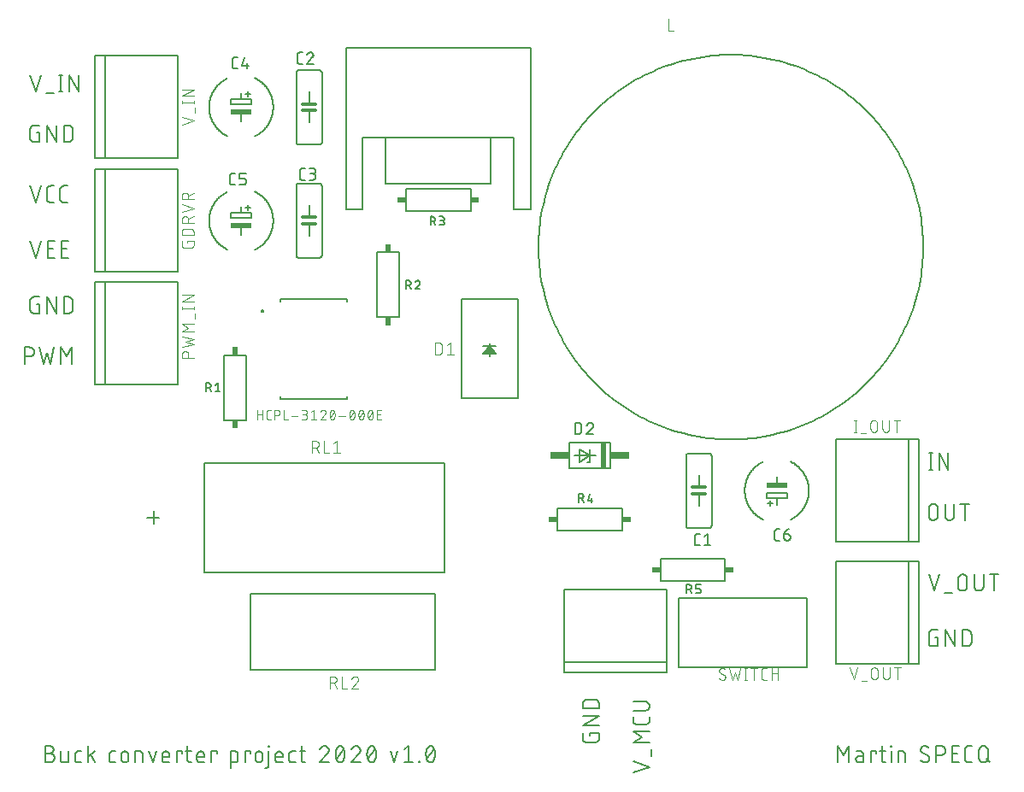
<source format=gbr>
G04 EAGLE Gerber RS-274X export*
G75*
%MOMM*%
%FSLAX34Y34*%
%LPD*%
%INSilkscreen Top*%
%IPPOS*%
%AMOC8*
5,1,8,0,0,1.08239X$1,22.5*%
G01*
%ADD10C,0.152400*%
%ADD11C,0.076200*%
%ADD12C,0.304800*%
%ADD13C,0.127000*%
%ADD14R,2.032000X0.508000*%
%ADD15R,0.508000X2.540000*%
%ADD16R,1.905000X0.762000*%
%ADD17C,0.101600*%
%ADD18C,0.203200*%
%ADD19R,0.609600X0.863600*%
%ADD20C,0.177800*%
%ADD21R,0.863600X0.609600*%
%ADD22C,0.200000*%


D10*
X790207Y87084D02*
X790207Y89793D01*
X799238Y89793D01*
X799238Y84374D01*
X799236Y84256D01*
X799230Y84138D01*
X799221Y84020D01*
X799207Y83903D01*
X799190Y83786D01*
X799169Y83669D01*
X799144Y83554D01*
X799115Y83439D01*
X799082Y83325D01*
X799046Y83213D01*
X799006Y83102D01*
X798963Y82992D01*
X798916Y82883D01*
X798866Y82776D01*
X798811Y82671D01*
X798754Y82568D01*
X798693Y82467D01*
X798629Y82367D01*
X798562Y82270D01*
X798492Y82175D01*
X798418Y82083D01*
X798342Y81992D01*
X798262Y81905D01*
X798180Y81820D01*
X798095Y81738D01*
X798008Y81658D01*
X797917Y81582D01*
X797825Y81508D01*
X797730Y81438D01*
X797633Y81371D01*
X797533Y81307D01*
X797432Y81246D01*
X797329Y81189D01*
X797224Y81134D01*
X797117Y81084D01*
X797008Y81037D01*
X796898Y80994D01*
X796787Y80954D01*
X796675Y80918D01*
X796561Y80885D01*
X796446Y80856D01*
X796331Y80831D01*
X796214Y80810D01*
X796097Y80793D01*
X795980Y80779D01*
X795862Y80770D01*
X795744Y80764D01*
X795626Y80762D01*
X786594Y80762D01*
X786476Y80764D01*
X786358Y80770D01*
X786240Y80779D01*
X786122Y80793D01*
X786005Y80810D01*
X785889Y80831D01*
X785774Y80856D01*
X785659Y80885D01*
X785545Y80918D01*
X785433Y80954D01*
X785321Y80994D01*
X785211Y81037D01*
X785103Y81084D01*
X784996Y81135D01*
X784891Y81189D01*
X784788Y81246D01*
X784686Y81307D01*
X784587Y81371D01*
X784490Y81438D01*
X784395Y81509D01*
X784302Y81582D01*
X784212Y81659D01*
X784124Y81738D01*
X784039Y81820D01*
X783957Y81905D01*
X783878Y81993D01*
X783801Y82083D01*
X783728Y82176D01*
X783657Y82270D01*
X783590Y82368D01*
X783526Y82467D01*
X783465Y82568D01*
X783408Y82672D01*
X783354Y82777D01*
X783303Y82884D01*
X783256Y82992D01*
X783213Y83102D01*
X783173Y83214D01*
X783137Y83326D01*
X783104Y83440D01*
X783075Y83555D01*
X783050Y83670D01*
X783029Y83786D01*
X783012Y83903D01*
X782998Y84021D01*
X782989Y84139D01*
X782983Y84257D01*
X782981Y84375D01*
X782982Y84374D02*
X782982Y89793D01*
X782982Y97435D02*
X799238Y97435D01*
X799238Y106466D02*
X782982Y97435D01*
X782982Y106466D02*
X799238Y106466D01*
X799238Y114109D02*
X782982Y114109D01*
X782982Y118624D01*
X782984Y118755D01*
X782990Y118887D01*
X782999Y119018D01*
X783013Y119148D01*
X783030Y119279D01*
X783051Y119408D01*
X783075Y119537D01*
X783104Y119665D01*
X783136Y119793D01*
X783172Y119919D01*
X783211Y120044D01*
X783254Y120169D01*
X783301Y120291D01*
X783351Y120413D01*
X783405Y120533D01*
X783462Y120651D01*
X783523Y120767D01*
X783587Y120882D01*
X783654Y120995D01*
X783725Y121106D01*
X783799Y121214D01*
X783876Y121321D01*
X783956Y121425D01*
X784039Y121527D01*
X784124Y121626D01*
X784213Y121723D01*
X784305Y121817D01*
X784399Y121909D01*
X784496Y121998D01*
X784595Y122083D01*
X784697Y122166D01*
X784801Y122246D01*
X784908Y122323D01*
X785016Y122397D01*
X785127Y122468D01*
X785240Y122535D01*
X785355Y122599D01*
X785471Y122660D01*
X785589Y122717D01*
X785709Y122771D01*
X785831Y122821D01*
X785953Y122868D01*
X786078Y122911D01*
X786203Y122950D01*
X786329Y122986D01*
X786457Y123018D01*
X786585Y123047D01*
X786714Y123071D01*
X786843Y123092D01*
X786974Y123109D01*
X787104Y123123D01*
X787235Y123132D01*
X787367Y123138D01*
X787498Y123140D01*
X794722Y123140D01*
X794853Y123138D01*
X794985Y123132D01*
X795116Y123123D01*
X795246Y123109D01*
X795377Y123092D01*
X795506Y123071D01*
X795635Y123047D01*
X795763Y123018D01*
X795891Y122986D01*
X796017Y122950D01*
X796142Y122911D01*
X796267Y122868D01*
X796389Y122821D01*
X796511Y122771D01*
X796631Y122717D01*
X796749Y122660D01*
X796865Y122599D01*
X796980Y122535D01*
X797093Y122468D01*
X797204Y122397D01*
X797312Y122323D01*
X797419Y122246D01*
X797523Y122166D01*
X797625Y122083D01*
X797724Y121998D01*
X797821Y121909D01*
X797915Y121817D01*
X798007Y121723D01*
X798096Y121626D01*
X798181Y121527D01*
X798264Y121425D01*
X798344Y121321D01*
X798421Y121214D01*
X798495Y121106D01*
X798566Y120995D01*
X798633Y120882D01*
X798697Y120767D01*
X798758Y120651D01*
X798815Y120533D01*
X798869Y120413D01*
X798919Y120291D01*
X798966Y120169D01*
X799009Y120044D01*
X799048Y119919D01*
X799084Y119793D01*
X799116Y119665D01*
X799145Y119537D01*
X799169Y119408D01*
X799190Y119278D01*
X799207Y119148D01*
X799221Y119018D01*
X799230Y118887D01*
X799236Y118755D01*
X799238Y118624D01*
X799238Y114109D01*
X832982Y50762D02*
X849238Y56181D01*
X832982Y61599D01*
X851044Y66636D02*
X851044Y73861D01*
X849238Y80461D02*
X832982Y80461D01*
X842013Y85880D01*
X832982Y91299D01*
X849238Y91299D01*
X849238Y102132D02*
X849238Y105744D01*
X849238Y102132D02*
X849236Y102014D01*
X849230Y101896D01*
X849221Y101778D01*
X849207Y101661D01*
X849190Y101544D01*
X849169Y101427D01*
X849144Y101312D01*
X849115Y101197D01*
X849082Y101083D01*
X849046Y100971D01*
X849006Y100860D01*
X848963Y100750D01*
X848916Y100641D01*
X848866Y100534D01*
X848811Y100429D01*
X848754Y100326D01*
X848693Y100225D01*
X848629Y100125D01*
X848562Y100028D01*
X848492Y99933D01*
X848418Y99841D01*
X848342Y99750D01*
X848262Y99663D01*
X848180Y99578D01*
X848095Y99496D01*
X848008Y99416D01*
X847917Y99340D01*
X847825Y99266D01*
X847730Y99196D01*
X847633Y99129D01*
X847533Y99065D01*
X847432Y99004D01*
X847329Y98947D01*
X847224Y98892D01*
X847117Y98842D01*
X847008Y98795D01*
X846898Y98752D01*
X846787Y98712D01*
X846675Y98676D01*
X846561Y98643D01*
X846446Y98614D01*
X846331Y98589D01*
X846214Y98568D01*
X846097Y98551D01*
X845980Y98537D01*
X845862Y98528D01*
X845744Y98522D01*
X845626Y98520D01*
X845626Y98519D02*
X836594Y98519D01*
X836476Y98521D01*
X836358Y98527D01*
X836240Y98536D01*
X836122Y98550D01*
X836005Y98567D01*
X835889Y98588D01*
X835774Y98613D01*
X835659Y98642D01*
X835545Y98675D01*
X835433Y98711D01*
X835321Y98751D01*
X835211Y98794D01*
X835103Y98841D01*
X834996Y98892D01*
X834891Y98946D01*
X834788Y99003D01*
X834686Y99064D01*
X834587Y99128D01*
X834490Y99195D01*
X834395Y99266D01*
X834302Y99339D01*
X834212Y99416D01*
X834124Y99495D01*
X834039Y99577D01*
X833957Y99662D01*
X833878Y99750D01*
X833801Y99840D01*
X833728Y99933D01*
X833657Y100027D01*
X833590Y100125D01*
X833526Y100224D01*
X833465Y100325D01*
X833408Y100429D01*
X833354Y100534D01*
X833303Y100641D01*
X833256Y100749D01*
X833213Y100859D01*
X833173Y100971D01*
X833137Y101083D01*
X833104Y101197D01*
X833075Y101312D01*
X833050Y101427D01*
X833029Y101543D01*
X833012Y101660D01*
X832998Y101778D01*
X832989Y101896D01*
X832983Y102014D01*
X832981Y102132D01*
X832982Y102132D02*
X832982Y105744D01*
X832982Y112106D02*
X844722Y112106D01*
X844722Y112105D02*
X844855Y112107D01*
X844987Y112113D01*
X845119Y112123D01*
X845251Y112136D01*
X845383Y112154D01*
X845513Y112175D01*
X845644Y112200D01*
X845773Y112229D01*
X845901Y112262D01*
X846029Y112298D01*
X846155Y112338D01*
X846280Y112382D01*
X846404Y112430D01*
X846526Y112481D01*
X846647Y112536D01*
X846766Y112594D01*
X846884Y112656D01*
X846999Y112721D01*
X847113Y112790D01*
X847224Y112861D01*
X847333Y112937D01*
X847440Y113015D01*
X847545Y113096D01*
X847647Y113181D01*
X847747Y113268D01*
X847844Y113358D01*
X847939Y113451D01*
X848030Y113547D01*
X848119Y113645D01*
X848205Y113746D01*
X848288Y113850D01*
X848368Y113956D01*
X848444Y114064D01*
X848518Y114174D01*
X848588Y114287D01*
X848655Y114401D01*
X848718Y114518D01*
X848778Y114636D01*
X848835Y114756D01*
X848888Y114878D01*
X848937Y115001D01*
X848983Y115125D01*
X849025Y115251D01*
X849063Y115378D01*
X849098Y115506D01*
X849129Y115635D01*
X849156Y115764D01*
X849179Y115895D01*
X849199Y116026D01*
X849214Y116158D01*
X849226Y116290D01*
X849234Y116422D01*
X849238Y116555D01*
X849238Y116687D01*
X849234Y116820D01*
X849226Y116952D01*
X849214Y117084D01*
X849199Y117216D01*
X849179Y117347D01*
X849156Y117478D01*
X849129Y117607D01*
X849098Y117736D01*
X849063Y117864D01*
X849025Y117991D01*
X848983Y118117D01*
X848937Y118241D01*
X848888Y118364D01*
X848835Y118486D01*
X848778Y118606D01*
X848718Y118724D01*
X848655Y118841D01*
X848588Y118955D01*
X848518Y119068D01*
X848444Y119178D01*
X848368Y119286D01*
X848288Y119392D01*
X848205Y119496D01*
X848119Y119597D01*
X848030Y119695D01*
X847939Y119791D01*
X847844Y119884D01*
X847747Y119974D01*
X847647Y120061D01*
X847545Y120146D01*
X847440Y120227D01*
X847333Y120305D01*
X847224Y120381D01*
X847113Y120452D01*
X846999Y120521D01*
X846884Y120586D01*
X846766Y120648D01*
X846647Y120706D01*
X846526Y120761D01*
X846404Y120812D01*
X846280Y120860D01*
X846155Y120904D01*
X846029Y120944D01*
X845901Y120980D01*
X845773Y121013D01*
X845644Y121042D01*
X845513Y121067D01*
X845383Y121088D01*
X845251Y121106D01*
X845119Y121119D01*
X844987Y121129D01*
X844855Y121135D01*
X844722Y121137D01*
X832982Y121137D01*
X241181Y725762D02*
X235762Y742018D01*
X246599Y742018D02*
X241181Y725762D01*
X251636Y723956D02*
X258861Y723956D01*
X266191Y725762D02*
X266191Y742018D01*
X264384Y725762D02*
X267997Y725762D01*
X267997Y742018D02*
X264384Y742018D01*
X274701Y742018D02*
X274701Y725762D01*
X283732Y725762D02*
X274701Y742018D01*
X283732Y742018D02*
X283732Y725762D01*
X244793Y684793D02*
X242084Y684793D01*
X244793Y684793D02*
X244793Y675762D01*
X239374Y675762D01*
X239256Y675764D01*
X239138Y675770D01*
X239020Y675779D01*
X238903Y675793D01*
X238786Y675810D01*
X238669Y675831D01*
X238554Y675856D01*
X238439Y675885D01*
X238325Y675918D01*
X238213Y675954D01*
X238102Y675994D01*
X237992Y676037D01*
X237883Y676084D01*
X237776Y676134D01*
X237671Y676189D01*
X237568Y676246D01*
X237467Y676307D01*
X237367Y676371D01*
X237270Y676438D01*
X237175Y676508D01*
X237083Y676582D01*
X236992Y676658D01*
X236905Y676738D01*
X236820Y676820D01*
X236738Y676905D01*
X236658Y676992D01*
X236582Y677083D01*
X236508Y677175D01*
X236438Y677270D01*
X236371Y677367D01*
X236307Y677467D01*
X236246Y677568D01*
X236189Y677671D01*
X236134Y677776D01*
X236084Y677883D01*
X236037Y677992D01*
X235994Y678102D01*
X235954Y678213D01*
X235918Y678325D01*
X235885Y678439D01*
X235856Y678554D01*
X235831Y678669D01*
X235810Y678786D01*
X235793Y678903D01*
X235779Y679020D01*
X235770Y679138D01*
X235764Y679256D01*
X235762Y679374D01*
X235762Y688406D01*
X235764Y688524D01*
X235770Y688642D01*
X235779Y688760D01*
X235793Y688877D01*
X235810Y688994D01*
X235831Y689111D01*
X235856Y689226D01*
X235885Y689341D01*
X235918Y689455D01*
X235954Y689567D01*
X235994Y689678D01*
X236037Y689788D01*
X236084Y689897D01*
X236134Y690004D01*
X236188Y690109D01*
X236246Y690212D01*
X236307Y690313D01*
X236371Y690413D01*
X236438Y690510D01*
X236508Y690605D01*
X236582Y690697D01*
X236658Y690788D01*
X236738Y690875D01*
X236820Y690960D01*
X236905Y691042D01*
X236992Y691122D01*
X237083Y691198D01*
X237175Y691272D01*
X237270Y691342D01*
X237367Y691409D01*
X237467Y691473D01*
X237568Y691534D01*
X237671Y691591D01*
X237776Y691645D01*
X237883Y691696D01*
X237992Y691743D01*
X238102Y691786D01*
X238213Y691826D01*
X238325Y691862D01*
X238439Y691895D01*
X238554Y691924D01*
X238669Y691949D01*
X238786Y691970D01*
X238903Y691987D01*
X239020Y692001D01*
X239138Y692010D01*
X239256Y692016D01*
X239374Y692018D01*
X244793Y692018D01*
X252435Y692018D02*
X252435Y675762D01*
X261466Y675762D02*
X252435Y692018D01*
X261466Y692018D02*
X261466Y675762D01*
X269109Y675762D02*
X269109Y692018D01*
X273624Y692018D01*
X273755Y692016D01*
X273887Y692010D01*
X274018Y692001D01*
X274148Y691987D01*
X274279Y691970D01*
X274408Y691949D01*
X274537Y691925D01*
X274665Y691896D01*
X274793Y691864D01*
X274919Y691828D01*
X275044Y691789D01*
X275169Y691746D01*
X275291Y691699D01*
X275413Y691649D01*
X275533Y691595D01*
X275651Y691538D01*
X275767Y691477D01*
X275882Y691413D01*
X275995Y691346D01*
X276106Y691275D01*
X276214Y691201D01*
X276321Y691124D01*
X276425Y691044D01*
X276527Y690961D01*
X276626Y690876D01*
X276723Y690787D01*
X276817Y690695D01*
X276909Y690601D01*
X276998Y690504D01*
X277083Y690405D01*
X277166Y690303D01*
X277246Y690199D01*
X277323Y690092D01*
X277397Y689984D01*
X277468Y689873D01*
X277535Y689760D01*
X277599Y689645D01*
X277660Y689529D01*
X277717Y689411D01*
X277771Y689291D01*
X277821Y689169D01*
X277868Y689047D01*
X277911Y688922D01*
X277950Y688797D01*
X277986Y688671D01*
X278018Y688543D01*
X278047Y688415D01*
X278071Y688286D01*
X278092Y688157D01*
X278109Y688026D01*
X278123Y687896D01*
X278132Y687765D01*
X278138Y687633D01*
X278140Y687502D01*
X278140Y680278D01*
X278138Y680147D01*
X278132Y680015D01*
X278123Y679884D01*
X278109Y679754D01*
X278092Y679623D01*
X278071Y679494D01*
X278047Y679365D01*
X278018Y679237D01*
X277986Y679109D01*
X277950Y678983D01*
X277911Y678858D01*
X277868Y678733D01*
X277821Y678611D01*
X277771Y678489D01*
X277717Y678369D01*
X277660Y678251D01*
X277599Y678135D01*
X277535Y678020D01*
X277468Y677907D01*
X277397Y677796D01*
X277323Y677688D01*
X277246Y677581D01*
X277166Y677477D01*
X277083Y677375D01*
X276998Y677276D01*
X276909Y677179D01*
X276817Y677085D01*
X276723Y676993D01*
X276626Y676904D01*
X276527Y676819D01*
X276425Y676736D01*
X276321Y676656D01*
X276214Y676579D01*
X276106Y676505D01*
X275995Y676434D01*
X275882Y676367D01*
X275767Y676303D01*
X275651Y676242D01*
X275533Y676185D01*
X275413Y676131D01*
X275291Y676081D01*
X275169Y676034D01*
X275044Y675991D01*
X274919Y675952D01*
X274793Y675916D01*
X274665Y675884D01*
X274537Y675855D01*
X274408Y675831D01*
X274278Y675810D01*
X274148Y675793D01*
X274018Y675779D01*
X273887Y675770D01*
X273755Y675764D01*
X273624Y675762D01*
X269109Y675762D01*
X235762Y632018D02*
X241181Y615762D01*
X246599Y632018D01*
X255869Y615762D02*
X259482Y615762D01*
X255869Y615762D02*
X255751Y615764D01*
X255633Y615770D01*
X255515Y615779D01*
X255398Y615793D01*
X255281Y615810D01*
X255164Y615831D01*
X255049Y615856D01*
X254934Y615885D01*
X254820Y615918D01*
X254708Y615954D01*
X254597Y615994D01*
X254487Y616037D01*
X254378Y616084D01*
X254271Y616134D01*
X254166Y616189D01*
X254063Y616246D01*
X253962Y616307D01*
X253862Y616371D01*
X253765Y616438D01*
X253670Y616508D01*
X253578Y616582D01*
X253487Y616658D01*
X253400Y616738D01*
X253315Y616820D01*
X253233Y616905D01*
X253153Y616992D01*
X253077Y617083D01*
X253003Y617175D01*
X252933Y617270D01*
X252866Y617367D01*
X252802Y617467D01*
X252741Y617568D01*
X252684Y617671D01*
X252629Y617776D01*
X252579Y617883D01*
X252532Y617992D01*
X252489Y618102D01*
X252449Y618213D01*
X252413Y618325D01*
X252380Y618439D01*
X252351Y618554D01*
X252326Y618669D01*
X252305Y618786D01*
X252288Y618903D01*
X252274Y619020D01*
X252265Y619138D01*
X252259Y619256D01*
X252257Y619374D01*
X252257Y628406D01*
X252259Y628524D01*
X252265Y628642D01*
X252274Y628760D01*
X252288Y628877D01*
X252305Y628994D01*
X252326Y629111D01*
X252351Y629226D01*
X252380Y629341D01*
X252413Y629455D01*
X252449Y629567D01*
X252489Y629678D01*
X252532Y629788D01*
X252579Y629897D01*
X252629Y630004D01*
X252683Y630109D01*
X252741Y630212D01*
X252802Y630313D01*
X252866Y630413D01*
X252933Y630510D01*
X253003Y630605D01*
X253077Y630697D01*
X253153Y630788D01*
X253233Y630875D01*
X253315Y630960D01*
X253400Y631042D01*
X253487Y631122D01*
X253578Y631198D01*
X253670Y631272D01*
X253765Y631342D01*
X253862Y631409D01*
X253962Y631473D01*
X254063Y631534D01*
X254166Y631591D01*
X254271Y631645D01*
X254378Y631696D01*
X254487Y631743D01*
X254597Y631786D01*
X254708Y631826D01*
X254820Y631862D01*
X254934Y631895D01*
X255049Y631924D01*
X255164Y631949D01*
X255281Y631970D01*
X255398Y631987D01*
X255515Y632001D01*
X255633Y632010D01*
X255751Y632016D01*
X255869Y632018D01*
X259482Y632018D01*
X268895Y615762D02*
X272508Y615762D01*
X268895Y615762D02*
X268777Y615764D01*
X268659Y615770D01*
X268541Y615779D01*
X268424Y615793D01*
X268307Y615810D01*
X268190Y615831D01*
X268075Y615856D01*
X267960Y615885D01*
X267846Y615918D01*
X267734Y615954D01*
X267623Y615994D01*
X267513Y616037D01*
X267404Y616084D01*
X267297Y616134D01*
X267192Y616189D01*
X267089Y616246D01*
X266988Y616307D01*
X266888Y616371D01*
X266791Y616438D01*
X266696Y616508D01*
X266604Y616582D01*
X266513Y616658D01*
X266426Y616738D01*
X266341Y616820D01*
X266259Y616905D01*
X266179Y616992D01*
X266103Y617083D01*
X266029Y617175D01*
X265959Y617270D01*
X265892Y617367D01*
X265828Y617467D01*
X265767Y617568D01*
X265710Y617671D01*
X265655Y617776D01*
X265605Y617883D01*
X265558Y617992D01*
X265515Y618102D01*
X265475Y618213D01*
X265439Y618325D01*
X265406Y618439D01*
X265377Y618554D01*
X265352Y618669D01*
X265331Y618786D01*
X265314Y618903D01*
X265300Y619020D01*
X265291Y619138D01*
X265285Y619256D01*
X265283Y619374D01*
X265283Y628406D01*
X265285Y628524D01*
X265291Y628642D01*
X265300Y628760D01*
X265314Y628877D01*
X265331Y628994D01*
X265352Y629111D01*
X265377Y629226D01*
X265406Y629341D01*
X265439Y629455D01*
X265475Y629567D01*
X265515Y629678D01*
X265558Y629788D01*
X265605Y629897D01*
X265655Y630004D01*
X265709Y630109D01*
X265767Y630212D01*
X265828Y630313D01*
X265892Y630413D01*
X265959Y630510D01*
X266029Y630605D01*
X266103Y630697D01*
X266179Y630788D01*
X266259Y630875D01*
X266341Y630960D01*
X266426Y631042D01*
X266513Y631122D01*
X266604Y631198D01*
X266696Y631272D01*
X266791Y631342D01*
X266888Y631409D01*
X266988Y631473D01*
X267089Y631534D01*
X267192Y631591D01*
X267297Y631645D01*
X267404Y631696D01*
X267513Y631743D01*
X267623Y631786D01*
X267734Y631826D01*
X267846Y631862D01*
X267960Y631895D01*
X268075Y631924D01*
X268190Y631949D01*
X268307Y631970D01*
X268424Y631987D01*
X268541Y632001D01*
X268659Y632010D01*
X268777Y632016D01*
X268895Y632018D01*
X272508Y632018D01*
X235762Y577018D02*
X241181Y560762D01*
X246599Y577018D01*
X252847Y560762D02*
X260072Y560762D01*
X252847Y560762D02*
X252847Y577018D01*
X260072Y577018D01*
X258266Y569793D02*
X252847Y569793D01*
X266394Y560762D02*
X273619Y560762D01*
X266394Y560762D02*
X266394Y577018D01*
X273619Y577018D01*
X271813Y569793D02*
X266394Y569793D01*
X244793Y514793D02*
X242084Y514793D01*
X244793Y514793D02*
X244793Y505762D01*
X239374Y505762D01*
X239256Y505764D01*
X239138Y505770D01*
X239020Y505779D01*
X238903Y505793D01*
X238786Y505810D01*
X238669Y505831D01*
X238554Y505856D01*
X238439Y505885D01*
X238325Y505918D01*
X238213Y505954D01*
X238102Y505994D01*
X237992Y506037D01*
X237883Y506084D01*
X237776Y506134D01*
X237671Y506189D01*
X237568Y506246D01*
X237467Y506307D01*
X237367Y506371D01*
X237270Y506438D01*
X237175Y506508D01*
X237083Y506582D01*
X236992Y506658D01*
X236905Y506738D01*
X236820Y506820D01*
X236738Y506905D01*
X236658Y506992D01*
X236582Y507083D01*
X236508Y507175D01*
X236438Y507270D01*
X236371Y507367D01*
X236307Y507467D01*
X236246Y507568D01*
X236189Y507671D01*
X236134Y507776D01*
X236084Y507883D01*
X236037Y507992D01*
X235994Y508102D01*
X235954Y508213D01*
X235918Y508325D01*
X235885Y508439D01*
X235856Y508554D01*
X235831Y508669D01*
X235810Y508786D01*
X235793Y508903D01*
X235779Y509020D01*
X235770Y509138D01*
X235764Y509256D01*
X235762Y509374D01*
X235762Y518406D01*
X235764Y518524D01*
X235770Y518642D01*
X235779Y518760D01*
X235793Y518877D01*
X235810Y518994D01*
X235831Y519111D01*
X235856Y519226D01*
X235885Y519341D01*
X235918Y519455D01*
X235954Y519567D01*
X235994Y519678D01*
X236037Y519788D01*
X236084Y519897D01*
X236134Y520004D01*
X236188Y520109D01*
X236246Y520212D01*
X236307Y520313D01*
X236371Y520413D01*
X236438Y520510D01*
X236508Y520605D01*
X236582Y520697D01*
X236658Y520788D01*
X236738Y520875D01*
X236820Y520960D01*
X236905Y521042D01*
X236992Y521122D01*
X237083Y521198D01*
X237175Y521272D01*
X237270Y521342D01*
X237367Y521409D01*
X237467Y521473D01*
X237568Y521534D01*
X237671Y521591D01*
X237776Y521645D01*
X237883Y521696D01*
X237992Y521743D01*
X238102Y521786D01*
X238213Y521826D01*
X238325Y521862D01*
X238439Y521895D01*
X238554Y521924D01*
X238669Y521949D01*
X238786Y521970D01*
X238903Y521987D01*
X239020Y522001D01*
X239138Y522010D01*
X239256Y522016D01*
X239374Y522018D01*
X244793Y522018D01*
X252435Y522018D02*
X252435Y505762D01*
X261466Y505762D02*
X252435Y522018D01*
X261466Y522018D02*
X261466Y505762D01*
X269109Y505762D02*
X269109Y522018D01*
X273624Y522018D01*
X273755Y522016D01*
X273887Y522010D01*
X274018Y522001D01*
X274148Y521987D01*
X274279Y521970D01*
X274408Y521949D01*
X274537Y521925D01*
X274665Y521896D01*
X274793Y521864D01*
X274919Y521828D01*
X275044Y521789D01*
X275169Y521746D01*
X275291Y521699D01*
X275413Y521649D01*
X275533Y521595D01*
X275651Y521538D01*
X275767Y521477D01*
X275882Y521413D01*
X275995Y521346D01*
X276106Y521275D01*
X276214Y521201D01*
X276321Y521124D01*
X276425Y521044D01*
X276527Y520961D01*
X276626Y520876D01*
X276723Y520787D01*
X276817Y520695D01*
X276909Y520601D01*
X276998Y520504D01*
X277083Y520405D01*
X277166Y520303D01*
X277246Y520199D01*
X277323Y520092D01*
X277397Y519984D01*
X277468Y519873D01*
X277535Y519760D01*
X277599Y519645D01*
X277660Y519529D01*
X277717Y519411D01*
X277771Y519291D01*
X277821Y519169D01*
X277868Y519047D01*
X277911Y518922D01*
X277950Y518797D01*
X277986Y518671D01*
X278018Y518543D01*
X278047Y518415D01*
X278071Y518286D01*
X278092Y518157D01*
X278109Y518026D01*
X278123Y517896D01*
X278132Y517765D01*
X278138Y517633D01*
X278140Y517502D01*
X278140Y510278D01*
X278138Y510147D01*
X278132Y510015D01*
X278123Y509884D01*
X278109Y509754D01*
X278092Y509623D01*
X278071Y509494D01*
X278047Y509365D01*
X278018Y509237D01*
X277986Y509109D01*
X277950Y508983D01*
X277911Y508858D01*
X277868Y508733D01*
X277821Y508611D01*
X277771Y508489D01*
X277717Y508369D01*
X277660Y508251D01*
X277599Y508135D01*
X277535Y508020D01*
X277468Y507907D01*
X277397Y507796D01*
X277323Y507688D01*
X277246Y507581D01*
X277166Y507477D01*
X277083Y507375D01*
X276998Y507276D01*
X276909Y507179D01*
X276817Y507085D01*
X276723Y506993D01*
X276626Y506904D01*
X276527Y506819D01*
X276425Y506736D01*
X276321Y506656D01*
X276214Y506579D01*
X276106Y506505D01*
X275995Y506434D01*
X275882Y506367D01*
X275767Y506303D01*
X275651Y506242D01*
X275533Y506185D01*
X275413Y506131D01*
X275291Y506081D01*
X275169Y506034D01*
X275044Y505991D01*
X274919Y505952D01*
X274793Y505916D01*
X274665Y505884D01*
X274537Y505855D01*
X274408Y505831D01*
X274278Y505810D01*
X274148Y505793D01*
X274018Y505779D01*
X273887Y505770D01*
X273755Y505764D01*
X273624Y505762D01*
X269109Y505762D01*
X230762Y472018D02*
X230762Y455762D01*
X230762Y472018D02*
X235278Y472018D01*
X235411Y472016D01*
X235543Y472010D01*
X235675Y472000D01*
X235807Y471987D01*
X235939Y471969D01*
X236069Y471948D01*
X236200Y471923D01*
X236329Y471894D01*
X236457Y471861D01*
X236585Y471825D01*
X236711Y471785D01*
X236836Y471741D01*
X236960Y471693D01*
X237082Y471642D01*
X237203Y471587D01*
X237322Y471529D01*
X237440Y471467D01*
X237555Y471402D01*
X237669Y471333D01*
X237780Y471262D01*
X237889Y471186D01*
X237996Y471108D01*
X238101Y471027D01*
X238203Y470942D01*
X238303Y470855D01*
X238400Y470765D01*
X238495Y470672D01*
X238586Y470576D01*
X238675Y470478D01*
X238761Y470377D01*
X238844Y470273D01*
X238924Y470167D01*
X239000Y470059D01*
X239074Y469949D01*
X239144Y469836D01*
X239211Y469722D01*
X239274Y469605D01*
X239334Y469487D01*
X239391Y469367D01*
X239444Y469245D01*
X239493Y469122D01*
X239539Y468998D01*
X239581Y468872D01*
X239619Y468745D01*
X239654Y468617D01*
X239685Y468488D01*
X239712Y468359D01*
X239735Y468228D01*
X239755Y468097D01*
X239770Y467965D01*
X239782Y467833D01*
X239790Y467701D01*
X239794Y467568D01*
X239794Y467436D01*
X239790Y467303D01*
X239782Y467171D01*
X239770Y467039D01*
X239755Y466907D01*
X239735Y466776D01*
X239712Y466645D01*
X239685Y466516D01*
X239654Y466387D01*
X239619Y466259D01*
X239581Y466132D01*
X239539Y466006D01*
X239493Y465882D01*
X239444Y465759D01*
X239391Y465637D01*
X239334Y465517D01*
X239274Y465399D01*
X239211Y465282D01*
X239144Y465168D01*
X239074Y465055D01*
X239000Y464945D01*
X238924Y464837D01*
X238844Y464731D01*
X238761Y464627D01*
X238675Y464526D01*
X238586Y464428D01*
X238495Y464332D01*
X238400Y464239D01*
X238303Y464149D01*
X238203Y464062D01*
X238101Y463977D01*
X237996Y463896D01*
X237889Y463818D01*
X237780Y463742D01*
X237669Y463671D01*
X237555Y463602D01*
X237440Y463537D01*
X237322Y463475D01*
X237203Y463417D01*
X237082Y463362D01*
X236960Y463311D01*
X236836Y463263D01*
X236711Y463219D01*
X236585Y463179D01*
X236457Y463143D01*
X236329Y463110D01*
X236200Y463081D01*
X236069Y463056D01*
X235939Y463035D01*
X235807Y463017D01*
X235675Y463004D01*
X235543Y462994D01*
X235411Y462988D01*
X235278Y462986D01*
X235278Y462987D02*
X230762Y462987D01*
X245036Y472018D02*
X248649Y455762D01*
X252261Y466599D01*
X255873Y455762D01*
X259486Y472018D01*
X266121Y472018D02*
X266121Y455762D01*
X271539Y462987D02*
X266121Y472018D01*
X271539Y462987D02*
X276958Y472018D01*
X276958Y455762D01*
X1127568Y367018D02*
X1127568Y350762D01*
X1125762Y350762D02*
X1129374Y350762D01*
X1129374Y367018D02*
X1125762Y367018D01*
X1136079Y367018D02*
X1136079Y350762D01*
X1145110Y350762D02*
X1136079Y367018D01*
X1145110Y367018D02*
X1145110Y350762D01*
X1125762Y312502D02*
X1125762Y305278D01*
X1125762Y312502D02*
X1125764Y312635D01*
X1125770Y312767D01*
X1125780Y312899D01*
X1125793Y313031D01*
X1125811Y313163D01*
X1125832Y313293D01*
X1125857Y313424D01*
X1125886Y313553D01*
X1125919Y313681D01*
X1125955Y313809D01*
X1125995Y313935D01*
X1126039Y314060D01*
X1126087Y314184D01*
X1126138Y314306D01*
X1126193Y314427D01*
X1126251Y314546D01*
X1126313Y314664D01*
X1126378Y314779D01*
X1126447Y314893D01*
X1126518Y315004D01*
X1126594Y315113D01*
X1126672Y315220D01*
X1126753Y315325D01*
X1126838Y315427D01*
X1126925Y315527D01*
X1127015Y315624D01*
X1127108Y315719D01*
X1127204Y315810D01*
X1127302Y315899D01*
X1127403Y315985D01*
X1127507Y316068D01*
X1127613Y316148D01*
X1127721Y316224D01*
X1127831Y316298D01*
X1127944Y316368D01*
X1128058Y316435D01*
X1128175Y316498D01*
X1128293Y316558D01*
X1128413Y316615D01*
X1128535Y316668D01*
X1128658Y316717D01*
X1128782Y316763D01*
X1128908Y316805D01*
X1129035Y316843D01*
X1129163Y316878D01*
X1129292Y316909D01*
X1129421Y316936D01*
X1129552Y316959D01*
X1129683Y316979D01*
X1129815Y316994D01*
X1129947Y317006D01*
X1130079Y317014D01*
X1130212Y317018D01*
X1130344Y317018D01*
X1130477Y317014D01*
X1130609Y317006D01*
X1130741Y316994D01*
X1130873Y316979D01*
X1131004Y316959D01*
X1131135Y316936D01*
X1131264Y316909D01*
X1131393Y316878D01*
X1131521Y316843D01*
X1131648Y316805D01*
X1131774Y316763D01*
X1131898Y316717D01*
X1132021Y316668D01*
X1132143Y316615D01*
X1132263Y316558D01*
X1132381Y316498D01*
X1132498Y316435D01*
X1132612Y316368D01*
X1132725Y316298D01*
X1132835Y316224D01*
X1132943Y316148D01*
X1133049Y316068D01*
X1133153Y315985D01*
X1133254Y315899D01*
X1133352Y315810D01*
X1133448Y315719D01*
X1133541Y315624D01*
X1133631Y315527D01*
X1133718Y315427D01*
X1133803Y315325D01*
X1133884Y315220D01*
X1133962Y315113D01*
X1134038Y315004D01*
X1134109Y314893D01*
X1134178Y314779D01*
X1134243Y314664D01*
X1134305Y314546D01*
X1134363Y314427D01*
X1134418Y314306D01*
X1134469Y314184D01*
X1134517Y314060D01*
X1134561Y313935D01*
X1134601Y313809D01*
X1134637Y313681D01*
X1134670Y313553D01*
X1134699Y313424D01*
X1134724Y313293D01*
X1134745Y313163D01*
X1134763Y313031D01*
X1134776Y312899D01*
X1134786Y312767D01*
X1134792Y312635D01*
X1134794Y312502D01*
X1134793Y312502D02*
X1134793Y305278D01*
X1134794Y305278D02*
X1134792Y305145D01*
X1134786Y305013D01*
X1134776Y304881D01*
X1134763Y304749D01*
X1134745Y304617D01*
X1134724Y304487D01*
X1134699Y304356D01*
X1134670Y304227D01*
X1134637Y304099D01*
X1134601Y303971D01*
X1134561Y303845D01*
X1134517Y303720D01*
X1134469Y303596D01*
X1134418Y303474D01*
X1134363Y303353D01*
X1134305Y303234D01*
X1134243Y303116D01*
X1134178Y303001D01*
X1134109Y302887D01*
X1134038Y302776D01*
X1133962Y302667D01*
X1133884Y302560D01*
X1133803Y302455D01*
X1133718Y302353D01*
X1133631Y302253D01*
X1133541Y302156D01*
X1133448Y302061D01*
X1133352Y301970D01*
X1133254Y301881D01*
X1133153Y301795D01*
X1133049Y301712D01*
X1132943Y301632D01*
X1132835Y301556D01*
X1132725Y301482D01*
X1132612Y301412D01*
X1132498Y301345D01*
X1132381Y301282D01*
X1132263Y301222D01*
X1132143Y301165D01*
X1132021Y301112D01*
X1131898Y301063D01*
X1131774Y301017D01*
X1131648Y300975D01*
X1131521Y300937D01*
X1131393Y300902D01*
X1131264Y300871D01*
X1131135Y300844D01*
X1131004Y300821D01*
X1130873Y300801D01*
X1130741Y300786D01*
X1130609Y300774D01*
X1130477Y300766D01*
X1130344Y300762D01*
X1130212Y300762D01*
X1130079Y300766D01*
X1129947Y300774D01*
X1129815Y300786D01*
X1129683Y300801D01*
X1129552Y300821D01*
X1129421Y300844D01*
X1129292Y300871D01*
X1129163Y300902D01*
X1129035Y300937D01*
X1128908Y300975D01*
X1128782Y301017D01*
X1128658Y301063D01*
X1128535Y301112D01*
X1128413Y301165D01*
X1128293Y301222D01*
X1128175Y301282D01*
X1128058Y301345D01*
X1127944Y301412D01*
X1127831Y301482D01*
X1127721Y301556D01*
X1127613Y301632D01*
X1127507Y301712D01*
X1127403Y301795D01*
X1127302Y301881D01*
X1127204Y301970D01*
X1127108Y302061D01*
X1127015Y302156D01*
X1126925Y302253D01*
X1126838Y302353D01*
X1126753Y302455D01*
X1126672Y302560D01*
X1126594Y302667D01*
X1126518Y302776D01*
X1126447Y302887D01*
X1126378Y303001D01*
X1126313Y303116D01*
X1126251Y303234D01*
X1126193Y303353D01*
X1126138Y303474D01*
X1126087Y303596D01*
X1126039Y303720D01*
X1125995Y303845D01*
X1125955Y303971D01*
X1125919Y304099D01*
X1125886Y304227D01*
X1125857Y304356D01*
X1125832Y304487D01*
X1125811Y304617D01*
X1125793Y304749D01*
X1125780Y304881D01*
X1125770Y305013D01*
X1125764Y305145D01*
X1125762Y305278D01*
X1141914Y305278D02*
X1141914Y317018D01*
X1141914Y305278D02*
X1141916Y305145D01*
X1141922Y305013D01*
X1141932Y304881D01*
X1141945Y304749D01*
X1141963Y304617D01*
X1141984Y304487D01*
X1142009Y304356D01*
X1142038Y304227D01*
X1142071Y304099D01*
X1142107Y303971D01*
X1142147Y303845D01*
X1142191Y303720D01*
X1142239Y303596D01*
X1142290Y303474D01*
X1142345Y303353D01*
X1142403Y303234D01*
X1142465Y303116D01*
X1142530Y303001D01*
X1142599Y302887D01*
X1142670Y302776D01*
X1142746Y302667D01*
X1142824Y302560D01*
X1142905Y302455D01*
X1142990Y302353D01*
X1143077Y302253D01*
X1143167Y302156D01*
X1143260Y302061D01*
X1143356Y301970D01*
X1143454Y301881D01*
X1143555Y301795D01*
X1143659Y301712D01*
X1143765Y301632D01*
X1143873Y301556D01*
X1143983Y301482D01*
X1144096Y301412D01*
X1144210Y301345D01*
X1144327Y301282D01*
X1144445Y301222D01*
X1144565Y301165D01*
X1144687Y301112D01*
X1144810Y301063D01*
X1144934Y301017D01*
X1145060Y300975D01*
X1145187Y300937D01*
X1145315Y300902D01*
X1145444Y300871D01*
X1145573Y300844D01*
X1145704Y300821D01*
X1145835Y300801D01*
X1145967Y300786D01*
X1146099Y300774D01*
X1146231Y300766D01*
X1146364Y300762D01*
X1146496Y300762D01*
X1146629Y300766D01*
X1146761Y300774D01*
X1146893Y300786D01*
X1147025Y300801D01*
X1147156Y300821D01*
X1147287Y300844D01*
X1147416Y300871D01*
X1147545Y300902D01*
X1147673Y300937D01*
X1147800Y300975D01*
X1147926Y301017D01*
X1148050Y301063D01*
X1148173Y301112D01*
X1148295Y301165D01*
X1148415Y301222D01*
X1148533Y301282D01*
X1148650Y301345D01*
X1148764Y301412D01*
X1148877Y301482D01*
X1148987Y301556D01*
X1149095Y301632D01*
X1149201Y301712D01*
X1149305Y301795D01*
X1149406Y301881D01*
X1149504Y301970D01*
X1149600Y302061D01*
X1149693Y302156D01*
X1149783Y302253D01*
X1149870Y302353D01*
X1149955Y302455D01*
X1150036Y302560D01*
X1150114Y302667D01*
X1150190Y302776D01*
X1150261Y302887D01*
X1150330Y303001D01*
X1150395Y303116D01*
X1150457Y303234D01*
X1150515Y303353D01*
X1150570Y303474D01*
X1150621Y303596D01*
X1150669Y303720D01*
X1150713Y303845D01*
X1150753Y303971D01*
X1150789Y304099D01*
X1150822Y304227D01*
X1150851Y304356D01*
X1150876Y304487D01*
X1150897Y304617D01*
X1150915Y304749D01*
X1150928Y304881D01*
X1150938Y305013D01*
X1150944Y305145D01*
X1150946Y305278D01*
X1150945Y305278D02*
X1150945Y317018D01*
X1161540Y317018D02*
X1161540Y300762D01*
X1157025Y317018D02*
X1166056Y317018D01*
X1125762Y247018D02*
X1131181Y230762D01*
X1136599Y247018D01*
X1141636Y228956D02*
X1148861Y228956D01*
X1154801Y235278D02*
X1154801Y242502D01*
X1154803Y242635D01*
X1154809Y242767D01*
X1154819Y242899D01*
X1154832Y243031D01*
X1154850Y243163D01*
X1154871Y243293D01*
X1154896Y243424D01*
X1154925Y243553D01*
X1154958Y243681D01*
X1154994Y243809D01*
X1155034Y243935D01*
X1155078Y244060D01*
X1155126Y244184D01*
X1155177Y244306D01*
X1155232Y244427D01*
X1155290Y244546D01*
X1155352Y244664D01*
X1155417Y244779D01*
X1155486Y244893D01*
X1155557Y245004D01*
X1155633Y245113D01*
X1155711Y245220D01*
X1155792Y245325D01*
X1155877Y245427D01*
X1155964Y245527D01*
X1156054Y245624D01*
X1156147Y245719D01*
X1156243Y245810D01*
X1156341Y245899D01*
X1156442Y245985D01*
X1156546Y246068D01*
X1156652Y246148D01*
X1156760Y246224D01*
X1156870Y246298D01*
X1156983Y246368D01*
X1157097Y246435D01*
X1157214Y246498D01*
X1157332Y246558D01*
X1157452Y246615D01*
X1157574Y246668D01*
X1157697Y246717D01*
X1157821Y246763D01*
X1157947Y246805D01*
X1158074Y246843D01*
X1158202Y246878D01*
X1158331Y246909D01*
X1158460Y246936D01*
X1158591Y246959D01*
X1158722Y246979D01*
X1158854Y246994D01*
X1158986Y247006D01*
X1159118Y247014D01*
X1159251Y247018D01*
X1159383Y247018D01*
X1159516Y247014D01*
X1159648Y247006D01*
X1159780Y246994D01*
X1159912Y246979D01*
X1160043Y246959D01*
X1160174Y246936D01*
X1160303Y246909D01*
X1160432Y246878D01*
X1160560Y246843D01*
X1160687Y246805D01*
X1160813Y246763D01*
X1160937Y246717D01*
X1161060Y246668D01*
X1161182Y246615D01*
X1161302Y246558D01*
X1161420Y246498D01*
X1161537Y246435D01*
X1161651Y246368D01*
X1161764Y246298D01*
X1161874Y246224D01*
X1161982Y246148D01*
X1162088Y246068D01*
X1162192Y245985D01*
X1162293Y245899D01*
X1162391Y245810D01*
X1162487Y245719D01*
X1162580Y245624D01*
X1162670Y245527D01*
X1162757Y245427D01*
X1162842Y245325D01*
X1162923Y245220D01*
X1163001Y245113D01*
X1163077Y245004D01*
X1163148Y244893D01*
X1163217Y244779D01*
X1163282Y244664D01*
X1163344Y244546D01*
X1163402Y244427D01*
X1163457Y244306D01*
X1163508Y244184D01*
X1163556Y244060D01*
X1163600Y243935D01*
X1163640Y243809D01*
X1163676Y243681D01*
X1163709Y243553D01*
X1163738Y243424D01*
X1163763Y243293D01*
X1163784Y243163D01*
X1163802Y243031D01*
X1163815Y242899D01*
X1163825Y242767D01*
X1163831Y242635D01*
X1163833Y242502D01*
X1163832Y242502D02*
X1163832Y235278D01*
X1163833Y235278D02*
X1163831Y235145D01*
X1163825Y235013D01*
X1163815Y234881D01*
X1163802Y234749D01*
X1163784Y234617D01*
X1163763Y234487D01*
X1163738Y234356D01*
X1163709Y234227D01*
X1163676Y234099D01*
X1163640Y233971D01*
X1163600Y233845D01*
X1163556Y233720D01*
X1163508Y233596D01*
X1163457Y233474D01*
X1163402Y233353D01*
X1163344Y233234D01*
X1163282Y233116D01*
X1163217Y233001D01*
X1163148Y232887D01*
X1163077Y232776D01*
X1163001Y232667D01*
X1162923Y232560D01*
X1162842Y232455D01*
X1162757Y232353D01*
X1162670Y232253D01*
X1162580Y232156D01*
X1162487Y232061D01*
X1162391Y231970D01*
X1162293Y231881D01*
X1162192Y231795D01*
X1162088Y231712D01*
X1161982Y231632D01*
X1161874Y231556D01*
X1161764Y231482D01*
X1161651Y231412D01*
X1161537Y231345D01*
X1161420Y231282D01*
X1161302Y231222D01*
X1161182Y231165D01*
X1161060Y231112D01*
X1160937Y231063D01*
X1160813Y231017D01*
X1160687Y230975D01*
X1160560Y230937D01*
X1160432Y230902D01*
X1160303Y230871D01*
X1160174Y230844D01*
X1160043Y230821D01*
X1159912Y230801D01*
X1159780Y230786D01*
X1159648Y230774D01*
X1159516Y230766D01*
X1159383Y230762D01*
X1159251Y230762D01*
X1159118Y230766D01*
X1158986Y230774D01*
X1158854Y230786D01*
X1158722Y230801D01*
X1158591Y230821D01*
X1158460Y230844D01*
X1158331Y230871D01*
X1158202Y230902D01*
X1158074Y230937D01*
X1157947Y230975D01*
X1157821Y231017D01*
X1157697Y231063D01*
X1157574Y231112D01*
X1157452Y231165D01*
X1157332Y231222D01*
X1157214Y231282D01*
X1157097Y231345D01*
X1156983Y231412D01*
X1156870Y231482D01*
X1156760Y231556D01*
X1156652Y231632D01*
X1156546Y231712D01*
X1156442Y231795D01*
X1156341Y231881D01*
X1156243Y231970D01*
X1156147Y232061D01*
X1156054Y232156D01*
X1155964Y232253D01*
X1155877Y232353D01*
X1155792Y232455D01*
X1155711Y232560D01*
X1155633Y232667D01*
X1155557Y232776D01*
X1155486Y232887D01*
X1155417Y233001D01*
X1155352Y233116D01*
X1155290Y233234D01*
X1155232Y233353D01*
X1155177Y233474D01*
X1155126Y233596D01*
X1155078Y233720D01*
X1155034Y233845D01*
X1154994Y233971D01*
X1154958Y234099D01*
X1154925Y234227D01*
X1154896Y234356D01*
X1154871Y234487D01*
X1154850Y234617D01*
X1154832Y234749D01*
X1154819Y234881D01*
X1154809Y235013D01*
X1154803Y235145D01*
X1154801Y235278D01*
X1170954Y235278D02*
X1170954Y247018D01*
X1170953Y235278D02*
X1170955Y235145D01*
X1170961Y235013D01*
X1170971Y234881D01*
X1170984Y234749D01*
X1171002Y234617D01*
X1171023Y234487D01*
X1171048Y234356D01*
X1171077Y234227D01*
X1171110Y234099D01*
X1171146Y233971D01*
X1171186Y233845D01*
X1171230Y233720D01*
X1171278Y233596D01*
X1171329Y233474D01*
X1171384Y233353D01*
X1171442Y233234D01*
X1171504Y233116D01*
X1171569Y233001D01*
X1171638Y232887D01*
X1171709Y232776D01*
X1171785Y232667D01*
X1171863Y232560D01*
X1171944Y232455D01*
X1172029Y232353D01*
X1172116Y232253D01*
X1172206Y232156D01*
X1172299Y232061D01*
X1172395Y231970D01*
X1172493Y231881D01*
X1172594Y231795D01*
X1172698Y231712D01*
X1172804Y231632D01*
X1172912Y231556D01*
X1173022Y231482D01*
X1173135Y231412D01*
X1173249Y231345D01*
X1173366Y231282D01*
X1173484Y231222D01*
X1173604Y231165D01*
X1173726Y231112D01*
X1173849Y231063D01*
X1173973Y231017D01*
X1174099Y230975D01*
X1174226Y230937D01*
X1174354Y230902D01*
X1174483Y230871D01*
X1174612Y230844D01*
X1174743Y230821D01*
X1174874Y230801D01*
X1175006Y230786D01*
X1175138Y230774D01*
X1175270Y230766D01*
X1175403Y230762D01*
X1175535Y230762D01*
X1175668Y230766D01*
X1175800Y230774D01*
X1175932Y230786D01*
X1176064Y230801D01*
X1176195Y230821D01*
X1176326Y230844D01*
X1176455Y230871D01*
X1176584Y230902D01*
X1176712Y230937D01*
X1176839Y230975D01*
X1176965Y231017D01*
X1177089Y231063D01*
X1177212Y231112D01*
X1177334Y231165D01*
X1177454Y231222D01*
X1177572Y231282D01*
X1177689Y231345D01*
X1177803Y231412D01*
X1177916Y231482D01*
X1178026Y231556D01*
X1178134Y231632D01*
X1178240Y231712D01*
X1178344Y231795D01*
X1178445Y231881D01*
X1178543Y231970D01*
X1178639Y232061D01*
X1178732Y232156D01*
X1178822Y232253D01*
X1178909Y232353D01*
X1178994Y232455D01*
X1179075Y232560D01*
X1179153Y232667D01*
X1179229Y232776D01*
X1179300Y232887D01*
X1179369Y233001D01*
X1179434Y233116D01*
X1179496Y233234D01*
X1179554Y233353D01*
X1179609Y233474D01*
X1179660Y233596D01*
X1179708Y233720D01*
X1179752Y233845D01*
X1179792Y233971D01*
X1179828Y234099D01*
X1179861Y234227D01*
X1179890Y234356D01*
X1179915Y234487D01*
X1179936Y234617D01*
X1179954Y234749D01*
X1179967Y234881D01*
X1179977Y235013D01*
X1179983Y235145D01*
X1179985Y235278D01*
X1179985Y247018D01*
X1190579Y247018D02*
X1190579Y230762D01*
X1186064Y247018D02*
X1195095Y247018D01*
X1134793Y184793D02*
X1132084Y184793D01*
X1134793Y184793D02*
X1134793Y175762D01*
X1129374Y175762D01*
X1129256Y175764D01*
X1129138Y175770D01*
X1129020Y175779D01*
X1128903Y175793D01*
X1128786Y175810D01*
X1128669Y175831D01*
X1128554Y175856D01*
X1128439Y175885D01*
X1128325Y175918D01*
X1128213Y175954D01*
X1128102Y175994D01*
X1127992Y176037D01*
X1127883Y176084D01*
X1127776Y176134D01*
X1127671Y176189D01*
X1127568Y176246D01*
X1127467Y176307D01*
X1127367Y176371D01*
X1127270Y176438D01*
X1127175Y176508D01*
X1127083Y176582D01*
X1126992Y176658D01*
X1126905Y176738D01*
X1126820Y176820D01*
X1126738Y176905D01*
X1126658Y176992D01*
X1126582Y177083D01*
X1126508Y177175D01*
X1126438Y177270D01*
X1126371Y177367D01*
X1126307Y177467D01*
X1126246Y177568D01*
X1126189Y177671D01*
X1126134Y177776D01*
X1126084Y177883D01*
X1126037Y177992D01*
X1125994Y178102D01*
X1125954Y178213D01*
X1125918Y178325D01*
X1125885Y178439D01*
X1125856Y178554D01*
X1125831Y178669D01*
X1125810Y178786D01*
X1125793Y178903D01*
X1125779Y179020D01*
X1125770Y179138D01*
X1125764Y179256D01*
X1125762Y179374D01*
X1125762Y188406D01*
X1125764Y188524D01*
X1125770Y188642D01*
X1125779Y188760D01*
X1125793Y188877D01*
X1125810Y188994D01*
X1125831Y189111D01*
X1125856Y189226D01*
X1125885Y189341D01*
X1125918Y189455D01*
X1125954Y189567D01*
X1125994Y189678D01*
X1126037Y189788D01*
X1126084Y189897D01*
X1126134Y190004D01*
X1126188Y190109D01*
X1126246Y190212D01*
X1126307Y190313D01*
X1126371Y190413D01*
X1126438Y190510D01*
X1126508Y190605D01*
X1126582Y190697D01*
X1126658Y190788D01*
X1126738Y190875D01*
X1126820Y190960D01*
X1126905Y191042D01*
X1126992Y191122D01*
X1127083Y191198D01*
X1127175Y191272D01*
X1127270Y191342D01*
X1127367Y191409D01*
X1127467Y191473D01*
X1127568Y191534D01*
X1127671Y191591D01*
X1127776Y191645D01*
X1127883Y191696D01*
X1127992Y191743D01*
X1128102Y191786D01*
X1128213Y191826D01*
X1128325Y191862D01*
X1128439Y191895D01*
X1128554Y191924D01*
X1128669Y191949D01*
X1128786Y191970D01*
X1128903Y191987D01*
X1129020Y192001D01*
X1129138Y192010D01*
X1129256Y192016D01*
X1129374Y192018D01*
X1134793Y192018D01*
X1142435Y192018D02*
X1142435Y175762D01*
X1151466Y175762D02*
X1142435Y192018D01*
X1151466Y192018D02*
X1151466Y175762D01*
X1159109Y175762D02*
X1159109Y192018D01*
X1163624Y192018D01*
X1163755Y192016D01*
X1163887Y192010D01*
X1164018Y192001D01*
X1164148Y191987D01*
X1164279Y191970D01*
X1164408Y191949D01*
X1164537Y191925D01*
X1164665Y191896D01*
X1164793Y191864D01*
X1164919Y191828D01*
X1165044Y191789D01*
X1165169Y191746D01*
X1165291Y191699D01*
X1165413Y191649D01*
X1165533Y191595D01*
X1165651Y191538D01*
X1165767Y191477D01*
X1165882Y191413D01*
X1165995Y191346D01*
X1166106Y191275D01*
X1166214Y191201D01*
X1166321Y191124D01*
X1166425Y191044D01*
X1166527Y190961D01*
X1166626Y190876D01*
X1166723Y190787D01*
X1166817Y190695D01*
X1166909Y190601D01*
X1166998Y190504D01*
X1167083Y190405D01*
X1167166Y190303D01*
X1167246Y190199D01*
X1167323Y190092D01*
X1167397Y189984D01*
X1167468Y189873D01*
X1167535Y189760D01*
X1167599Y189645D01*
X1167660Y189529D01*
X1167717Y189411D01*
X1167771Y189291D01*
X1167821Y189169D01*
X1167868Y189047D01*
X1167911Y188922D01*
X1167950Y188797D01*
X1167986Y188671D01*
X1168018Y188543D01*
X1168047Y188415D01*
X1168071Y188286D01*
X1168092Y188157D01*
X1168109Y188026D01*
X1168123Y187896D01*
X1168132Y187765D01*
X1168138Y187633D01*
X1168140Y187502D01*
X1168140Y180278D01*
X1168138Y180147D01*
X1168132Y180015D01*
X1168123Y179884D01*
X1168109Y179754D01*
X1168092Y179623D01*
X1168071Y179494D01*
X1168047Y179365D01*
X1168018Y179237D01*
X1167986Y179109D01*
X1167950Y178983D01*
X1167911Y178858D01*
X1167868Y178733D01*
X1167821Y178611D01*
X1167771Y178489D01*
X1167717Y178369D01*
X1167660Y178251D01*
X1167599Y178135D01*
X1167535Y178020D01*
X1167468Y177907D01*
X1167397Y177796D01*
X1167323Y177688D01*
X1167246Y177581D01*
X1167166Y177477D01*
X1167083Y177375D01*
X1166998Y177276D01*
X1166909Y177179D01*
X1166817Y177085D01*
X1166723Y176993D01*
X1166626Y176904D01*
X1166527Y176819D01*
X1166425Y176736D01*
X1166321Y176656D01*
X1166214Y176579D01*
X1166106Y176505D01*
X1165995Y176434D01*
X1165882Y176367D01*
X1165767Y176303D01*
X1165651Y176242D01*
X1165533Y176185D01*
X1165413Y176131D01*
X1165291Y176081D01*
X1165169Y176034D01*
X1165044Y175991D01*
X1164919Y175952D01*
X1164793Y175916D01*
X1164665Y175884D01*
X1164537Y175855D01*
X1164408Y175831D01*
X1164278Y175810D01*
X1164148Y175793D01*
X1164018Y175779D01*
X1163887Y175770D01*
X1163755Y175764D01*
X1163624Y175762D01*
X1159109Y175762D01*
X1035762Y77018D02*
X1035762Y60762D01*
X1041181Y67987D02*
X1035762Y77018D01*
X1041181Y67987D02*
X1046599Y77018D01*
X1046599Y60762D01*
X1056808Y67084D02*
X1060872Y67084D01*
X1056808Y67084D02*
X1056696Y67082D01*
X1056585Y67076D01*
X1056474Y67066D01*
X1056363Y67053D01*
X1056253Y67035D01*
X1056144Y67013D01*
X1056035Y66988D01*
X1055927Y66959D01*
X1055821Y66926D01*
X1055715Y66889D01*
X1055611Y66849D01*
X1055509Y66805D01*
X1055408Y66757D01*
X1055309Y66706D01*
X1055211Y66651D01*
X1055116Y66593D01*
X1055023Y66532D01*
X1054932Y66467D01*
X1054843Y66399D01*
X1054757Y66328D01*
X1054674Y66255D01*
X1054593Y66178D01*
X1054514Y66098D01*
X1054439Y66016D01*
X1054367Y65931D01*
X1054297Y65844D01*
X1054231Y65754D01*
X1054168Y65662D01*
X1054108Y65567D01*
X1054052Y65471D01*
X1053999Y65373D01*
X1053950Y65273D01*
X1053904Y65171D01*
X1053862Y65068D01*
X1053823Y64963D01*
X1053788Y64857D01*
X1053757Y64750D01*
X1053730Y64642D01*
X1053706Y64533D01*
X1053687Y64423D01*
X1053671Y64313D01*
X1053659Y64202D01*
X1053651Y64090D01*
X1053647Y63979D01*
X1053647Y63867D01*
X1053651Y63756D01*
X1053659Y63644D01*
X1053671Y63533D01*
X1053687Y63423D01*
X1053706Y63313D01*
X1053730Y63204D01*
X1053757Y63096D01*
X1053788Y62989D01*
X1053823Y62883D01*
X1053862Y62778D01*
X1053904Y62675D01*
X1053950Y62573D01*
X1053999Y62473D01*
X1054052Y62375D01*
X1054108Y62279D01*
X1054168Y62184D01*
X1054231Y62092D01*
X1054297Y62002D01*
X1054367Y61915D01*
X1054439Y61830D01*
X1054514Y61748D01*
X1054593Y61668D01*
X1054674Y61591D01*
X1054757Y61518D01*
X1054843Y61447D01*
X1054932Y61379D01*
X1055023Y61314D01*
X1055116Y61253D01*
X1055211Y61195D01*
X1055309Y61140D01*
X1055408Y61089D01*
X1055509Y61041D01*
X1055611Y60997D01*
X1055715Y60957D01*
X1055821Y60920D01*
X1055927Y60887D01*
X1056035Y60858D01*
X1056144Y60833D01*
X1056253Y60811D01*
X1056363Y60793D01*
X1056474Y60780D01*
X1056585Y60770D01*
X1056696Y60764D01*
X1056808Y60762D01*
X1060872Y60762D01*
X1060872Y68890D01*
X1060870Y68991D01*
X1060864Y69092D01*
X1060855Y69193D01*
X1060842Y69294D01*
X1060825Y69394D01*
X1060804Y69493D01*
X1060780Y69591D01*
X1060752Y69688D01*
X1060720Y69785D01*
X1060685Y69880D01*
X1060646Y69973D01*
X1060604Y70065D01*
X1060558Y70156D01*
X1060509Y70245D01*
X1060457Y70331D01*
X1060401Y70416D01*
X1060343Y70499D01*
X1060281Y70579D01*
X1060216Y70657D01*
X1060149Y70733D01*
X1060079Y70806D01*
X1060006Y70876D01*
X1059930Y70943D01*
X1059852Y71008D01*
X1059772Y71070D01*
X1059689Y71128D01*
X1059604Y71184D01*
X1059518Y71236D01*
X1059429Y71285D01*
X1059338Y71331D01*
X1059246Y71373D01*
X1059153Y71412D01*
X1059058Y71447D01*
X1058961Y71479D01*
X1058864Y71507D01*
X1058766Y71531D01*
X1058667Y71552D01*
X1058567Y71569D01*
X1058466Y71582D01*
X1058365Y71591D01*
X1058264Y71597D01*
X1058163Y71599D01*
X1054550Y71599D01*
X1068395Y71599D02*
X1068395Y60762D01*
X1068395Y71599D02*
X1073813Y71599D01*
X1073813Y69793D01*
X1077433Y71599D02*
X1082852Y71599D01*
X1079239Y77018D02*
X1079239Y63471D01*
X1079240Y63471D02*
X1079242Y63370D01*
X1079248Y63269D01*
X1079257Y63168D01*
X1079270Y63067D01*
X1079287Y62967D01*
X1079308Y62868D01*
X1079332Y62770D01*
X1079360Y62673D01*
X1079392Y62576D01*
X1079427Y62481D01*
X1079466Y62388D01*
X1079508Y62296D01*
X1079554Y62205D01*
X1079603Y62116D01*
X1079655Y62030D01*
X1079711Y61945D01*
X1079769Y61862D01*
X1079831Y61782D01*
X1079896Y61704D01*
X1079963Y61628D01*
X1080033Y61555D01*
X1080106Y61485D01*
X1080182Y61418D01*
X1080260Y61353D01*
X1080340Y61291D01*
X1080423Y61233D01*
X1080508Y61177D01*
X1080595Y61125D01*
X1080683Y61076D01*
X1080774Y61030D01*
X1080866Y60988D01*
X1080959Y60949D01*
X1081054Y60914D01*
X1081151Y60882D01*
X1081248Y60854D01*
X1081346Y60830D01*
X1081445Y60809D01*
X1081545Y60792D01*
X1081646Y60779D01*
X1081747Y60770D01*
X1081848Y60764D01*
X1081949Y60762D01*
X1082852Y60762D01*
X1088595Y60762D02*
X1088595Y71599D01*
X1088144Y76115D02*
X1088144Y77018D01*
X1089047Y77018D01*
X1089047Y76115D01*
X1088144Y76115D01*
X1095404Y71599D02*
X1095404Y60762D01*
X1095404Y71599D02*
X1099919Y71599D01*
X1100023Y71597D01*
X1100126Y71591D01*
X1100230Y71581D01*
X1100333Y71567D01*
X1100435Y71549D01*
X1100536Y71528D01*
X1100637Y71502D01*
X1100736Y71473D01*
X1100835Y71440D01*
X1100932Y71403D01*
X1101027Y71362D01*
X1101121Y71318D01*
X1101213Y71270D01*
X1101303Y71219D01*
X1101392Y71164D01*
X1101478Y71106D01*
X1101561Y71044D01*
X1101643Y70980D01*
X1101721Y70912D01*
X1101797Y70842D01*
X1101871Y70769D01*
X1101941Y70692D01*
X1102009Y70614D01*
X1102073Y70532D01*
X1102135Y70449D01*
X1102193Y70363D01*
X1102248Y70274D01*
X1102299Y70184D01*
X1102347Y70092D01*
X1102391Y69998D01*
X1102432Y69903D01*
X1102469Y69806D01*
X1102502Y69707D01*
X1102531Y69608D01*
X1102557Y69507D01*
X1102578Y69406D01*
X1102596Y69304D01*
X1102610Y69201D01*
X1102620Y69097D01*
X1102626Y68994D01*
X1102628Y68890D01*
X1102629Y68890D02*
X1102629Y60762D01*
X1122845Y60762D02*
X1122963Y60764D01*
X1123081Y60770D01*
X1123199Y60779D01*
X1123316Y60793D01*
X1123433Y60810D01*
X1123550Y60831D01*
X1123665Y60856D01*
X1123780Y60885D01*
X1123894Y60918D01*
X1124006Y60954D01*
X1124117Y60994D01*
X1124227Y61037D01*
X1124336Y61084D01*
X1124443Y61134D01*
X1124548Y61189D01*
X1124651Y61246D01*
X1124752Y61307D01*
X1124852Y61371D01*
X1124949Y61438D01*
X1125044Y61508D01*
X1125136Y61582D01*
X1125227Y61658D01*
X1125314Y61738D01*
X1125399Y61820D01*
X1125481Y61905D01*
X1125561Y61992D01*
X1125637Y62083D01*
X1125711Y62175D01*
X1125781Y62270D01*
X1125848Y62367D01*
X1125912Y62467D01*
X1125973Y62568D01*
X1126030Y62671D01*
X1126085Y62776D01*
X1126135Y62883D01*
X1126182Y62992D01*
X1126225Y63102D01*
X1126265Y63213D01*
X1126301Y63325D01*
X1126334Y63439D01*
X1126363Y63554D01*
X1126388Y63669D01*
X1126409Y63786D01*
X1126426Y63903D01*
X1126440Y64020D01*
X1126449Y64138D01*
X1126455Y64256D01*
X1126457Y64374D01*
X1122845Y60762D02*
X1122662Y60764D01*
X1122480Y60771D01*
X1122298Y60782D01*
X1122116Y60797D01*
X1121934Y60817D01*
X1121753Y60840D01*
X1121573Y60869D01*
X1121393Y60901D01*
X1121214Y60938D01*
X1121037Y60979D01*
X1120860Y61025D01*
X1120684Y61074D01*
X1120510Y61128D01*
X1120336Y61186D01*
X1120165Y61248D01*
X1119995Y61314D01*
X1119826Y61385D01*
X1119659Y61459D01*
X1119494Y61537D01*
X1119331Y61619D01*
X1119170Y61705D01*
X1119011Y61795D01*
X1118854Y61889D01*
X1118700Y61986D01*
X1118548Y62087D01*
X1118398Y62192D01*
X1118251Y62300D01*
X1118107Y62411D01*
X1117965Y62526D01*
X1117826Y62645D01*
X1117690Y62767D01*
X1117557Y62892D01*
X1117427Y63020D01*
X1117878Y73406D02*
X1117880Y73524D01*
X1117886Y73642D01*
X1117895Y73760D01*
X1117909Y73877D01*
X1117926Y73994D01*
X1117947Y74111D01*
X1117972Y74226D01*
X1118001Y74341D01*
X1118034Y74455D01*
X1118070Y74567D01*
X1118110Y74678D01*
X1118153Y74788D01*
X1118200Y74897D01*
X1118250Y75004D01*
X1118305Y75109D01*
X1118362Y75212D01*
X1118423Y75313D01*
X1118487Y75413D01*
X1118554Y75510D01*
X1118624Y75605D01*
X1118698Y75697D01*
X1118774Y75788D01*
X1118854Y75875D01*
X1118936Y75960D01*
X1119021Y76042D01*
X1119108Y76122D01*
X1119199Y76198D01*
X1119291Y76272D01*
X1119386Y76342D01*
X1119483Y76409D01*
X1119583Y76473D01*
X1119684Y76534D01*
X1119787Y76592D01*
X1119892Y76646D01*
X1119999Y76696D01*
X1120108Y76743D01*
X1120218Y76787D01*
X1120329Y76826D01*
X1120442Y76862D01*
X1120555Y76895D01*
X1120670Y76924D01*
X1120785Y76949D01*
X1120902Y76970D01*
X1121019Y76987D01*
X1121136Y77001D01*
X1121254Y77010D01*
X1121372Y77016D01*
X1121490Y77018D01*
X1121651Y77016D01*
X1121813Y77010D01*
X1121974Y77001D01*
X1122135Y76987D01*
X1122295Y76970D01*
X1122455Y76949D01*
X1122615Y76924D01*
X1122774Y76895D01*
X1122932Y76863D01*
X1123089Y76827D01*
X1123245Y76787D01*
X1123401Y76743D01*
X1123555Y76695D01*
X1123708Y76644D01*
X1123860Y76590D01*
X1124011Y76531D01*
X1124160Y76470D01*
X1124307Y76404D01*
X1124453Y76335D01*
X1124598Y76263D01*
X1124740Y76187D01*
X1124881Y76108D01*
X1125020Y76026D01*
X1125156Y75940D01*
X1125291Y75851D01*
X1125424Y75759D01*
X1125554Y75663D01*
X1119684Y70245D02*
X1119583Y70307D01*
X1119483Y70372D01*
X1119386Y70441D01*
X1119291Y70513D01*
X1119198Y70587D01*
X1119108Y70665D01*
X1119020Y70746D01*
X1118935Y70829D01*
X1118853Y70915D01*
X1118774Y71004D01*
X1118697Y71095D01*
X1118624Y71189D01*
X1118553Y71285D01*
X1118486Y71383D01*
X1118422Y71483D01*
X1118361Y71586D01*
X1118304Y71690D01*
X1118250Y71796D01*
X1118200Y71904D01*
X1118153Y72013D01*
X1118109Y72124D01*
X1118069Y72236D01*
X1118033Y72350D01*
X1118001Y72464D01*
X1117972Y72580D01*
X1117947Y72696D01*
X1117926Y72813D01*
X1117909Y72931D01*
X1117895Y73049D01*
X1117886Y73168D01*
X1117880Y73287D01*
X1117878Y73406D01*
X1124652Y67535D02*
X1124753Y67473D01*
X1124853Y67408D01*
X1124950Y67339D01*
X1125045Y67267D01*
X1125138Y67193D01*
X1125228Y67115D01*
X1125316Y67034D01*
X1125401Y66951D01*
X1125483Y66865D01*
X1125562Y66776D01*
X1125639Y66685D01*
X1125712Y66591D01*
X1125783Y66495D01*
X1125850Y66397D01*
X1125914Y66297D01*
X1125975Y66194D01*
X1126032Y66090D01*
X1126086Y65984D01*
X1126136Y65876D01*
X1126183Y65767D01*
X1126227Y65656D01*
X1126267Y65544D01*
X1126303Y65430D01*
X1126335Y65316D01*
X1126364Y65200D01*
X1126389Y65084D01*
X1126410Y64967D01*
X1126427Y64849D01*
X1126441Y64731D01*
X1126450Y64612D01*
X1126456Y64493D01*
X1126458Y64374D01*
X1124651Y67535D02*
X1119684Y70245D01*
X1133269Y77018D02*
X1133269Y60762D01*
X1133269Y77018D02*
X1137784Y77018D01*
X1137917Y77016D01*
X1138049Y77010D01*
X1138181Y77000D01*
X1138313Y76987D01*
X1138445Y76969D01*
X1138575Y76948D01*
X1138706Y76923D01*
X1138835Y76894D01*
X1138963Y76861D01*
X1139091Y76825D01*
X1139217Y76785D01*
X1139342Y76741D01*
X1139466Y76693D01*
X1139588Y76642D01*
X1139709Y76587D01*
X1139828Y76529D01*
X1139946Y76467D01*
X1140061Y76402D01*
X1140175Y76333D01*
X1140286Y76262D01*
X1140395Y76186D01*
X1140502Y76108D01*
X1140607Y76027D01*
X1140709Y75942D01*
X1140809Y75855D01*
X1140906Y75765D01*
X1141001Y75672D01*
X1141092Y75576D01*
X1141181Y75478D01*
X1141267Y75377D01*
X1141350Y75273D01*
X1141430Y75167D01*
X1141506Y75059D01*
X1141580Y74949D01*
X1141650Y74836D01*
X1141717Y74722D01*
X1141780Y74605D01*
X1141840Y74487D01*
X1141897Y74367D01*
X1141950Y74245D01*
X1141999Y74122D01*
X1142045Y73998D01*
X1142087Y73872D01*
X1142125Y73745D01*
X1142160Y73617D01*
X1142191Y73488D01*
X1142218Y73359D01*
X1142241Y73228D01*
X1142261Y73097D01*
X1142276Y72965D01*
X1142288Y72833D01*
X1142296Y72701D01*
X1142300Y72568D01*
X1142300Y72436D01*
X1142296Y72303D01*
X1142288Y72171D01*
X1142276Y72039D01*
X1142261Y71907D01*
X1142241Y71776D01*
X1142218Y71645D01*
X1142191Y71516D01*
X1142160Y71387D01*
X1142125Y71259D01*
X1142087Y71132D01*
X1142045Y71006D01*
X1141999Y70882D01*
X1141950Y70759D01*
X1141897Y70637D01*
X1141840Y70517D01*
X1141780Y70399D01*
X1141717Y70282D01*
X1141650Y70168D01*
X1141580Y70055D01*
X1141506Y69945D01*
X1141430Y69837D01*
X1141350Y69731D01*
X1141267Y69627D01*
X1141181Y69526D01*
X1141092Y69428D01*
X1141001Y69332D01*
X1140906Y69239D01*
X1140809Y69149D01*
X1140709Y69062D01*
X1140607Y68977D01*
X1140502Y68896D01*
X1140395Y68818D01*
X1140286Y68742D01*
X1140175Y68671D01*
X1140061Y68602D01*
X1139946Y68537D01*
X1139828Y68475D01*
X1139709Y68417D01*
X1139588Y68362D01*
X1139466Y68311D01*
X1139342Y68263D01*
X1139217Y68219D01*
X1139091Y68179D01*
X1138963Y68143D01*
X1138835Y68110D01*
X1138706Y68081D01*
X1138575Y68056D01*
X1138445Y68035D01*
X1138313Y68017D01*
X1138181Y68004D01*
X1138049Y67994D01*
X1137917Y67988D01*
X1137784Y67986D01*
X1137784Y67987D02*
X1133269Y67987D01*
X1148719Y60762D02*
X1155944Y60762D01*
X1148719Y60762D02*
X1148719Y77018D01*
X1155944Y77018D01*
X1154137Y69793D02*
X1148719Y69793D01*
X1165288Y60762D02*
X1168900Y60762D01*
X1165288Y60762D02*
X1165170Y60764D01*
X1165052Y60770D01*
X1164934Y60779D01*
X1164817Y60793D01*
X1164700Y60810D01*
X1164583Y60831D01*
X1164468Y60856D01*
X1164353Y60885D01*
X1164239Y60918D01*
X1164127Y60954D01*
X1164016Y60994D01*
X1163906Y61037D01*
X1163797Y61084D01*
X1163690Y61134D01*
X1163585Y61189D01*
X1163482Y61246D01*
X1163381Y61307D01*
X1163281Y61371D01*
X1163184Y61438D01*
X1163089Y61508D01*
X1162997Y61582D01*
X1162906Y61658D01*
X1162819Y61738D01*
X1162734Y61820D01*
X1162652Y61905D01*
X1162572Y61992D01*
X1162496Y62083D01*
X1162422Y62175D01*
X1162352Y62270D01*
X1162285Y62367D01*
X1162221Y62467D01*
X1162160Y62568D01*
X1162103Y62671D01*
X1162048Y62776D01*
X1161998Y62883D01*
X1161951Y62992D01*
X1161908Y63102D01*
X1161868Y63213D01*
X1161832Y63325D01*
X1161799Y63439D01*
X1161770Y63554D01*
X1161745Y63669D01*
X1161724Y63786D01*
X1161707Y63903D01*
X1161693Y64020D01*
X1161684Y64138D01*
X1161678Y64256D01*
X1161676Y64374D01*
X1161675Y64374D02*
X1161675Y73406D01*
X1161676Y73406D02*
X1161678Y73524D01*
X1161684Y73642D01*
X1161693Y73760D01*
X1161707Y73877D01*
X1161724Y73994D01*
X1161745Y74111D01*
X1161770Y74226D01*
X1161799Y74341D01*
X1161832Y74455D01*
X1161868Y74567D01*
X1161908Y74678D01*
X1161951Y74788D01*
X1161998Y74897D01*
X1162048Y75004D01*
X1162102Y75109D01*
X1162160Y75212D01*
X1162221Y75313D01*
X1162285Y75413D01*
X1162352Y75510D01*
X1162422Y75605D01*
X1162496Y75697D01*
X1162572Y75788D01*
X1162652Y75875D01*
X1162734Y75960D01*
X1162819Y76042D01*
X1162906Y76122D01*
X1162997Y76198D01*
X1163089Y76272D01*
X1163184Y76342D01*
X1163281Y76409D01*
X1163381Y76473D01*
X1163482Y76534D01*
X1163585Y76591D01*
X1163690Y76645D01*
X1163797Y76696D01*
X1163906Y76743D01*
X1164016Y76786D01*
X1164127Y76826D01*
X1164239Y76862D01*
X1164353Y76895D01*
X1164468Y76924D01*
X1164583Y76949D01*
X1164700Y76970D01*
X1164817Y76987D01*
X1164934Y77001D01*
X1165052Y77010D01*
X1165170Y77016D01*
X1165288Y77018D01*
X1168900Y77018D01*
X1175577Y72502D02*
X1175577Y65278D01*
X1175577Y72502D02*
X1175579Y72635D01*
X1175585Y72767D01*
X1175595Y72899D01*
X1175608Y73031D01*
X1175626Y73163D01*
X1175647Y73293D01*
X1175672Y73424D01*
X1175701Y73553D01*
X1175734Y73681D01*
X1175770Y73809D01*
X1175810Y73935D01*
X1175854Y74060D01*
X1175902Y74184D01*
X1175953Y74306D01*
X1176008Y74427D01*
X1176066Y74546D01*
X1176128Y74664D01*
X1176193Y74779D01*
X1176262Y74893D01*
X1176333Y75004D01*
X1176409Y75113D01*
X1176487Y75220D01*
X1176568Y75325D01*
X1176653Y75427D01*
X1176740Y75527D01*
X1176830Y75624D01*
X1176923Y75719D01*
X1177019Y75810D01*
X1177117Y75899D01*
X1177218Y75985D01*
X1177322Y76068D01*
X1177428Y76148D01*
X1177536Y76224D01*
X1177646Y76298D01*
X1177759Y76368D01*
X1177873Y76435D01*
X1177990Y76498D01*
X1178108Y76558D01*
X1178228Y76615D01*
X1178350Y76668D01*
X1178473Y76717D01*
X1178597Y76763D01*
X1178723Y76805D01*
X1178850Y76843D01*
X1178978Y76878D01*
X1179107Y76909D01*
X1179236Y76936D01*
X1179367Y76959D01*
X1179498Y76979D01*
X1179630Y76994D01*
X1179762Y77006D01*
X1179894Y77014D01*
X1180027Y77018D01*
X1180159Y77018D01*
X1180292Y77014D01*
X1180424Y77006D01*
X1180556Y76994D01*
X1180688Y76979D01*
X1180819Y76959D01*
X1180950Y76936D01*
X1181079Y76909D01*
X1181208Y76878D01*
X1181336Y76843D01*
X1181463Y76805D01*
X1181589Y76763D01*
X1181713Y76717D01*
X1181836Y76668D01*
X1181958Y76615D01*
X1182078Y76558D01*
X1182196Y76498D01*
X1182313Y76435D01*
X1182427Y76368D01*
X1182540Y76298D01*
X1182650Y76224D01*
X1182758Y76148D01*
X1182864Y76068D01*
X1182968Y75985D01*
X1183069Y75899D01*
X1183167Y75810D01*
X1183263Y75719D01*
X1183356Y75624D01*
X1183446Y75527D01*
X1183533Y75427D01*
X1183618Y75325D01*
X1183699Y75220D01*
X1183777Y75113D01*
X1183853Y75004D01*
X1183924Y74893D01*
X1183993Y74779D01*
X1184058Y74664D01*
X1184120Y74546D01*
X1184178Y74427D01*
X1184233Y74306D01*
X1184284Y74184D01*
X1184332Y74060D01*
X1184376Y73935D01*
X1184416Y73809D01*
X1184452Y73681D01*
X1184485Y73553D01*
X1184514Y73424D01*
X1184539Y73293D01*
X1184560Y73163D01*
X1184578Y73031D01*
X1184591Y72899D01*
X1184601Y72767D01*
X1184607Y72635D01*
X1184609Y72502D01*
X1184608Y72502D02*
X1184608Y65278D01*
X1184609Y65278D02*
X1184607Y65145D01*
X1184601Y65013D01*
X1184591Y64881D01*
X1184578Y64749D01*
X1184560Y64617D01*
X1184539Y64487D01*
X1184514Y64356D01*
X1184485Y64227D01*
X1184452Y64099D01*
X1184416Y63971D01*
X1184376Y63845D01*
X1184332Y63720D01*
X1184284Y63596D01*
X1184233Y63474D01*
X1184178Y63353D01*
X1184120Y63234D01*
X1184058Y63116D01*
X1183993Y63001D01*
X1183924Y62887D01*
X1183853Y62776D01*
X1183777Y62667D01*
X1183699Y62560D01*
X1183618Y62455D01*
X1183533Y62353D01*
X1183446Y62253D01*
X1183356Y62156D01*
X1183263Y62061D01*
X1183167Y61970D01*
X1183069Y61881D01*
X1182968Y61795D01*
X1182864Y61712D01*
X1182758Y61632D01*
X1182650Y61556D01*
X1182540Y61482D01*
X1182427Y61412D01*
X1182313Y61345D01*
X1182196Y61282D01*
X1182078Y61222D01*
X1181958Y61165D01*
X1181836Y61112D01*
X1181713Y61063D01*
X1181589Y61017D01*
X1181463Y60975D01*
X1181336Y60937D01*
X1181208Y60902D01*
X1181079Y60871D01*
X1180950Y60844D01*
X1180819Y60821D01*
X1180688Y60801D01*
X1180556Y60786D01*
X1180424Y60774D01*
X1180292Y60766D01*
X1180159Y60762D01*
X1180027Y60762D01*
X1179894Y60766D01*
X1179762Y60774D01*
X1179630Y60786D01*
X1179498Y60801D01*
X1179367Y60821D01*
X1179236Y60844D01*
X1179107Y60871D01*
X1178978Y60902D01*
X1178850Y60937D01*
X1178723Y60975D01*
X1178597Y61017D01*
X1178473Y61063D01*
X1178350Y61112D01*
X1178228Y61165D01*
X1178108Y61222D01*
X1177990Y61282D01*
X1177873Y61345D01*
X1177759Y61412D01*
X1177646Y61482D01*
X1177536Y61556D01*
X1177428Y61632D01*
X1177322Y61712D01*
X1177218Y61795D01*
X1177117Y61881D01*
X1177019Y61970D01*
X1176923Y62061D01*
X1176830Y62156D01*
X1176740Y62253D01*
X1176653Y62353D01*
X1176568Y62455D01*
X1176487Y62560D01*
X1176409Y62667D01*
X1176333Y62776D01*
X1176262Y62887D01*
X1176193Y63001D01*
X1176128Y63116D01*
X1176066Y63234D01*
X1176008Y63353D01*
X1175953Y63474D01*
X1175902Y63596D01*
X1175854Y63720D01*
X1175810Y63845D01*
X1175770Y63971D01*
X1175734Y64099D01*
X1175701Y64227D01*
X1175672Y64356D01*
X1175647Y64487D01*
X1175626Y64617D01*
X1175608Y64749D01*
X1175595Y64881D01*
X1175585Y65013D01*
X1175579Y65145D01*
X1175577Y65278D01*
X1182802Y64374D02*
X1186414Y60762D01*
X255278Y69793D02*
X250762Y69793D01*
X255278Y69794D02*
X255411Y69792D01*
X255543Y69786D01*
X255675Y69776D01*
X255807Y69763D01*
X255939Y69745D01*
X256069Y69724D01*
X256200Y69699D01*
X256329Y69670D01*
X256457Y69637D01*
X256585Y69601D01*
X256711Y69561D01*
X256836Y69517D01*
X256960Y69469D01*
X257082Y69418D01*
X257203Y69363D01*
X257322Y69305D01*
X257440Y69243D01*
X257555Y69178D01*
X257669Y69109D01*
X257780Y69038D01*
X257889Y68962D01*
X257996Y68884D01*
X258101Y68803D01*
X258203Y68718D01*
X258303Y68631D01*
X258400Y68541D01*
X258495Y68448D01*
X258586Y68352D01*
X258675Y68254D01*
X258761Y68153D01*
X258844Y68049D01*
X258924Y67943D01*
X259000Y67835D01*
X259074Y67725D01*
X259144Y67612D01*
X259211Y67498D01*
X259274Y67381D01*
X259334Y67263D01*
X259391Y67143D01*
X259444Y67021D01*
X259493Y66898D01*
X259539Y66774D01*
X259581Y66648D01*
X259619Y66521D01*
X259654Y66393D01*
X259685Y66264D01*
X259712Y66135D01*
X259735Y66004D01*
X259755Y65873D01*
X259770Y65741D01*
X259782Y65609D01*
X259790Y65477D01*
X259794Y65344D01*
X259794Y65212D01*
X259790Y65079D01*
X259782Y64947D01*
X259770Y64815D01*
X259755Y64683D01*
X259735Y64552D01*
X259712Y64421D01*
X259685Y64292D01*
X259654Y64163D01*
X259619Y64035D01*
X259581Y63908D01*
X259539Y63782D01*
X259493Y63658D01*
X259444Y63535D01*
X259391Y63413D01*
X259334Y63293D01*
X259274Y63175D01*
X259211Y63058D01*
X259144Y62944D01*
X259074Y62831D01*
X259000Y62721D01*
X258924Y62613D01*
X258844Y62507D01*
X258761Y62403D01*
X258675Y62302D01*
X258586Y62204D01*
X258495Y62108D01*
X258400Y62015D01*
X258303Y61925D01*
X258203Y61838D01*
X258101Y61753D01*
X257996Y61672D01*
X257889Y61594D01*
X257780Y61518D01*
X257669Y61447D01*
X257555Y61378D01*
X257440Y61313D01*
X257322Y61251D01*
X257203Y61193D01*
X257082Y61138D01*
X256960Y61087D01*
X256836Y61039D01*
X256711Y60995D01*
X256585Y60955D01*
X256457Y60919D01*
X256329Y60886D01*
X256200Y60857D01*
X256069Y60832D01*
X255939Y60811D01*
X255807Y60793D01*
X255675Y60780D01*
X255543Y60770D01*
X255411Y60764D01*
X255278Y60762D01*
X250762Y60762D01*
X250762Y77018D01*
X255278Y77018D01*
X255397Y77016D01*
X255517Y77010D01*
X255636Y77000D01*
X255754Y76986D01*
X255873Y76969D01*
X255990Y76947D01*
X256107Y76922D01*
X256222Y76892D01*
X256337Y76859D01*
X256451Y76822D01*
X256563Y76782D01*
X256674Y76737D01*
X256783Y76689D01*
X256891Y76638D01*
X256997Y76583D01*
X257101Y76524D01*
X257203Y76462D01*
X257303Y76397D01*
X257401Y76328D01*
X257497Y76256D01*
X257590Y76181D01*
X257680Y76104D01*
X257768Y76023D01*
X257853Y75939D01*
X257935Y75852D01*
X258015Y75763D01*
X258091Y75671D01*
X258165Y75577D01*
X258235Y75480D01*
X258302Y75382D01*
X258366Y75281D01*
X258426Y75177D01*
X258483Y75072D01*
X258536Y74965D01*
X258586Y74857D01*
X258632Y74747D01*
X258674Y74635D01*
X258713Y74522D01*
X258748Y74408D01*
X258779Y74293D01*
X258807Y74176D01*
X258830Y74059D01*
X258850Y73942D01*
X258866Y73823D01*
X258878Y73704D01*
X258886Y73585D01*
X258890Y73466D01*
X258890Y73346D01*
X258886Y73227D01*
X258878Y73108D01*
X258866Y72989D01*
X258850Y72870D01*
X258830Y72753D01*
X258807Y72636D01*
X258779Y72519D01*
X258748Y72404D01*
X258713Y72290D01*
X258674Y72177D01*
X258632Y72065D01*
X258586Y71955D01*
X258536Y71847D01*
X258483Y71740D01*
X258426Y71635D01*
X258366Y71531D01*
X258302Y71430D01*
X258235Y71332D01*
X258165Y71235D01*
X258091Y71141D01*
X258015Y71049D01*
X257935Y70960D01*
X257853Y70873D01*
X257768Y70789D01*
X257680Y70708D01*
X257590Y70631D01*
X257497Y70556D01*
X257401Y70484D01*
X257303Y70415D01*
X257203Y70350D01*
X257101Y70288D01*
X256997Y70229D01*
X256891Y70174D01*
X256783Y70123D01*
X256674Y70075D01*
X256563Y70030D01*
X256451Y69990D01*
X256337Y69953D01*
X256222Y69920D01*
X256107Y69890D01*
X255990Y69865D01*
X255873Y69843D01*
X255754Y69826D01*
X255636Y69812D01*
X255517Y69802D01*
X255397Y69796D01*
X255278Y69794D01*
X266043Y71599D02*
X266043Y63471D01*
X266044Y63471D02*
X266046Y63370D01*
X266052Y63269D01*
X266061Y63168D01*
X266074Y63067D01*
X266091Y62967D01*
X266112Y62868D01*
X266136Y62770D01*
X266164Y62673D01*
X266196Y62576D01*
X266231Y62481D01*
X266270Y62388D01*
X266312Y62296D01*
X266358Y62205D01*
X266407Y62116D01*
X266459Y62030D01*
X266515Y61945D01*
X266573Y61862D01*
X266635Y61782D01*
X266700Y61704D01*
X266767Y61628D01*
X266837Y61555D01*
X266910Y61485D01*
X266986Y61418D01*
X267064Y61353D01*
X267144Y61291D01*
X267227Y61233D01*
X267312Y61177D01*
X267399Y61125D01*
X267487Y61076D01*
X267578Y61030D01*
X267670Y60988D01*
X267763Y60949D01*
X267858Y60914D01*
X267955Y60882D01*
X268052Y60854D01*
X268150Y60830D01*
X268249Y60809D01*
X268349Y60792D01*
X268450Y60779D01*
X268551Y60770D01*
X268652Y60764D01*
X268753Y60762D01*
X273268Y60762D01*
X273268Y71599D01*
X282838Y60762D02*
X286451Y60762D01*
X282838Y60762D02*
X282737Y60764D01*
X282636Y60770D01*
X282535Y60779D01*
X282434Y60792D01*
X282334Y60809D01*
X282235Y60830D01*
X282137Y60854D01*
X282040Y60882D01*
X281943Y60914D01*
X281848Y60949D01*
X281755Y60988D01*
X281663Y61030D01*
X281572Y61076D01*
X281484Y61125D01*
X281397Y61177D01*
X281312Y61233D01*
X281229Y61291D01*
X281149Y61353D01*
X281071Y61418D01*
X280995Y61485D01*
X280922Y61555D01*
X280852Y61628D01*
X280785Y61704D01*
X280720Y61782D01*
X280658Y61862D01*
X280600Y61945D01*
X280544Y62030D01*
X280492Y62116D01*
X280443Y62205D01*
X280397Y62296D01*
X280355Y62388D01*
X280316Y62481D01*
X280281Y62576D01*
X280249Y62673D01*
X280221Y62770D01*
X280197Y62868D01*
X280176Y62967D01*
X280159Y63067D01*
X280146Y63168D01*
X280137Y63269D01*
X280131Y63370D01*
X280129Y63471D01*
X280129Y68890D01*
X280131Y68991D01*
X280137Y69092D01*
X280146Y69193D01*
X280159Y69294D01*
X280176Y69394D01*
X280197Y69493D01*
X280221Y69591D01*
X280249Y69688D01*
X280281Y69785D01*
X280316Y69880D01*
X280355Y69973D01*
X280397Y70065D01*
X280443Y70156D01*
X280492Y70245D01*
X280544Y70331D01*
X280600Y70416D01*
X280658Y70499D01*
X280720Y70579D01*
X280785Y70657D01*
X280852Y70733D01*
X280922Y70806D01*
X280995Y70876D01*
X281071Y70943D01*
X281149Y71008D01*
X281229Y71070D01*
X281312Y71128D01*
X281397Y71184D01*
X281484Y71236D01*
X281572Y71285D01*
X281663Y71331D01*
X281755Y71373D01*
X281848Y71412D01*
X281943Y71447D01*
X282040Y71479D01*
X282137Y71507D01*
X282235Y71531D01*
X282334Y71552D01*
X282434Y71569D01*
X282535Y71582D01*
X282636Y71591D01*
X282737Y71597D01*
X282838Y71599D01*
X286451Y71599D01*
X292785Y77018D02*
X292785Y60762D01*
X292785Y66181D02*
X300010Y71599D01*
X295946Y68438D02*
X300010Y60762D01*
X316706Y60762D02*
X320318Y60762D01*
X316706Y60762D02*
X316605Y60764D01*
X316504Y60770D01*
X316403Y60779D01*
X316302Y60792D01*
X316202Y60809D01*
X316103Y60830D01*
X316005Y60854D01*
X315908Y60882D01*
X315811Y60914D01*
X315716Y60949D01*
X315623Y60988D01*
X315531Y61030D01*
X315440Y61076D01*
X315352Y61125D01*
X315265Y61177D01*
X315180Y61233D01*
X315097Y61291D01*
X315017Y61353D01*
X314939Y61418D01*
X314863Y61485D01*
X314790Y61555D01*
X314720Y61628D01*
X314653Y61704D01*
X314588Y61782D01*
X314526Y61862D01*
X314468Y61945D01*
X314412Y62030D01*
X314360Y62116D01*
X314311Y62205D01*
X314265Y62296D01*
X314223Y62388D01*
X314184Y62481D01*
X314149Y62576D01*
X314117Y62673D01*
X314089Y62770D01*
X314065Y62868D01*
X314044Y62967D01*
X314027Y63067D01*
X314014Y63168D01*
X314005Y63269D01*
X313999Y63370D01*
X313997Y63471D01*
X313997Y68890D01*
X313999Y68991D01*
X314005Y69092D01*
X314014Y69193D01*
X314027Y69294D01*
X314044Y69394D01*
X314065Y69493D01*
X314089Y69591D01*
X314117Y69688D01*
X314149Y69785D01*
X314184Y69880D01*
X314223Y69973D01*
X314265Y70065D01*
X314311Y70156D01*
X314360Y70245D01*
X314412Y70331D01*
X314468Y70416D01*
X314526Y70499D01*
X314588Y70579D01*
X314653Y70657D01*
X314720Y70733D01*
X314790Y70806D01*
X314863Y70876D01*
X314939Y70943D01*
X315017Y71008D01*
X315097Y71070D01*
X315180Y71128D01*
X315265Y71184D01*
X315352Y71236D01*
X315440Y71285D01*
X315531Y71331D01*
X315623Y71373D01*
X315716Y71412D01*
X315811Y71447D01*
X315908Y71479D01*
X316005Y71507D01*
X316103Y71531D01*
X316202Y71552D01*
X316302Y71569D01*
X316403Y71582D01*
X316504Y71591D01*
X316605Y71597D01*
X316706Y71599D01*
X320318Y71599D01*
X325963Y67987D02*
X325963Y64374D01*
X325963Y67987D02*
X325965Y68106D01*
X325971Y68226D01*
X325981Y68345D01*
X325995Y68463D01*
X326012Y68582D01*
X326034Y68699D01*
X326059Y68816D01*
X326089Y68931D01*
X326122Y69046D01*
X326159Y69160D01*
X326199Y69272D01*
X326244Y69383D01*
X326292Y69492D01*
X326343Y69600D01*
X326398Y69706D01*
X326457Y69810D01*
X326519Y69912D01*
X326584Y70012D01*
X326653Y70110D01*
X326725Y70206D01*
X326800Y70299D01*
X326877Y70389D01*
X326958Y70477D01*
X327042Y70562D01*
X327129Y70644D01*
X327218Y70724D01*
X327310Y70800D01*
X327404Y70874D01*
X327501Y70944D01*
X327599Y71011D01*
X327700Y71075D01*
X327804Y71135D01*
X327909Y71192D01*
X328016Y71245D01*
X328124Y71295D01*
X328234Y71341D01*
X328346Y71383D01*
X328459Y71422D01*
X328573Y71457D01*
X328688Y71488D01*
X328805Y71516D01*
X328922Y71539D01*
X329039Y71559D01*
X329158Y71575D01*
X329277Y71587D01*
X329396Y71595D01*
X329515Y71599D01*
X329635Y71599D01*
X329754Y71595D01*
X329873Y71587D01*
X329992Y71575D01*
X330111Y71559D01*
X330228Y71539D01*
X330345Y71516D01*
X330462Y71488D01*
X330577Y71457D01*
X330691Y71422D01*
X330804Y71383D01*
X330916Y71341D01*
X331026Y71295D01*
X331134Y71245D01*
X331241Y71192D01*
X331346Y71135D01*
X331450Y71075D01*
X331551Y71011D01*
X331649Y70944D01*
X331746Y70874D01*
X331840Y70800D01*
X331932Y70724D01*
X332021Y70644D01*
X332108Y70562D01*
X332192Y70477D01*
X332273Y70389D01*
X332350Y70299D01*
X332425Y70206D01*
X332497Y70110D01*
X332566Y70012D01*
X332631Y69912D01*
X332693Y69810D01*
X332752Y69706D01*
X332807Y69600D01*
X332858Y69492D01*
X332906Y69383D01*
X332951Y69272D01*
X332991Y69160D01*
X333028Y69046D01*
X333061Y68931D01*
X333091Y68816D01*
X333116Y68699D01*
X333138Y68582D01*
X333155Y68463D01*
X333169Y68345D01*
X333179Y68226D01*
X333185Y68106D01*
X333187Y67987D01*
X333188Y67987D02*
X333188Y64374D01*
X333187Y64374D02*
X333185Y64255D01*
X333179Y64135D01*
X333169Y64016D01*
X333155Y63898D01*
X333138Y63779D01*
X333116Y63662D01*
X333091Y63545D01*
X333061Y63430D01*
X333028Y63315D01*
X332991Y63201D01*
X332951Y63089D01*
X332906Y62978D01*
X332858Y62869D01*
X332807Y62761D01*
X332752Y62655D01*
X332693Y62551D01*
X332631Y62449D01*
X332566Y62349D01*
X332497Y62251D01*
X332425Y62155D01*
X332350Y62062D01*
X332273Y61972D01*
X332192Y61884D01*
X332108Y61799D01*
X332021Y61717D01*
X331932Y61637D01*
X331840Y61561D01*
X331746Y61487D01*
X331649Y61417D01*
X331551Y61350D01*
X331450Y61286D01*
X331346Y61226D01*
X331241Y61169D01*
X331134Y61116D01*
X331026Y61066D01*
X330916Y61020D01*
X330804Y60978D01*
X330691Y60939D01*
X330577Y60904D01*
X330462Y60873D01*
X330345Y60845D01*
X330228Y60822D01*
X330111Y60802D01*
X329992Y60786D01*
X329873Y60774D01*
X329754Y60766D01*
X329635Y60762D01*
X329515Y60762D01*
X329396Y60766D01*
X329277Y60774D01*
X329158Y60786D01*
X329039Y60802D01*
X328922Y60822D01*
X328805Y60845D01*
X328688Y60873D01*
X328573Y60904D01*
X328459Y60939D01*
X328346Y60978D01*
X328234Y61020D01*
X328124Y61066D01*
X328016Y61116D01*
X327909Y61169D01*
X327804Y61226D01*
X327700Y61286D01*
X327599Y61350D01*
X327501Y61417D01*
X327404Y61487D01*
X327310Y61561D01*
X327218Y61637D01*
X327129Y61717D01*
X327042Y61799D01*
X326958Y61884D01*
X326877Y61972D01*
X326800Y62062D01*
X326725Y62155D01*
X326653Y62251D01*
X326584Y62349D01*
X326519Y62449D01*
X326457Y62551D01*
X326398Y62655D01*
X326343Y62761D01*
X326292Y62869D01*
X326244Y62978D01*
X326199Y63089D01*
X326159Y63201D01*
X326122Y63315D01*
X326089Y63430D01*
X326059Y63545D01*
X326034Y63662D01*
X326012Y63779D01*
X325995Y63898D01*
X325981Y64016D01*
X325971Y64135D01*
X325965Y64255D01*
X325963Y64374D01*
X340031Y60762D02*
X340031Y71599D01*
X344547Y71599D01*
X344651Y71597D01*
X344754Y71591D01*
X344858Y71581D01*
X344961Y71567D01*
X345063Y71549D01*
X345164Y71528D01*
X345265Y71502D01*
X345364Y71473D01*
X345463Y71440D01*
X345560Y71403D01*
X345655Y71362D01*
X345749Y71318D01*
X345841Y71270D01*
X345931Y71219D01*
X346020Y71164D01*
X346106Y71106D01*
X346189Y71044D01*
X346271Y70980D01*
X346349Y70912D01*
X346425Y70842D01*
X346499Y70769D01*
X346569Y70692D01*
X346637Y70614D01*
X346701Y70532D01*
X346763Y70449D01*
X346821Y70363D01*
X346876Y70274D01*
X346927Y70184D01*
X346975Y70092D01*
X347019Y69998D01*
X347060Y69903D01*
X347097Y69806D01*
X347130Y69707D01*
X347159Y69608D01*
X347185Y69507D01*
X347206Y69406D01*
X347224Y69304D01*
X347238Y69201D01*
X347248Y69097D01*
X347254Y68994D01*
X347256Y68890D01*
X347256Y60762D01*
X357191Y60762D02*
X353578Y71599D01*
X360803Y71599D02*
X357191Y60762D01*
X369313Y60762D02*
X373829Y60762D01*
X369313Y60762D02*
X369212Y60764D01*
X369111Y60770D01*
X369010Y60779D01*
X368909Y60792D01*
X368809Y60809D01*
X368710Y60830D01*
X368612Y60854D01*
X368515Y60882D01*
X368418Y60914D01*
X368323Y60949D01*
X368230Y60988D01*
X368138Y61030D01*
X368047Y61076D01*
X367959Y61125D01*
X367872Y61177D01*
X367787Y61233D01*
X367704Y61291D01*
X367624Y61353D01*
X367546Y61418D01*
X367470Y61485D01*
X367397Y61555D01*
X367327Y61628D01*
X367260Y61704D01*
X367195Y61782D01*
X367133Y61862D01*
X367075Y61945D01*
X367019Y62030D01*
X366967Y62116D01*
X366918Y62205D01*
X366872Y62296D01*
X366830Y62388D01*
X366791Y62481D01*
X366756Y62576D01*
X366724Y62673D01*
X366696Y62770D01*
X366672Y62868D01*
X366651Y62967D01*
X366634Y63067D01*
X366621Y63168D01*
X366612Y63269D01*
X366606Y63370D01*
X366604Y63471D01*
X366604Y67987D01*
X366605Y67987D02*
X366607Y68106D01*
X366613Y68226D01*
X366623Y68345D01*
X366637Y68463D01*
X366654Y68582D01*
X366676Y68699D01*
X366701Y68816D01*
X366731Y68931D01*
X366764Y69046D01*
X366801Y69160D01*
X366841Y69272D01*
X366886Y69383D01*
X366934Y69492D01*
X366985Y69600D01*
X367040Y69706D01*
X367099Y69810D01*
X367161Y69912D01*
X367226Y70012D01*
X367295Y70110D01*
X367367Y70206D01*
X367442Y70299D01*
X367519Y70389D01*
X367600Y70477D01*
X367684Y70562D01*
X367771Y70644D01*
X367860Y70724D01*
X367952Y70800D01*
X368046Y70874D01*
X368143Y70944D01*
X368241Y71011D01*
X368342Y71075D01*
X368446Y71135D01*
X368551Y71192D01*
X368658Y71245D01*
X368766Y71295D01*
X368876Y71341D01*
X368988Y71383D01*
X369101Y71422D01*
X369215Y71457D01*
X369330Y71488D01*
X369447Y71516D01*
X369564Y71539D01*
X369681Y71559D01*
X369800Y71575D01*
X369919Y71587D01*
X370038Y71595D01*
X370157Y71599D01*
X370277Y71599D01*
X370396Y71595D01*
X370515Y71587D01*
X370634Y71575D01*
X370753Y71559D01*
X370870Y71539D01*
X370987Y71516D01*
X371104Y71488D01*
X371219Y71457D01*
X371333Y71422D01*
X371446Y71383D01*
X371558Y71341D01*
X371668Y71295D01*
X371776Y71245D01*
X371883Y71192D01*
X371988Y71135D01*
X372092Y71075D01*
X372193Y71011D01*
X372291Y70944D01*
X372388Y70874D01*
X372482Y70800D01*
X372574Y70724D01*
X372663Y70644D01*
X372750Y70562D01*
X372834Y70477D01*
X372915Y70389D01*
X372992Y70299D01*
X373067Y70206D01*
X373139Y70110D01*
X373208Y70012D01*
X373273Y69912D01*
X373335Y69810D01*
X373394Y69706D01*
X373449Y69600D01*
X373500Y69492D01*
X373548Y69383D01*
X373593Y69272D01*
X373633Y69160D01*
X373670Y69046D01*
X373703Y68931D01*
X373733Y68816D01*
X373758Y68699D01*
X373780Y68582D01*
X373797Y68463D01*
X373811Y68345D01*
X373821Y68226D01*
X373827Y68106D01*
X373829Y67987D01*
X373829Y66181D01*
X366604Y66181D01*
X380757Y60762D02*
X380757Y71599D01*
X386176Y71599D01*
X386176Y69793D01*
X389796Y71599D02*
X395214Y71599D01*
X391602Y77018D02*
X391602Y63471D01*
X391604Y63370D01*
X391610Y63269D01*
X391619Y63168D01*
X391632Y63067D01*
X391649Y62967D01*
X391670Y62868D01*
X391694Y62770D01*
X391722Y62673D01*
X391754Y62576D01*
X391789Y62481D01*
X391828Y62388D01*
X391870Y62296D01*
X391916Y62205D01*
X391965Y62116D01*
X392017Y62030D01*
X392073Y61945D01*
X392131Y61862D01*
X392193Y61782D01*
X392258Y61704D01*
X392325Y61628D01*
X392395Y61555D01*
X392468Y61485D01*
X392544Y61418D01*
X392622Y61353D01*
X392702Y61291D01*
X392785Y61233D01*
X392870Y61177D01*
X392957Y61125D01*
X393045Y61076D01*
X393136Y61030D01*
X393228Y60988D01*
X393321Y60949D01*
X393416Y60914D01*
X393513Y60882D01*
X393610Y60854D01*
X393708Y60830D01*
X393807Y60809D01*
X393907Y60792D01*
X394008Y60779D01*
X394109Y60770D01*
X394210Y60764D01*
X394311Y60762D01*
X395214Y60762D01*
X403702Y60762D02*
X408218Y60762D01*
X403702Y60762D02*
X403601Y60764D01*
X403500Y60770D01*
X403399Y60779D01*
X403298Y60792D01*
X403198Y60809D01*
X403099Y60830D01*
X403001Y60854D01*
X402904Y60882D01*
X402807Y60914D01*
X402712Y60949D01*
X402619Y60988D01*
X402527Y61030D01*
X402436Y61076D01*
X402348Y61125D01*
X402261Y61177D01*
X402176Y61233D01*
X402093Y61291D01*
X402013Y61353D01*
X401935Y61418D01*
X401859Y61485D01*
X401786Y61555D01*
X401716Y61628D01*
X401649Y61704D01*
X401584Y61782D01*
X401522Y61862D01*
X401464Y61945D01*
X401408Y62030D01*
X401356Y62116D01*
X401307Y62205D01*
X401261Y62296D01*
X401219Y62388D01*
X401180Y62481D01*
X401145Y62576D01*
X401113Y62673D01*
X401085Y62770D01*
X401061Y62868D01*
X401040Y62967D01*
X401023Y63067D01*
X401010Y63168D01*
X401001Y63269D01*
X400995Y63370D01*
X400993Y63471D01*
X400993Y67987D01*
X400995Y68106D01*
X401001Y68226D01*
X401011Y68345D01*
X401025Y68463D01*
X401042Y68582D01*
X401064Y68699D01*
X401089Y68816D01*
X401119Y68931D01*
X401152Y69046D01*
X401189Y69160D01*
X401229Y69272D01*
X401274Y69383D01*
X401322Y69492D01*
X401373Y69600D01*
X401428Y69706D01*
X401487Y69810D01*
X401549Y69912D01*
X401614Y70012D01*
X401683Y70110D01*
X401755Y70206D01*
X401830Y70299D01*
X401907Y70389D01*
X401988Y70477D01*
X402072Y70562D01*
X402159Y70644D01*
X402248Y70724D01*
X402340Y70800D01*
X402434Y70874D01*
X402531Y70944D01*
X402629Y71011D01*
X402730Y71075D01*
X402834Y71135D01*
X402939Y71192D01*
X403046Y71245D01*
X403154Y71295D01*
X403264Y71341D01*
X403376Y71383D01*
X403489Y71422D01*
X403603Y71457D01*
X403718Y71488D01*
X403835Y71516D01*
X403952Y71539D01*
X404069Y71559D01*
X404188Y71575D01*
X404307Y71587D01*
X404426Y71595D01*
X404545Y71599D01*
X404665Y71599D01*
X404784Y71595D01*
X404903Y71587D01*
X405022Y71575D01*
X405141Y71559D01*
X405258Y71539D01*
X405375Y71516D01*
X405492Y71488D01*
X405607Y71457D01*
X405721Y71422D01*
X405834Y71383D01*
X405946Y71341D01*
X406056Y71295D01*
X406164Y71245D01*
X406271Y71192D01*
X406376Y71135D01*
X406480Y71075D01*
X406581Y71011D01*
X406679Y70944D01*
X406776Y70874D01*
X406870Y70800D01*
X406962Y70724D01*
X407051Y70644D01*
X407138Y70562D01*
X407222Y70477D01*
X407303Y70389D01*
X407380Y70299D01*
X407455Y70206D01*
X407527Y70110D01*
X407596Y70012D01*
X407661Y69912D01*
X407723Y69810D01*
X407782Y69706D01*
X407837Y69600D01*
X407888Y69492D01*
X407936Y69383D01*
X407981Y69272D01*
X408021Y69160D01*
X408058Y69046D01*
X408091Y68931D01*
X408121Y68816D01*
X408146Y68699D01*
X408168Y68582D01*
X408185Y68463D01*
X408199Y68345D01*
X408209Y68226D01*
X408215Y68106D01*
X408217Y67987D01*
X408218Y67987D02*
X408218Y66181D01*
X400993Y66181D01*
X415146Y60762D02*
X415146Y71599D01*
X420564Y71599D01*
X420564Y69793D01*
X434413Y71599D02*
X434413Y55343D01*
X434413Y71599D02*
X438928Y71599D01*
X439032Y71597D01*
X439135Y71591D01*
X439239Y71581D01*
X439342Y71567D01*
X439444Y71549D01*
X439545Y71528D01*
X439646Y71502D01*
X439745Y71473D01*
X439844Y71440D01*
X439941Y71403D01*
X440036Y71362D01*
X440130Y71318D01*
X440222Y71270D01*
X440312Y71219D01*
X440401Y71164D01*
X440487Y71106D01*
X440570Y71044D01*
X440652Y70980D01*
X440730Y70912D01*
X440806Y70842D01*
X440880Y70769D01*
X440950Y70692D01*
X441018Y70614D01*
X441082Y70532D01*
X441144Y70449D01*
X441202Y70363D01*
X441257Y70274D01*
X441308Y70184D01*
X441356Y70092D01*
X441400Y69998D01*
X441441Y69903D01*
X441478Y69806D01*
X441511Y69707D01*
X441540Y69608D01*
X441566Y69507D01*
X441587Y69406D01*
X441605Y69304D01*
X441619Y69201D01*
X441629Y69097D01*
X441635Y68994D01*
X441637Y68890D01*
X441638Y68890D02*
X441638Y63471D01*
X441637Y63471D02*
X441635Y63370D01*
X441629Y63269D01*
X441620Y63168D01*
X441607Y63067D01*
X441590Y62967D01*
X441569Y62868D01*
X441545Y62770D01*
X441517Y62673D01*
X441485Y62576D01*
X441450Y62481D01*
X441411Y62388D01*
X441369Y62296D01*
X441323Y62205D01*
X441274Y62116D01*
X441222Y62030D01*
X441166Y61945D01*
X441108Y61862D01*
X441046Y61782D01*
X440981Y61704D01*
X440914Y61628D01*
X440844Y61555D01*
X440771Y61485D01*
X440695Y61418D01*
X440617Y61353D01*
X440537Y61291D01*
X440454Y61233D01*
X440369Y61177D01*
X440283Y61125D01*
X440194Y61076D01*
X440103Y61030D01*
X440011Y60988D01*
X439918Y60949D01*
X439823Y60914D01*
X439726Y60882D01*
X439629Y60854D01*
X439531Y60830D01*
X439432Y60809D01*
X439332Y60792D01*
X439231Y60779D01*
X439130Y60770D01*
X439029Y60764D01*
X438928Y60762D01*
X434413Y60762D01*
X448492Y60762D02*
X448492Y71599D01*
X453911Y71599D01*
X453911Y69793D01*
X458828Y67987D02*
X458828Y64374D01*
X458829Y67987D02*
X458831Y68106D01*
X458837Y68226D01*
X458847Y68345D01*
X458861Y68463D01*
X458878Y68582D01*
X458900Y68699D01*
X458925Y68816D01*
X458955Y68931D01*
X458988Y69046D01*
X459025Y69160D01*
X459065Y69272D01*
X459110Y69383D01*
X459158Y69492D01*
X459209Y69600D01*
X459264Y69706D01*
X459323Y69810D01*
X459385Y69912D01*
X459450Y70012D01*
X459519Y70110D01*
X459591Y70206D01*
X459666Y70299D01*
X459743Y70389D01*
X459824Y70477D01*
X459908Y70562D01*
X459995Y70644D01*
X460084Y70724D01*
X460176Y70800D01*
X460270Y70874D01*
X460367Y70944D01*
X460465Y71011D01*
X460566Y71075D01*
X460670Y71135D01*
X460775Y71192D01*
X460882Y71245D01*
X460990Y71295D01*
X461100Y71341D01*
X461212Y71383D01*
X461325Y71422D01*
X461439Y71457D01*
X461554Y71488D01*
X461671Y71516D01*
X461788Y71539D01*
X461905Y71559D01*
X462024Y71575D01*
X462143Y71587D01*
X462262Y71595D01*
X462381Y71599D01*
X462501Y71599D01*
X462620Y71595D01*
X462739Y71587D01*
X462858Y71575D01*
X462977Y71559D01*
X463094Y71539D01*
X463211Y71516D01*
X463328Y71488D01*
X463443Y71457D01*
X463557Y71422D01*
X463670Y71383D01*
X463782Y71341D01*
X463892Y71295D01*
X464000Y71245D01*
X464107Y71192D01*
X464212Y71135D01*
X464316Y71075D01*
X464417Y71011D01*
X464515Y70944D01*
X464612Y70874D01*
X464706Y70800D01*
X464798Y70724D01*
X464887Y70644D01*
X464974Y70562D01*
X465058Y70477D01*
X465139Y70389D01*
X465216Y70299D01*
X465291Y70206D01*
X465363Y70110D01*
X465432Y70012D01*
X465497Y69912D01*
X465559Y69810D01*
X465618Y69706D01*
X465673Y69600D01*
X465724Y69492D01*
X465772Y69383D01*
X465817Y69272D01*
X465857Y69160D01*
X465894Y69046D01*
X465927Y68931D01*
X465957Y68816D01*
X465982Y68699D01*
X466004Y68582D01*
X466021Y68463D01*
X466035Y68345D01*
X466045Y68226D01*
X466051Y68106D01*
X466053Y67987D01*
X466053Y64374D01*
X466051Y64255D01*
X466045Y64135D01*
X466035Y64016D01*
X466021Y63898D01*
X466004Y63779D01*
X465982Y63662D01*
X465957Y63545D01*
X465927Y63430D01*
X465894Y63315D01*
X465857Y63201D01*
X465817Y63089D01*
X465772Y62978D01*
X465724Y62869D01*
X465673Y62761D01*
X465618Y62655D01*
X465559Y62551D01*
X465497Y62449D01*
X465432Y62349D01*
X465363Y62251D01*
X465291Y62155D01*
X465216Y62062D01*
X465139Y61972D01*
X465058Y61884D01*
X464974Y61799D01*
X464887Y61717D01*
X464798Y61637D01*
X464706Y61561D01*
X464612Y61487D01*
X464515Y61417D01*
X464417Y61350D01*
X464316Y61286D01*
X464212Y61226D01*
X464107Y61169D01*
X464000Y61116D01*
X463892Y61066D01*
X463782Y61020D01*
X463670Y60978D01*
X463557Y60939D01*
X463443Y60904D01*
X463328Y60873D01*
X463211Y60845D01*
X463094Y60822D01*
X462977Y60802D01*
X462858Y60786D01*
X462739Y60774D01*
X462620Y60766D01*
X462501Y60762D01*
X462381Y60762D01*
X462262Y60766D01*
X462143Y60774D01*
X462024Y60786D01*
X461905Y60802D01*
X461788Y60822D01*
X461671Y60845D01*
X461554Y60873D01*
X461439Y60904D01*
X461325Y60939D01*
X461212Y60978D01*
X461100Y61020D01*
X460990Y61066D01*
X460882Y61116D01*
X460775Y61169D01*
X460670Y61226D01*
X460566Y61286D01*
X460465Y61350D01*
X460367Y61417D01*
X460270Y61487D01*
X460176Y61561D01*
X460084Y61637D01*
X459995Y61717D01*
X459908Y61799D01*
X459824Y61884D01*
X459743Y61972D01*
X459666Y62062D01*
X459591Y62155D01*
X459519Y62251D01*
X459450Y62349D01*
X459385Y62449D01*
X459323Y62551D01*
X459264Y62655D01*
X459209Y62761D01*
X459158Y62869D01*
X459110Y62978D01*
X459065Y63089D01*
X459025Y63201D01*
X458988Y63315D01*
X458955Y63430D01*
X458925Y63545D01*
X458900Y63662D01*
X458878Y63779D01*
X458861Y63898D01*
X458847Y64016D01*
X458837Y64135D01*
X458831Y64255D01*
X458829Y64374D01*
X472097Y58053D02*
X472097Y71599D01*
X472097Y58053D02*
X472095Y57949D01*
X472089Y57846D01*
X472079Y57742D01*
X472065Y57639D01*
X472047Y57537D01*
X472026Y57436D01*
X472000Y57335D01*
X471971Y57236D01*
X471938Y57137D01*
X471901Y57040D01*
X471860Y56945D01*
X471816Y56851D01*
X471768Y56759D01*
X471717Y56669D01*
X471662Y56580D01*
X471604Y56494D01*
X471542Y56411D01*
X471478Y56329D01*
X471410Y56251D01*
X471340Y56175D01*
X471267Y56101D01*
X471190Y56031D01*
X471112Y55963D01*
X471030Y55899D01*
X470947Y55837D01*
X470861Y55779D01*
X470772Y55724D01*
X470682Y55673D01*
X470590Y55625D01*
X470496Y55581D01*
X470401Y55540D01*
X470304Y55503D01*
X470205Y55470D01*
X470106Y55441D01*
X470005Y55415D01*
X469904Y55394D01*
X469802Y55376D01*
X469699Y55362D01*
X469595Y55352D01*
X469492Y55346D01*
X469388Y55344D01*
X469388Y55343D02*
X468485Y55343D01*
X471646Y76115D02*
X471646Y77018D01*
X472549Y77018D01*
X472549Y76115D01*
X471646Y76115D01*
X481337Y60762D02*
X485853Y60762D01*
X481337Y60762D02*
X481236Y60764D01*
X481135Y60770D01*
X481034Y60779D01*
X480933Y60792D01*
X480833Y60809D01*
X480734Y60830D01*
X480636Y60854D01*
X480539Y60882D01*
X480442Y60914D01*
X480347Y60949D01*
X480254Y60988D01*
X480162Y61030D01*
X480071Y61076D01*
X479983Y61125D01*
X479896Y61177D01*
X479811Y61233D01*
X479728Y61291D01*
X479648Y61353D01*
X479570Y61418D01*
X479494Y61485D01*
X479421Y61555D01*
X479351Y61628D01*
X479284Y61704D01*
X479219Y61782D01*
X479157Y61862D01*
X479099Y61945D01*
X479043Y62030D01*
X478991Y62116D01*
X478942Y62205D01*
X478896Y62296D01*
X478854Y62388D01*
X478815Y62481D01*
X478780Y62576D01*
X478748Y62673D01*
X478720Y62770D01*
X478696Y62868D01*
X478675Y62967D01*
X478658Y63067D01*
X478645Y63168D01*
X478636Y63269D01*
X478630Y63370D01*
X478628Y63471D01*
X478628Y67987D01*
X478630Y68106D01*
X478636Y68226D01*
X478646Y68345D01*
X478660Y68463D01*
X478677Y68582D01*
X478699Y68699D01*
X478724Y68816D01*
X478754Y68931D01*
X478787Y69046D01*
X478824Y69160D01*
X478864Y69272D01*
X478909Y69383D01*
X478957Y69492D01*
X479008Y69600D01*
X479063Y69706D01*
X479122Y69810D01*
X479184Y69912D01*
X479249Y70012D01*
X479318Y70110D01*
X479390Y70206D01*
X479465Y70299D01*
X479542Y70389D01*
X479623Y70477D01*
X479707Y70562D01*
X479794Y70644D01*
X479883Y70724D01*
X479975Y70800D01*
X480069Y70874D01*
X480166Y70944D01*
X480264Y71011D01*
X480365Y71075D01*
X480469Y71135D01*
X480574Y71192D01*
X480681Y71245D01*
X480789Y71295D01*
X480899Y71341D01*
X481011Y71383D01*
X481124Y71422D01*
X481238Y71457D01*
X481353Y71488D01*
X481470Y71516D01*
X481587Y71539D01*
X481704Y71559D01*
X481823Y71575D01*
X481942Y71587D01*
X482061Y71595D01*
X482180Y71599D01*
X482300Y71599D01*
X482419Y71595D01*
X482538Y71587D01*
X482657Y71575D01*
X482776Y71559D01*
X482893Y71539D01*
X483010Y71516D01*
X483127Y71488D01*
X483242Y71457D01*
X483356Y71422D01*
X483469Y71383D01*
X483581Y71341D01*
X483691Y71295D01*
X483799Y71245D01*
X483906Y71192D01*
X484011Y71135D01*
X484115Y71075D01*
X484216Y71011D01*
X484314Y70944D01*
X484411Y70874D01*
X484505Y70800D01*
X484597Y70724D01*
X484686Y70644D01*
X484773Y70562D01*
X484857Y70477D01*
X484938Y70389D01*
X485015Y70299D01*
X485090Y70206D01*
X485162Y70110D01*
X485231Y70012D01*
X485296Y69912D01*
X485358Y69810D01*
X485417Y69706D01*
X485472Y69600D01*
X485523Y69492D01*
X485571Y69383D01*
X485616Y69272D01*
X485656Y69160D01*
X485693Y69046D01*
X485726Y68931D01*
X485756Y68816D01*
X485781Y68699D01*
X485803Y68582D01*
X485820Y68463D01*
X485834Y68345D01*
X485844Y68226D01*
X485850Y68106D01*
X485852Y67987D01*
X485853Y67987D02*
X485853Y66181D01*
X478628Y66181D01*
X494902Y60762D02*
X498514Y60762D01*
X494902Y60762D02*
X494801Y60764D01*
X494700Y60770D01*
X494599Y60779D01*
X494498Y60792D01*
X494398Y60809D01*
X494299Y60830D01*
X494201Y60854D01*
X494104Y60882D01*
X494007Y60914D01*
X493912Y60949D01*
X493819Y60988D01*
X493727Y61030D01*
X493636Y61076D01*
X493548Y61125D01*
X493461Y61177D01*
X493376Y61233D01*
X493293Y61291D01*
X493213Y61353D01*
X493135Y61418D01*
X493059Y61485D01*
X492986Y61555D01*
X492916Y61628D01*
X492849Y61704D01*
X492784Y61782D01*
X492722Y61862D01*
X492664Y61945D01*
X492608Y62030D01*
X492556Y62116D01*
X492507Y62205D01*
X492461Y62296D01*
X492419Y62388D01*
X492380Y62481D01*
X492345Y62576D01*
X492313Y62673D01*
X492285Y62770D01*
X492261Y62868D01*
X492240Y62967D01*
X492223Y63067D01*
X492210Y63168D01*
X492201Y63269D01*
X492195Y63370D01*
X492193Y63471D01*
X492192Y63471D02*
X492192Y68890D01*
X492193Y68890D02*
X492195Y68991D01*
X492201Y69092D01*
X492210Y69193D01*
X492223Y69294D01*
X492240Y69394D01*
X492261Y69493D01*
X492285Y69591D01*
X492313Y69688D01*
X492345Y69785D01*
X492380Y69880D01*
X492419Y69973D01*
X492461Y70065D01*
X492507Y70156D01*
X492556Y70245D01*
X492608Y70331D01*
X492664Y70416D01*
X492722Y70499D01*
X492784Y70579D01*
X492849Y70657D01*
X492916Y70733D01*
X492986Y70806D01*
X493059Y70876D01*
X493135Y70943D01*
X493213Y71008D01*
X493293Y71070D01*
X493376Y71128D01*
X493461Y71184D01*
X493548Y71236D01*
X493636Y71285D01*
X493727Y71331D01*
X493819Y71373D01*
X493912Y71412D01*
X494007Y71447D01*
X494104Y71479D01*
X494201Y71507D01*
X494299Y71531D01*
X494398Y71552D01*
X494498Y71569D01*
X494599Y71582D01*
X494700Y71591D01*
X494801Y71597D01*
X494902Y71599D01*
X498514Y71599D01*
X502862Y71599D02*
X508280Y71599D01*
X504668Y77018D02*
X504668Y63471D01*
X504670Y63370D01*
X504676Y63269D01*
X504685Y63168D01*
X504698Y63067D01*
X504715Y62967D01*
X504736Y62868D01*
X504760Y62770D01*
X504788Y62673D01*
X504820Y62576D01*
X504855Y62481D01*
X504894Y62388D01*
X504936Y62296D01*
X504982Y62205D01*
X505031Y62116D01*
X505083Y62030D01*
X505139Y61945D01*
X505197Y61862D01*
X505259Y61782D01*
X505324Y61704D01*
X505391Y61628D01*
X505461Y61555D01*
X505534Y61485D01*
X505610Y61418D01*
X505688Y61353D01*
X505768Y61291D01*
X505851Y61233D01*
X505936Y61177D01*
X506023Y61125D01*
X506111Y61076D01*
X506202Y61030D01*
X506294Y60988D01*
X506387Y60949D01*
X506482Y60914D01*
X506579Y60882D01*
X506676Y60854D01*
X506774Y60830D01*
X506873Y60809D01*
X506973Y60792D01*
X507074Y60779D01*
X507175Y60770D01*
X507276Y60764D01*
X507377Y60762D01*
X508280Y60762D01*
X527501Y77018D02*
X527626Y77016D01*
X527751Y77010D01*
X527876Y77001D01*
X528000Y76987D01*
X528124Y76970D01*
X528248Y76949D01*
X528370Y76924D01*
X528492Y76895D01*
X528613Y76863D01*
X528733Y76827D01*
X528852Y76787D01*
X528969Y76744D01*
X529085Y76697D01*
X529200Y76646D01*
X529312Y76592D01*
X529424Y76534D01*
X529533Y76474D01*
X529640Y76409D01*
X529746Y76342D01*
X529849Y76271D01*
X529950Y76197D01*
X530049Y76120D01*
X530145Y76040D01*
X530239Y75957D01*
X530330Y75872D01*
X530419Y75783D01*
X530504Y75692D01*
X530587Y75598D01*
X530667Y75502D01*
X530744Y75403D01*
X530818Y75302D01*
X530889Y75199D01*
X530956Y75093D01*
X531021Y74986D01*
X531081Y74877D01*
X531139Y74765D01*
X531193Y74653D01*
X531244Y74538D01*
X531291Y74422D01*
X531334Y74305D01*
X531374Y74186D01*
X531410Y74066D01*
X531442Y73945D01*
X531471Y73823D01*
X531496Y73701D01*
X531517Y73577D01*
X531534Y73453D01*
X531548Y73329D01*
X531557Y73204D01*
X531563Y73079D01*
X531565Y72954D01*
X527501Y77018D02*
X527358Y77016D01*
X527216Y77010D01*
X527073Y77000D01*
X526931Y76987D01*
X526790Y76969D01*
X526648Y76948D01*
X526508Y76923D01*
X526368Y76894D01*
X526229Y76861D01*
X526091Y76824D01*
X525954Y76784D01*
X525819Y76740D01*
X525684Y76692D01*
X525551Y76640D01*
X525419Y76585D01*
X525289Y76526D01*
X525161Y76464D01*
X525034Y76398D01*
X524909Y76329D01*
X524786Y76257D01*
X524666Y76181D01*
X524547Y76102D01*
X524430Y76019D01*
X524316Y75934D01*
X524204Y75845D01*
X524095Y75754D01*
X523988Y75659D01*
X523883Y75562D01*
X523782Y75461D01*
X523683Y75358D01*
X523587Y75253D01*
X523494Y75144D01*
X523404Y75033D01*
X523317Y74920D01*
X523233Y74805D01*
X523153Y74687D01*
X523075Y74567D01*
X523001Y74445D01*
X522931Y74321D01*
X522863Y74195D01*
X522800Y74067D01*
X522739Y73938D01*
X522682Y73807D01*
X522629Y73675D01*
X522580Y73541D01*
X522534Y73406D01*
X530210Y69793D02*
X530304Y69885D01*
X530394Y69979D01*
X530482Y70076D01*
X530567Y70176D01*
X530649Y70278D01*
X530728Y70383D01*
X530803Y70490D01*
X530875Y70599D01*
X530944Y70710D01*
X531010Y70824D01*
X531072Y70939D01*
X531131Y71056D01*
X531186Y71175D01*
X531237Y71295D01*
X531285Y71417D01*
X531330Y71540D01*
X531370Y71664D01*
X531407Y71790D01*
X531440Y71917D01*
X531469Y72044D01*
X531495Y72173D01*
X531516Y72302D01*
X531534Y72432D01*
X531547Y72562D01*
X531557Y72692D01*
X531563Y72823D01*
X531565Y72954D01*
X530211Y69793D02*
X522534Y60762D01*
X531565Y60762D01*
X538166Y68890D02*
X538170Y69210D01*
X538181Y69529D01*
X538200Y69849D01*
X538227Y70167D01*
X538261Y70485D01*
X538303Y70802D01*
X538353Y71118D01*
X538410Y71433D01*
X538474Y71746D01*
X538546Y72058D01*
X538625Y72368D01*
X538712Y72675D01*
X538806Y72981D01*
X538907Y73284D01*
X539016Y73585D01*
X539131Y73883D01*
X539254Y74179D01*
X539384Y74471D01*
X539521Y74760D01*
X539520Y74761D02*
X539559Y74869D01*
X539602Y74976D01*
X539648Y75081D01*
X539699Y75185D01*
X539752Y75287D01*
X539809Y75387D01*
X539870Y75485D01*
X539934Y75580D01*
X540001Y75674D01*
X540072Y75765D01*
X540145Y75854D01*
X540222Y75940D01*
X540301Y76023D01*
X540383Y76104D01*
X540468Y76182D01*
X540556Y76256D01*
X540646Y76328D01*
X540738Y76396D01*
X540833Y76462D01*
X540930Y76524D01*
X541029Y76582D01*
X541131Y76638D01*
X541233Y76689D01*
X541338Y76737D01*
X541444Y76782D01*
X541552Y76823D01*
X541661Y76860D01*
X541771Y76893D01*
X541883Y76922D01*
X541995Y76948D01*
X542108Y76970D01*
X542222Y76987D01*
X542336Y77001D01*
X542451Y77011D01*
X542566Y77017D01*
X542681Y77019D01*
X542681Y77018D02*
X542796Y77016D01*
X542911Y77010D01*
X543026Y77000D01*
X543140Y76986D01*
X543254Y76969D01*
X543367Y76947D01*
X543479Y76921D01*
X543591Y76892D01*
X543701Y76859D01*
X543810Y76822D01*
X543918Y76781D01*
X544024Y76736D01*
X544129Y76688D01*
X544231Y76637D01*
X544332Y76581D01*
X544432Y76523D01*
X544529Y76461D01*
X544623Y76396D01*
X544716Y76327D01*
X544806Y76255D01*
X544894Y76181D01*
X544979Y76103D01*
X545061Y76022D01*
X545140Y75939D01*
X545217Y75853D01*
X545290Y75764D01*
X545361Y75673D01*
X545428Y75579D01*
X545492Y75484D01*
X545553Y75386D01*
X545610Y75286D01*
X545663Y75184D01*
X545714Y75080D01*
X545760Y74975D01*
X545803Y74868D01*
X545842Y74760D01*
X545841Y74760D02*
X545978Y74471D01*
X546108Y74179D01*
X546231Y73883D01*
X546346Y73585D01*
X546455Y73284D01*
X546556Y72981D01*
X546650Y72675D01*
X546737Y72368D01*
X546816Y72058D01*
X546888Y71746D01*
X546952Y71433D01*
X547009Y71118D01*
X547059Y70802D01*
X547101Y70485D01*
X547135Y70167D01*
X547162Y69849D01*
X547181Y69529D01*
X547192Y69210D01*
X547196Y68890D01*
X538166Y68890D02*
X538170Y68570D01*
X538181Y68251D01*
X538200Y67931D01*
X538227Y67613D01*
X538261Y67295D01*
X538303Y66978D01*
X538353Y66662D01*
X538410Y66347D01*
X538474Y66034D01*
X538546Y65722D01*
X538625Y65412D01*
X538712Y65105D01*
X538806Y64799D01*
X538907Y64496D01*
X539016Y64195D01*
X539131Y63897D01*
X539254Y63601D01*
X539384Y63309D01*
X539521Y63020D01*
X539520Y63020D02*
X539559Y62912D01*
X539602Y62805D01*
X539648Y62700D01*
X539699Y62596D01*
X539752Y62494D01*
X539809Y62394D01*
X539870Y62296D01*
X539934Y62201D01*
X540001Y62107D01*
X540072Y62016D01*
X540145Y61927D01*
X540222Y61841D01*
X540301Y61758D01*
X540383Y61677D01*
X540468Y61599D01*
X540556Y61525D01*
X540646Y61453D01*
X540739Y61384D01*
X540833Y61319D01*
X540930Y61257D01*
X541030Y61199D01*
X541131Y61143D01*
X541233Y61092D01*
X541338Y61044D01*
X541444Y60999D01*
X541552Y60958D01*
X541661Y60921D01*
X541771Y60888D01*
X541883Y60859D01*
X541995Y60833D01*
X542108Y60811D01*
X542222Y60794D01*
X542336Y60780D01*
X542451Y60770D01*
X542566Y60764D01*
X542681Y60762D01*
X545841Y63020D02*
X545978Y63309D01*
X546108Y63601D01*
X546231Y63897D01*
X546346Y64195D01*
X546455Y64496D01*
X546556Y64799D01*
X546650Y65105D01*
X546737Y65412D01*
X546816Y65722D01*
X546888Y66034D01*
X546952Y66347D01*
X547009Y66662D01*
X547059Y66978D01*
X547101Y67295D01*
X547135Y67613D01*
X547162Y67931D01*
X547181Y68251D01*
X547192Y68570D01*
X547196Y68890D01*
X545842Y63020D02*
X545803Y62912D01*
X545760Y62805D01*
X545714Y62700D01*
X545663Y62596D01*
X545610Y62494D01*
X545553Y62394D01*
X545492Y62296D01*
X545428Y62201D01*
X545361Y62107D01*
X545290Y62016D01*
X545217Y61927D01*
X545140Y61841D01*
X545061Y61758D01*
X544979Y61677D01*
X544894Y61599D01*
X544806Y61525D01*
X544716Y61453D01*
X544623Y61384D01*
X544529Y61319D01*
X544432Y61257D01*
X544332Y61199D01*
X544231Y61143D01*
X544128Y61092D01*
X544024Y61044D01*
X543918Y60999D01*
X543810Y60958D01*
X543701Y60921D01*
X543591Y60888D01*
X543479Y60859D01*
X543367Y60833D01*
X543254Y60811D01*
X543140Y60794D01*
X543026Y60780D01*
X542911Y60770D01*
X542796Y60764D01*
X542681Y60762D01*
X539069Y64374D02*
X546293Y73406D01*
X558764Y77018D02*
X558889Y77016D01*
X559014Y77010D01*
X559139Y77001D01*
X559263Y76987D01*
X559387Y76970D01*
X559511Y76949D01*
X559633Y76924D01*
X559755Y76895D01*
X559876Y76863D01*
X559996Y76827D01*
X560115Y76787D01*
X560232Y76744D01*
X560348Y76697D01*
X560463Y76646D01*
X560575Y76592D01*
X560687Y76534D01*
X560796Y76474D01*
X560903Y76409D01*
X561009Y76342D01*
X561112Y76271D01*
X561213Y76197D01*
X561312Y76120D01*
X561408Y76040D01*
X561502Y75957D01*
X561593Y75872D01*
X561682Y75783D01*
X561767Y75692D01*
X561850Y75598D01*
X561930Y75502D01*
X562007Y75403D01*
X562081Y75302D01*
X562152Y75199D01*
X562219Y75093D01*
X562284Y74986D01*
X562344Y74877D01*
X562402Y74765D01*
X562456Y74653D01*
X562507Y74538D01*
X562554Y74422D01*
X562597Y74305D01*
X562637Y74186D01*
X562673Y74066D01*
X562705Y73945D01*
X562734Y73823D01*
X562759Y73701D01*
X562780Y73577D01*
X562797Y73453D01*
X562811Y73329D01*
X562820Y73204D01*
X562826Y73079D01*
X562828Y72954D01*
X558764Y77018D02*
X558621Y77016D01*
X558479Y77010D01*
X558336Y77000D01*
X558194Y76987D01*
X558053Y76969D01*
X557911Y76948D01*
X557771Y76923D01*
X557631Y76894D01*
X557492Y76861D01*
X557354Y76824D01*
X557217Y76784D01*
X557082Y76740D01*
X556947Y76692D01*
X556814Y76640D01*
X556682Y76585D01*
X556552Y76526D01*
X556424Y76464D01*
X556297Y76398D01*
X556172Y76329D01*
X556049Y76257D01*
X555929Y76181D01*
X555810Y76102D01*
X555693Y76019D01*
X555579Y75934D01*
X555467Y75845D01*
X555358Y75754D01*
X555251Y75659D01*
X555146Y75562D01*
X555045Y75461D01*
X554946Y75358D01*
X554850Y75253D01*
X554757Y75144D01*
X554667Y75033D01*
X554580Y74920D01*
X554496Y74805D01*
X554416Y74687D01*
X554338Y74567D01*
X554264Y74445D01*
X554194Y74321D01*
X554126Y74195D01*
X554063Y74067D01*
X554002Y73938D01*
X553945Y73807D01*
X553892Y73675D01*
X553843Y73541D01*
X553797Y73406D01*
X561473Y69793D02*
X561567Y69885D01*
X561657Y69979D01*
X561745Y70076D01*
X561830Y70176D01*
X561912Y70278D01*
X561991Y70383D01*
X562066Y70490D01*
X562138Y70599D01*
X562207Y70710D01*
X562273Y70824D01*
X562335Y70939D01*
X562394Y71056D01*
X562449Y71175D01*
X562500Y71295D01*
X562548Y71417D01*
X562593Y71540D01*
X562633Y71664D01*
X562670Y71790D01*
X562703Y71917D01*
X562732Y72044D01*
X562758Y72173D01*
X562779Y72302D01*
X562797Y72432D01*
X562810Y72562D01*
X562820Y72692D01*
X562826Y72823D01*
X562828Y72954D01*
X561473Y69793D02*
X553797Y60762D01*
X562828Y60762D01*
X569428Y68890D02*
X569432Y69210D01*
X569443Y69529D01*
X569462Y69849D01*
X569489Y70167D01*
X569523Y70485D01*
X569565Y70802D01*
X569615Y71118D01*
X569672Y71433D01*
X569736Y71746D01*
X569808Y72058D01*
X569887Y72368D01*
X569974Y72675D01*
X570068Y72981D01*
X570169Y73284D01*
X570278Y73585D01*
X570393Y73883D01*
X570516Y74179D01*
X570646Y74471D01*
X570783Y74760D01*
X570782Y74761D02*
X570821Y74869D01*
X570864Y74976D01*
X570910Y75081D01*
X570961Y75185D01*
X571014Y75287D01*
X571071Y75387D01*
X571132Y75485D01*
X571196Y75580D01*
X571263Y75674D01*
X571334Y75765D01*
X571407Y75854D01*
X571484Y75940D01*
X571563Y76023D01*
X571645Y76104D01*
X571730Y76182D01*
X571818Y76256D01*
X571908Y76328D01*
X572000Y76396D01*
X572095Y76462D01*
X572192Y76524D01*
X572291Y76582D01*
X572393Y76638D01*
X572495Y76689D01*
X572600Y76737D01*
X572706Y76782D01*
X572814Y76823D01*
X572923Y76860D01*
X573033Y76893D01*
X573145Y76922D01*
X573257Y76948D01*
X573370Y76970D01*
X573484Y76987D01*
X573598Y77001D01*
X573713Y77011D01*
X573828Y77017D01*
X573943Y77019D01*
X573943Y77018D02*
X574058Y77016D01*
X574173Y77010D01*
X574288Y77000D01*
X574402Y76986D01*
X574516Y76969D01*
X574629Y76947D01*
X574741Y76921D01*
X574853Y76892D01*
X574963Y76859D01*
X575072Y76822D01*
X575180Y76781D01*
X575286Y76736D01*
X575391Y76688D01*
X575493Y76637D01*
X575594Y76581D01*
X575694Y76523D01*
X575791Y76461D01*
X575885Y76396D01*
X575978Y76327D01*
X576068Y76255D01*
X576156Y76181D01*
X576241Y76103D01*
X576323Y76022D01*
X576402Y75939D01*
X576479Y75853D01*
X576552Y75764D01*
X576623Y75673D01*
X576690Y75579D01*
X576754Y75484D01*
X576815Y75386D01*
X576872Y75286D01*
X576925Y75184D01*
X576976Y75080D01*
X577022Y74975D01*
X577065Y74868D01*
X577104Y74760D01*
X577241Y74471D01*
X577371Y74179D01*
X577494Y73883D01*
X577609Y73585D01*
X577718Y73284D01*
X577819Y72981D01*
X577913Y72675D01*
X578000Y72368D01*
X578079Y72058D01*
X578151Y71746D01*
X578215Y71433D01*
X578272Y71118D01*
X578322Y70802D01*
X578364Y70485D01*
X578398Y70167D01*
X578425Y69849D01*
X578444Y69529D01*
X578455Y69210D01*
X578459Y68890D01*
X569428Y68890D02*
X569432Y68570D01*
X569443Y68251D01*
X569462Y67931D01*
X569489Y67613D01*
X569523Y67295D01*
X569565Y66978D01*
X569615Y66662D01*
X569672Y66347D01*
X569736Y66034D01*
X569808Y65722D01*
X569887Y65412D01*
X569974Y65105D01*
X570068Y64799D01*
X570169Y64496D01*
X570278Y64195D01*
X570393Y63897D01*
X570516Y63601D01*
X570646Y63309D01*
X570783Y63020D01*
X570782Y63020D02*
X570821Y62912D01*
X570864Y62805D01*
X570910Y62700D01*
X570961Y62596D01*
X571014Y62494D01*
X571071Y62394D01*
X571132Y62296D01*
X571196Y62201D01*
X571263Y62107D01*
X571334Y62016D01*
X571407Y61927D01*
X571484Y61841D01*
X571563Y61758D01*
X571645Y61677D01*
X571730Y61599D01*
X571818Y61525D01*
X571908Y61453D01*
X572001Y61384D01*
X572095Y61319D01*
X572192Y61257D01*
X572292Y61199D01*
X572393Y61143D01*
X572495Y61092D01*
X572600Y61044D01*
X572706Y60999D01*
X572814Y60958D01*
X572923Y60921D01*
X573033Y60888D01*
X573145Y60859D01*
X573257Y60833D01*
X573370Y60811D01*
X573484Y60794D01*
X573598Y60780D01*
X573713Y60770D01*
X573828Y60764D01*
X573943Y60762D01*
X577104Y63020D02*
X577241Y63309D01*
X577371Y63601D01*
X577494Y63897D01*
X577609Y64195D01*
X577718Y64496D01*
X577819Y64799D01*
X577913Y65105D01*
X578000Y65412D01*
X578079Y65722D01*
X578151Y66034D01*
X578215Y66347D01*
X578272Y66662D01*
X578322Y66978D01*
X578364Y67295D01*
X578398Y67613D01*
X578425Y67931D01*
X578444Y68251D01*
X578455Y68570D01*
X578459Y68890D01*
X577104Y63020D02*
X577065Y62912D01*
X577022Y62805D01*
X576976Y62700D01*
X576925Y62596D01*
X576872Y62494D01*
X576815Y62394D01*
X576754Y62296D01*
X576690Y62201D01*
X576623Y62107D01*
X576552Y62016D01*
X576479Y61927D01*
X576402Y61841D01*
X576323Y61758D01*
X576241Y61677D01*
X576156Y61599D01*
X576068Y61525D01*
X575978Y61453D01*
X575885Y61384D01*
X575791Y61319D01*
X575694Y61257D01*
X575594Y61199D01*
X575493Y61143D01*
X575390Y61092D01*
X575286Y61044D01*
X575180Y60999D01*
X575072Y60958D01*
X574963Y60921D01*
X574853Y60888D01*
X574741Y60859D01*
X574629Y60833D01*
X574516Y60811D01*
X574402Y60794D01*
X574288Y60780D01*
X574173Y60770D01*
X574058Y60764D01*
X573943Y60762D01*
X570331Y64374D02*
X577556Y73406D01*
X592736Y71599D02*
X596348Y60762D01*
X599961Y71599D01*
X605901Y73406D02*
X610416Y77018D01*
X610416Y60762D01*
X605901Y60762D02*
X614932Y60762D01*
X620906Y60762D02*
X620906Y61665D01*
X621810Y61665D01*
X621810Y60762D01*
X620906Y60762D01*
X627784Y68890D02*
X627788Y69210D01*
X627799Y69529D01*
X627818Y69849D01*
X627845Y70167D01*
X627879Y70485D01*
X627921Y70802D01*
X627971Y71118D01*
X628028Y71433D01*
X628092Y71746D01*
X628164Y72058D01*
X628243Y72368D01*
X628330Y72675D01*
X628424Y72981D01*
X628525Y73284D01*
X628634Y73585D01*
X628749Y73883D01*
X628872Y74179D01*
X629002Y74471D01*
X629139Y74760D01*
X629139Y74761D02*
X629178Y74869D01*
X629221Y74976D01*
X629267Y75081D01*
X629318Y75185D01*
X629371Y75287D01*
X629428Y75387D01*
X629489Y75485D01*
X629553Y75580D01*
X629620Y75674D01*
X629691Y75765D01*
X629764Y75854D01*
X629841Y75940D01*
X629920Y76023D01*
X630002Y76104D01*
X630087Y76182D01*
X630175Y76256D01*
X630265Y76328D01*
X630357Y76396D01*
X630452Y76462D01*
X630549Y76524D01*
X630648Y76582D01*
X630750Y76638D01*
X630852Y76689D01*
X630957Y76737D01*
X631063Y76782D01*
X631171Y76823D01*
X631280Y76860D01*
X631390Y76893D01*
X631502Y76922D01*
X631614Y76948D01*
X631727Y76970D01*
X631841Y76987D01*
X631955Y77001D01*
X632070Y77011D01*
X632185Y77017D01*
X632300Y77019D01*
X632300Y77018D02*
X632415Y77016D01*
X632530Y77010D01*
X632645Y77000D01*
X632759Y76986D01*
X632873Y76969D01*
X632986Y76947D01*
X633098Y76921D01*
X633210Y76892D01*
X633320Y76859D01*
X633429Y76822D01*
X633537Y76781D01*
X633643Y76736D01*
X633748Y76688D01*
X633850Y76637D01*
X633951Y76581D01*
X634051Y76523D01*
X634148Y76461D01*
X634242Y76396D01*
X634335Y76327D01*
X634425Y76255D01*
X634513Y76181D01*
X634598Y76103D01*
X634680Y76022D01*
X634759Y75939D01*
X634836Y75853D01*
X634909Y75764D01*
X634980Y75673D01*
X635047Y75579D01*
X635111Y75484D01*
X635172Y75386D01*
X635229Y75286D01*
X635282Y75184D01*
X635333Y75080D01*
X635379Y74975D01*
X635422Y74868D01*
X635461Y74760D01*
X635460Y74760D02*
X635597Y74471D01*
X635727Y74179D01*
X635850Y73883D01*
X635965Y73585D01*
X636074Y73284D01*
X636175Y72981D01*
X636269Y72675D01*
X636356Y72368D01*
X636435Y72058D01*
X636507Y71746D01*
X636571Y71433D01*
X636628Y71118D01*
X636678Y70802D01*
X636720Y70485D01*
X636754Y70167D01*
X636781Y69849D01*
X636800Y69529D01*
X636811Y69210D01*
X636815Y68890D01*
X627785Y68890D02*
X627789Y68570D01*
X627800Y68251D01*
X627819Y67931D01*
X627846Y67613D01*
X627880Y67295D01*
X627922Y66978D01*
X627972Y66662D01*
X628029Y66347D01*
X628093Y66034D01*
X628165Y65722D01*
X628244Y65412D01*
X628331Y65105D01*
X628425Y64799D01*
X628526Y64496D01*
X628635Y64195D01*
X628750Y63897D01*
X628873Y63601D01*
X629003Y63309D01*
X629140Y63020D01*
X629139Y63020D02*
X629178Y62912D01*
X629221Y62805D01*
X629267Y62700D01*
X629318Y62596D01*
X629371Y62494D01*
X629428Y62394D01*
X629489Y62296D01*
X629553Y62201D01*
X629620Y62107D01*
X629691Y62016D01*
X629764Y61927D01*
X629841Y61841D01*
X629920Y61758D01*
X630002Y61677D01*
X630087Y61599D01*
X630175Y61525D01*
X630265Y61453D01*
X630358Y61384D01*
X630452Y61319D01*
X630549Y61257D01*
X630649Y61199D01*
X630750Y61143D01*
X630852Y61092D01*
X630957Y61044D01*
X631063Y60999D01*
X631171Y60958D01*
X631280Y60921D01*
X631390Y60888D01*
X631502Y60859D01*
X631614Y60833D01*
X631727Y60811D01*
X631841Y60794D01*
X631955Y60780D01*
X632070Y60770D01*
X632185Y60764D01*
X632300Y60762D01*
X635460Y63020D02*
X635597Y63309D01*
X635727Y63601D01*
X635850Y63897D01*
X635965Y64195D01*
X636074Y64496D01*
X636175Y64799D01*
X636269Y65105D01*
X636356Y65412D01*
X636435Y65722D01*
X636507Y66034D01*
X636571Y66347D01*
X636628Y66662D01*
X636678Y66978D01*
X636720Y67295D01*
X636754Y67613D01*
X636781Y67931D01*
X636800Y68251D01*
X636811Y68570D01*
X636815Y68890D01*
X635461Y63020D02*
X635422Y62912D01*
X635379Y62805D01*
X635333Y62700D01*
X635282Y62596D01*
X635229Y62494D01*
X635172Y62394D01*
X635111Y62296D01*
X635047Y62201D01*
X634980Y62107D01*
X634909Y62016D01*
X634836Y61927D01*
X634759Y61841D01*
X634680Y61758D01*
X634598Y61677D01*
X634513Y61599D01*
X634425Y61525D01*
X634335Y61453D01*
X634242Y61384D01*
X634148Y61319D01*
X634051Y61257D01*
X633951Y61199D01*
X633850Y61143D01*
X633747Y61092D01*
X633643Y61044D01*
X633537Y60999D01*
X633429Y60958D01*
X633320Y60921D01*
X633210Y60888D01*
X633098Y60859D01*
X632986Y60833D01*
X632873Y60811D01*
X632759Y60794D01*
X632645Y60780D01*
X632530Y60770D01*
X632415Y60764D01*
X632300Y60762D01*
X628687Y64374D02*
X635912Y73406D01*
D11*
X460381Y400381D02*
X460381Y409779D01*
X460381Y405602D02*
X465602Y405602D01*
X465602Y409779D02*
X465602Y400381D01*
X471892Y400381D02*
X473981Y400381D01*
X471892Y400381D02*
X471803Y400383D01*
X471715Y400389D01*
X471627Y400398D01*
X471539Y400411D01*
X471452Y400428D01*
X471366Y400448D01*
X471281Y400473D01*
X471196Y400500D01*
X471113Y400532D01*
X471032Y400566D01*
X470952Y400605D01*
X470874Y400646D01*
X470797Y400691D01*
X470723Y400739D01*
X470650Y400790D01*
X470580Y400844D01*
X470513Y400902D01*
X470447Y400962D01*
X470385Y401024D01*
X470325Y401090D01*
X470267Y401157D01*
X470213Y401227D01*
X470162Y401300D01*
X470114Y401374D01*
X470069Y401451D01*
X470028Y401529D01*
X469989Y401609D01*
X469955Y401690D01*
X469923Y401773D01*
X469896Y401858D01*
X469871Y401943D01*
X469851Y402029D01*
X469834Y402116D01*
X469821Y402204D01*
X469812Y402292D01*
X469806Y402380D01*
X469804Y402469D01*
X469804Y407691D01*
X469805Y407691D02*
X469807Y407782D01*
X469813Y407873D01*
X469823Y407964D01*
X469837Y408054D01*
X469854Y408143D01*
X469876Y408231D01*
X469902Y408319D01*
X469931Y408405D01*
X469964Y408490D01*
X470001Y408573D01*
X470041Y408655D01*
X470085Y408735D01*
X470132Y408813D01*
X470183Y408889D01*
X470236Y408962D01*
X470293Y409033D01*
X470354Y409102D01*
X470417Y409167D01*
X470482Y409230D01*
X470551Y409290D01*
X470622Y409348D01*
X470695Y409401D01*
X470771Y409452D01*
X470849Y409499D01*
X470929Y409543D01*
X471011Y409583D01*
X471094Y409620D01*
X471179Y409653D01*
X471265Y409682D01*
X471353Y409708D01*
X471441Y409730D01*
X471530Y409747D01*
X471620Y409761D01*
X471711Y409771D01*
X471802Y409777D01*
X471893Y409779D01*
X471892Y409779D02*
X473981Y409779D01*
X477886Y409779D02*
X477886Y400381D01*
X477886Y409779D02*
X480496Y409779D01*
X480597Y409777D01*
X480698Y409771D01*
X480799Y409761D01*
X480899Y409748D01*
X480999Y409730D01*
X481098Y409709D01*
X481196Y409683D01*
X481293Y409654D01*
X481389Y409622D01*
X481483Y409585D01*
X481576Y409545D01*
X481668Y409501D01*
X481757Y409454D01*
X481845Y409403D01*
X481931Y409349D01*
X482014Y409292D01*
X482096Y409232D01*
X482174Y409168D01*
X482251Y409102D01*
X482324Y409032D01*
X482395Y408960D01*
X482463Y408885D01*
X482528Y408807D01*
X482590Y408727D01*
X482649Y408645D01*
X482705Y408560D01*
X482757Y408473D01*
X482806Y408385D01*
X482852Y408294D01*
X482893Y408202D01*
X482932Y408108D01*
X482966Y408013D01*
X482997Y407917D01*
X483024Y407819D01*
X483048Y407721D01*
X483067Y407621D01*
X483083Y407521D01*
X483095Y407421D01*
X483103Y407320D01*
X483107Y407219D01*
X483107Y407117D01*
X483103Y407016D01*
X483095Y406915D01*
X483083Y406815D01*
X483067Y406715D01*
X483048Y406615D01*
X483024Y406517D01*
X482997Y406419D01*
X482966Y406323D01*
X482932Y406228D01*
X482893Y406134D01*
X482852Y406042D01*
X482806Y405951D01*
X482757Y405863D01*
X482705Y405776D01*
X482649Y405691D01*
X482590Y405609D01*
X482528Y405529D01*
X482463Y405451D01*
X482395Y405376D01*
X482324Y405304D01*
X482251Y405234D01*
X482174Y405168D01*
X482096Y405104D01*
X482014Y405044D01*
X481931Y404987D01*
X481845Y404933D01*
X481757Y404882D01*
X481668Y404835D01*
X481576Y404791D01*
X481483Y404751D01*
X481389Y404714D01*
X481293Y404682D01*
X481196Y404653D01*
X481098Y404627D01*
X480999Y404606D01*
X480899Y404588D01*
X480799Y404575D01*
X480698Y404565D01*
X480597Y404559D01*
X480496Y404557D01*
X480496Y404558D02*
X477886Y404558D01*
X486916Y400381D02*
X486916Y409779D01*
X486916Y400381D02*
X491093Y400381D01*
X494606Y404036D02*
X500871Y404036D01*
X504882Y400381D02*
X507492Y400381D01*
X507593Y400383D01*
X507694Y400389D01*
X507795Y400399D01*
X507895Y400412D01*
X507995Y400430D01*
X508094Y400451D01*
X508192Y400477D01*
X508289Y400506D01*
X508385Y400538D01*
X508479Y400575D01*
X508572Y400615D01*
X508664Y400659D01*
X508753Y400706D01*
X508841Y400757D01*
X508927Y400811D01*
X509010Y400868D01*
X509092Y400928D01*
X509170Y400992D01*
X509247Y401058D01*
X509320Y401128D01*
X509391Y401200D01*
X509459Y401275D01*
X509524Y401353D01*
X509586Y401433D01*
X509645Y401515D01*
X509701Y401600D01*
X509753Y401687D01*
X509802Y401775D01*
X509848Y401866D01*
X509889Y401958D01*
X509928Y402052D01*
X509962Y402147D01*
X509993Y402243D01*
X510020Y402341D01*
X510044Y402439D01*
X510063Y402539D01*
X510079Y402639D01*
X510091Y402739D01*
X510099Y402840D01*
X510103Y402941D01*
X510103Y403043D01*
X510099Y403144D01*
X510091Y403245D01*
X510079Y403345D01*
X510063Y403445D01*
X510044Y403545D01*
X510020Y403643D01*
X509993Y403741D01*
X509962Y403837D01*
X509928Y403932D01*
X509889Y404026D01*
X509848Y404118D01*
X509802Y404209D01*
X509753Y404297D01*
X509701Y404384D01*
X509645Y404469D01*
X509586Y404551D01*
X509524Y404631D01*
X509459Y404709D01*
X509391Y404784D01*
X509320Y404856D01*
X509247Y404926D01*
X509170Y404992D01*
X509092Y405056D01*
X509010Y405116D01*
X508927Y405173D01*
X508841Y405227D01*
X508753Y405278D01*
X508664Y405325D01*
X508572Y405369D01*
X508479Y405409D01*
X508385Y405446D01*
X508289Y405478D01*
X508192Y405507D01*
X508094Y405533D01*
X507995Y405554D01*
X507895Y405572D01*
X507795Y405585D01*
X507694Y405595D01*
X507593Y405601D01*
X507492Y405603D01*
X508014Y409779D02*
X504882Y409779D01*
X508014Y409779D02*
X508104Y409777D01*
X508193Y409771D01*
X508283Y409762D01*
X508372Y409748D01*
X508460Y409731D01*
X508547Y409710D01*
X508634Y409685D01*
X508719Y409656D01*
X508803Y409624D01*
X508885Y409589D01*
X508966Y409549D01*
X509045Y409507D01*
X509122Y409461D01*
X509197Y409411D01*
X509270Y409359D01*
X509341Y409303D01*
X509409Y409245D01*
X509474Y409183D01*
X509537Y409119D01*
X509597Y409052D01*
X509654Y408983D01*
X509708Y408911D01*
X509759Y408837D01*
X509807Y408761D01*
X509851Y408683D01*
X509892Y408603D01*
X509930Y408521D01*
X509964Y408438D01*
X509994Y408353D01*
X510021Y408267D01*
X510044Y408181D01*
X510063Y408093D01*
X510078Y408004D01*
X510090Y407915D01*
X510098Y407826D01*
X510102Y407736D01*
X510102Y407646D01*
X510098Y407556D01*
X510090Y407467D01*
X510078Y407378D01*
X510063Y407289D01*
X510044Y407201D01*
X510021Y407115D01*
X509994Y407029D01*
X509964Y406944D01*
X509930Y406861D01*
X509892Y406779D01*
X509851Y406699D01*
X509807Y406621D01*
X509759Y406545D01*
X509708Y406471D01*
X509654Y406399D01*
X509597Y406330D01*
X509537Y406263D01*
X509474Y406199D01*
X509409Y406137D01*
X509341Y406079D01*
X509270Y406023D01*
X509197Y405971D01*
X509122Y405921D01*
X509045Y405875D01*
X508966Y405833D01*
X508885Y405793D01*
X508803Y405758D01*
X508719Y405726D01*
X508634Y405697D01*
X508547Y405672D01*
X508460Y405651D01*
X508372Y405634D01*
X508283Y405620D01*
X508193Y405611D01*
X508104Y405605D01*
X508014Y405603D01*
X508014Y405602D02*
X505926Y405602D01*
X514026Y407691D02*
X516636Y409779D01*
X516636Y400381D01*
X514026Y400381D02*
X519247Y400381D01*
X528391Y407430D02*
X528389Y407525D01*
X528383Y407619D01*
X528374Y407713D01*
X528361Y407807D01*
X528344Y407900D01*
X528323Y407992D01*
X528298Y408084D01*
X528270Y408174D01*
X528238Y408263D01*
X528203Y408351D01*
X528164Y408437D01*
X528122Y408522D01*
X528076Y408605D01*
X528027Y408686D01*
X527975Y408765D01*
X527920Y408842D01*
X527861Y408916D01*
X527800Y408988D01*
X527736Y409058D01*
X527669Y409125D01*
X527599Y409189D01*
X527527Y409250D01*
X527453Y409309D01*
X527376Y409364D01*
X527297Y409416D01*
X527216Y409465D01*
X527133Y409511D01*
X527048Y409553D01*
X526962Y409592D01*
X526874Y409627D01*
X526785Y409659D01*
X526695Y409687D01*
X526603Y409712D01*
X526511Y409733D01*
X526418Y409750D01*
X526324Y409763D01*
X526230Y409772D01*
X526136Y409778D01*
X526041Y409780D01*
X526041Y409779D02*
X525933Y409777D01*
X525824Y409771D01*
X525716Y409761D01*
X525609Y409748D01*
X525502Y409730D01*
X525395Y409709D01*
X525290Y409684D01*
X525185Y409655D01*
X525082Y409623D01*
X524980Y409586D01*
X524879Y409546D01*
X524780Y409503D01*
X524682Y409456D01*
X524586Y409405D01*
X524492Y409351D01*
X524400Y409294D01*
X524310Y409233D01*
X524222Y409169D01*
X524137Y409103D01*
X524054Y409033D01*
X523974Y408960D01*
X523896Y408884D01*
X523821Y408806D01*
X523749Y408725D01*
X523680Y408641D01*
X523614Y408555D01*
X523551Y408467D01*
X523492Y408376D01*
X523435Y408284D01*
X523382Y408189D01*
X523333Y408093D01*
X523287Y407994D01*
X523244Y407895D01*
X523205Y407793D01*
X523170Y407691D01*
X527608Y405602D02*
X527677Y405671D01*
X527743Y405742D01*
X527807Y405815D01*
X527868Y405891D01*
X527926Y405970D01*
X527980Y406050D01*
X528032Y406133D01*
X528080Y406217D01*
X528126Y406303D01*
X528167Y406391D01*
X528206Y406481D01*
X528241Y406572D01*
X528272Y406664D01*
X528300Y406757D01*
X528324Y406851D01*
X528344Y406946D01*
X528361Y407042D01*
X528374Y407139D01*
X528383Y407236D01*
X528389Y407333D01*
X528391Y407430D01*
X527608Y405602D02*
X523170Y400381D01*
X528391Y400381D01*
X532313Y405080D02*
X532315Y405265D01*
X532322Y405450D01*
X532333Y405634D01*
X532348Y405818D01*
X532368Y406002D01*
X532392Y406186D01*
X532421Y406368D01*
X532454Y406550D01*
X532491Y406731D01*
X532533Y406911D01*
X532579Y407091D01*
X532629Y407269D01*
X532683Y407445D01*
X532742Y407621D01*
X532804Y407795D01*
X532871Y407967D01*
X532942Y408138D01*
X533017Y408307D01*
X533096Y408474D01*
X533126Y408554D01*
X533159Y408633D01*
X533196Y408710D01*
X533236Y408786D01*
X533279Y408860D01*
X533325Y408932D01*
X533375Y409001D01*
X533427Y409069D01*
X533483Y409134D01*
X533541Y409197D01*
X533603Y409256D01*
X533666Y409314D01*
X533733Y409368D01*
X533801Y409419D01*
X533872Y409467D01*
X533945Y409512D01*
X534019Y409554D01*
X534096Y409592D01*
X534174Y409627D01*
X534253Y409659D01*
X534334Y409687D01*
X534416Y409711D01*
X534500Y409732D01*
X534583Y409749D01*
X534668Y409762D01*
X534753Y409771D01*
X534838Y409777D01*
X534924Y409779D01*
X535010Y409777D01*
X535095Y409771D01*
X535180Y409762D01*
X535265Y409749D01*
X535348Y409732D01*
X535432Y409711D01*
X535514Y409687D01*
X535595Y409659D01*
X535674Y409627D01*
X535752Y409592D01*
X535829Y409554D01*
X535903Y409512D01*
X535976Y409467D01*
X536047Y409419D01*
X536115Y409368D01*
X536182Y409314D01*
X536245Y409256D01*
X536307Y409197D01*
X536365Y409134D01*
X536421Y409069D01*
X536473Y409001D01*
X536523Y408932D01*
X536569Y408860D01*
X536612Y408786D01*
X536652Y408710D01*
X536689Y408633D01*
X536722Y408554D01*
X536752Y408474D01*
X536831Y408307D01*
X536906Y408138D01*
X536977Y407967D01*
X537044Y407795D01*
X537106Y407621D01*
X537165Y407445D01*
X537219Y407269D01*
X537269Y407091D01*
X537315Y406911D01*
X537357Y406731D01*
X537394Y406550D01*
X537427Y406368D01*
X537456Y406186D01*
X537480Y406002D01*
X537500Y405818D01*
X537515Y405634D01*
X537526Y405450D01*
X537533Y405265D01*
X537535Y405080D01*
X532313Y405080D02*
X532315Y404895D01*
X532322Y404710D01*
X532333Y404526D01*
X532348Y404342D01*
X532368Y404158D01*
X532392Y403974D01*
X532421Y403792D01*
X532454Y403610D01*
X532491Y403429D01*
X532533Y403249D01*
X532579Y403069D01*
X532629Y402891D01*
X532683Y402715D01*
X532742Y402539D01*
X532804Y402365D01*
X532871Y402193D01*
X532942Y402022D01*
X533017Y401853D01*
X533096Y401686D01*
X533126Y401606D01*
X533159Y401527D01*
X533196Y401450D01*
X533236Y401374D01*
X533279Y401300D01*
X533325Y401228D01*
X533375Y401159D01*
X533428Y401091D01*
X533483Y401026D01*
X533542Y400963D01*
X533603Y400904D01*
X533666Y400846D01*
X533733Y400792D01*
X533801Y400741D01*
X533872Y400693D01*
X533945Y400648D01*
X534019Y400606D01*
X534096Y400568D01*
X534174Y400533D01*
X534253Y400501D01*
X534334Y400473D01*
X534416Y400449D01*
X534500Y400428D01*
X534583Y400411D01*
X534668Y400398D01*
X534753Y400389D01*
X534838Y400383D01*
X534924Y400381D01*
X536752Y401686D02*
X536831Y401853D01*
X536906Y402022D01*
X536977Y402193D01*
X537044Y402365D01*
X537106Y402539D01*
X537165Y402715D01*
X537219Y402891D01*
X537269Y403069D01*
X537315Y403249D01*
X537357Y403429D01*
X537394Y403610D01*
X537427Y403792D01*
X537456Y403974D01*
X537480Y404158D01*
X537500Y404342D01*
X537515Y404526D01*
X537526Y404710D01*
X537533Y404895D01*
X537535Y405080D01*
X536752Y401686D02*
X536722Y401606D01*
X536689Y401527D01*
X536652Y401450D01*
X536612Y401374D01*
X536569Y401300D01*
X536523Y401228D01*
X536473Y401159D01*
X536421Y401091D01*
X536365Y401026D01*
X536307Y400963D01*
X536245Y400904D01*
X536182Y400846D01*
X536115Y400792D01*
X536047Y400741D01*
X535976Y400693D01*
X535903Y400648D01*
X535829Y400606D01*
X535752Y400568D01*
X535674Y400533D01*
X535595Y400501D01*
X535514Y400473D01*
X535432Y400449D01*
X535348Y400428D01*
X535265Y400411D01*
X535180Y400398D01*
X535095Y400389D01*
X535010Y400383D01*
X534924Y400381D01*
X532836Y402469D02*
X537013Y407691D01*
X541545Y404036D02*
X547810Y404036D01*
X551820Y405080D02*
X551822Y405265D01*
X551829Y405450D01*
X551840Y405634D01*
X551855Y405818D01*
X551875Y406002D01*
X551899Y406186D01*
X551928Y406368D01*
X551961Y406550D01*
X551998Y406731D01*
X552040Y406911D01*
X552086Y407091D01*
X552136Y407269D01*
X552190Y407445D01*
X552249Y407621D01*
X552311Y407795D01*
X552378Y407967D01*
X552449Y408138D01*
X552524Y408307D01*
X552603Y408474D01*
X552633Y408554D01*
X552666Y408633D01*
X552703Y408710D01*
X552743Y408786D01*
X552786Y408860D01*
X552832Y408932D01*
X552882Y409001D01*
X552934Y409069D01*
X552990Y409134D01*
X553048Y409197D01*
X553110Y409256D01*
X553173Y409314D01*
X553240Y409368D01*
X553308Y409419D01*
X553379Y409467D01*
X553452Y409512D01*
X553526Y409554D01*
X553603Y409592D01*
X553681Y409627D01*
X553760Y409659D01*
X553841Y409687D01*
X553923Y409711D01*
X554007Y409732D01*
X554090Y409749D01*
X554175Y409762D01*
X554260Y409771D01*
X554345Y409777D01*
X554431Y409779D01*
X554517Y409777D01*
X554602Y409771D01*
X554687Y409762D01*
X554772Y409749D01*
X554855Y409732D01*
X554939Y409711D01*
X555021Y409687D01*
X555102Y409659D01*
X555181Y409627D01*
X555259Y409592D01*
X555336Y409554D01*
X555410Y409512D01*
X555483Y409467D01*
X555554Y409419D01*
X555622Y409368D01*
X555689Y409314D01*
X555752Y409256D01*
X555814Y409197D01*
X555872Y409134D01*
X555928Y409069D01*
X555980Y409001D01*
X556030Y408932D01*
X556076Y408860D01*
X556119Y408786D01*
X556159Y408710D01*
X556196Y408633D01*
X556229Y408554D01*
X556259Y408474D01*
X556338Y408307D01*
X556413Y408138D01*
X556484Y407967D01*
X556551Y407795D01*
X556613Y407621D01*
X556672Y407445D01*
X556726Y407269D01*
X556776Y407091D01*
X556822Y406911D01*
X556864Y406731D01*
X556901Y406550D01*
X556934Y406368D01*
X556963Y406186D01*
X556987Y406002D01*
X557007Y405818D01*
X557022Y405634D01*
X557033Y405450D01*
X557040Y405265D01*
X557042Y405080D01*
X551821Y405080D02*
X551823Y404895D01*
X551830Y404710D01*
X551841Y404526D01*
X551856Y404342D01*
X551876Y404158D01*
X551900Y403974D01*
X551929Y403792D01*
X551962Y403610D01*
X551999Y403429D01*
X552041Y403249D01*
X552087Y403069D01*
X552137Y402891D01*
X552191Y402715D01*
X552250Y402539D01*
X552312Y402365D01*
X552379Y402193D01*
X552450Y402022D01*
X552525Y401853D01*
X552604Y401686D01*
X552603Y401686D02*
X552633Y401606D01*
X552666Y401527D01*
X552703Y401450D01*
X552743Y401374D01*
X552786Y401300D01*
X552832Y401228D01*
X552882Y401159D01*
X552935Y401091D01*
X552990Y401026D01*
X553049Y400963D01*
X553110Y400904D01*
X553173Y400846D01*
X553240Y400792D01*
X553308Y400741D01*
X553379Y400693D01*
X553452Y400648D01*
X553526Y400606D01*
X553603Y400568D01*
X553681Y400533D01*
X553760Y400501D01*
X553841Y400473D01*
X553923Y400449D01*
X554007Y400428D01*
X554090Y400411D01*
X554175Y400398D01*
X554260Y400389D01*
X554345Y400383D01*
X554431Y400381D01*
X556259Y401686D02*
X556338Y401853D01*
X556413Y402022D01*
X556484Y402193D01*
X556551Y402365D01*
X556613Y402539D01*
X556672Y402715D01*
X556726Y402891D01*
X556776Y403069D01*
X556822Y403249D01*
X556864Y403429D01*
X556901Y403610D01*
X556934Y403792D01*
X556963Y403974D01*
X556987Y404158D01*
X557007Y404342D01*
X557022Y404526D01*
X557033Y404710D01*
X557040Y404895D01*
X557042Y405080D01*
X556259Y401686D02*
X556229Y401606D01*
X556196Y401527D01*
X556159Y401450D01*
X556119Y401374D01*
X556076Y401300D01*
X556030Y401228D01*
X555980Y401159D01*
X555928Y401091D01*
X555872Y401026D01*
X555814Y400963D01*
X555752Y400904D01*
X555689Y400846D01*
X555622Y400792D01*
X555554Y400741D01*
X555483Y400693D01*
X555410Y400648D01*
X555336Y400606D01*
X555259Y400568D01*
X555181Y400533D01*
X555102Y400501D01*
X555021Y400473D01*
X554939Y400449D01*
X554855Y400428D01*
X554772Y400411D01*
X554687Y400398D01*
X554602Y400389D01*
X554517Y400383D01*
X554431Y400381D01*
X552343Y402469D02*
X556520Y407691D01*
X560964Y405080D02*
X560966Y405265D01*
X560973Y405450D01*
X560984Y405634D01*
X560999Y405818D01*
X561019Y406002D01*
X561043Y406186D01*
X561072Y406368D01*
X561105Y406550D01*
X561142Y406731D01*
X561184Y406911D01*
X561230Y407091D01*
X561280Y407269D01*
X561334Y407445D01*
X561393Y407621D01*
X561455Y407795D01*
X561522Y407967D01*
X561593Y408138D01*
X561668Y408307D01*
X561747Y408474D01*
X561777Y408554D01*
X561810Y408633D01*
X561847Y408710D01*
X561887Y408786D01*
X561930Y408860D01*
X561976Y408932D01*
X562026Y409001D01*
X562078Y409069D01*
X562134Y409134D01*
X562192Y409197D01*
X562254Y409256D01*
X562317Y409314D01*
X562384Y409368D01*
X562452Y409419D01*
X562523Y409467D01*
X562596Y409512D01*
X562670Y409554D01*
X562747Y409592D01*
X562825Y409627D01*
X562904Y409659D01*
X562985Y409687D01*
X563067Y409711D01*
X563151Y409732D01*
X563234Y409749D01*
X563319Y409762D01*
X563404Y409771D01*
X563489Y409777D01*
X563575Y409779D01*
X563661Y409777D01*
X563746Y409771D01*
X563831Y409762D01*
X563916Y409749D01*
X563999Y409732D01*
X564083Y409711D01*
X564165Y409687D01*
X564246Y409659D01*
X564325Y409627D01*
X564403Y409592D01*
X564480Y409554D01*
X564554Y409512D01*
X564627Y409467D01*
X564698Y409419D01*
X564766Y409368D01*
X564833Y409314D01*
X564896Y409256D01*
X564958Y409197D01*
X565016Y409134D01*
X565072Y409069D01*
X565124Y409001D01*
X565174Y408932D01*
X565220Y408860D01*
X565263Y408786D01*
X565303Y408710D01*
X565340Y408633D01*
X565373Y408554D01*
X565403Y408474D01*
X565482Y408307D01*
X565557Y408138D01*
X565628Y407967D01*
X565695Y407795D01*
X565757Y407621D01*
X565816Y407445D01*
X565870Y407269D01*
X565920Y407091D01*
X565966Y406911D01*
X566008Y406731D01*
X566045Y406550D01*
X566078Y406368D01*
X566107Y406186D01*
X566131Y406002D01*
X566151Y405818D01*
X566166Y405634D01*
X566177Y405450D01*
X566184Y405265D01*
X566186Y405080D01*
X560965Y405080D02*
X560967Y404895D01*
X560974Y404710D01*
X560985Y404526D01*
X561000Y404342D01*
X561020Y404158D01*
X561044Y403974D01*
X561073Y403792D01*
X561106Y403610D01*
X561143Y403429D01*
X561185Y403249D01*
X561231Y403069D01*
X561281Y402891D01*
X561335Y402715D01*
X561394Y402539D01*
X561456Y402365D01*
X561523Y402193D01*
X561594Y402022D01*
X561669Y401853D01*
X561748Y401686D01*
X561747Y401686D02*
X561777Y401606D01*
X561810Y401527D01*
X561847Y401450D01*
X561887Y401374D01*
X561930Y401300D01*
X561976Y401228D01*
X562026Y401159D01*
X562079Y401091D01*
X562134Y401026D01*
X562193Y400963D01*
X562254Y400904D01*
X562317Y400846D01*
X562384Y400792D01*
X562452Y400741D01*
X562523Y400693D01*
X562596Y400648D01*
X562670Y400606D01*
X562747Y400568D01*
X562825Y400533D01*
X562904Y400501D01*
X562985Y400473D01*
X563067Y400449D01*
X563151Y400428D01*
X563234Y400411D01*
X563319Y400398D01*
X563404Y400389D01*
X563489Y400383D01*
X563575Y400381D01*
X565403Y401686D02*
X565482Y401853D01*
X565557Y402022D01*
X565628Y402193D01*
X565695Y402365D01*
X565757Y402539D01*
X565816Y402715D01*
X565870Y402891D01*
X565920Y403069D01*
X565966Y403249D01*
X566008Y403429D01*
X566045Y403610D01*
X566078Y403792D01*
X566107Y403974D01*
X566131Y404158D01*
X566151Y404342D01*
X566166Y404526D01*
X566177Y404710D01*
X566184Y404895D01*
X566186Y405080D01*
X565403Y401686D02*
X565373Y401606D01*
X565340Y401527D01*
X565303Y401450D01*
X565263Y401374D01*
X565220Y401300D01*
X565174Y401228D01*
X565124Y401159D01*
X565072Y401091D01*
X565016Y401026D01*
X564958Y400963D01*
X564896Y400904D01*
X564833Y400846D01*
X564766Y400792D01*
X564698Y400741D01*
X564627Y400693D01*
X564554Y400648D01*
X564480Y400606D01*
X564403Y400568D01*
X564325Y400533D01*
X564246Y400501D01*
X564165Y400473D01*
X564083Y400449D01*
X563999Y400428D01*
X563916Y400411D01*
X563831Y400398D01*
X563746Y400389D01*
X563661Y400383D01*
X563575Y400381D01*
X561487Y402469D02*
X565664Y407691D01*
X570108Y405080D02*
X570110Y405265D01*
X570117Y405450D01*
X570128Y405634D01*
X570143Y405818D01*
X570163Y406002D01*
X570187Y406186D01*
X570216Y406368D01*
X570249Y406550D01*
X570286Y406731D01*
X570328Y406911D01*
X570374Y407091D01*
X570424Y407269D01*
X570478Y407445D01*
X570537Y407621D01*
X570599Y407795D01*
X570666Y407967D01*
X570737Y408138D01*
X570812Y408307D01*
X570891Y408474D01*
X570921Y408554D01*
X570954Y408633D01*
X570991Y408710D01*
X571031Y408786D01*
X571074Y408860D01*
X571120Y408932D01*
X571170Y409001D01*
X571222Y409069D01*
X571278Y409134D01*
X571336Y409197D01*
X571398Y409256D01*
X571461Y409314D01*
X571528Y409368D01*
X571596Y409419D01*
X571667Y409467D01*
X571740Y409512D01*
X571814Y409554D01*
X571891Y409592D01*
X571969Y409627D01*
X572048Y409659D01*
X572129Y409687D01*
X572211Y409711D01*
X572295Y409732D01*
X572378Y409749D01*
X572463Y409762D01*
X572548Y409771D01*
X572633Y409777D01*
X572719Y409779D01*
X572805Y409777D01*
X572890Y409771D01*
X572975Y409762D01*
X573060Y409749D01*
X573143Y409732D01*
X573227Y409711D01*
X573309Y409687D01*
X573390Y409659D01*
X573469Y409627D01*
X573547Y409592D01*
X573624Y409554D01*
X573698Y409512D01*
X573771Y409467D01*
X573842Y409419D01*
X573910Y409368D01*
X573977Y409314D01*
X574040Y409256D01*
X574102Y409197D01*
X574160Y409134D01*
X574216Y409069D01*
X574268Y409001D01*
X574318Y408932D01*
X574364Y408860D01*
X574407Y408786D01*
X574447Y408710D01*
X574484Y408633D01*
X574517Y408554D01*
X574547Y408474D01*
X574626Y408307D01*
X574701Y408138D01*
X574772Y407967D01*
X574839Y407795D01*
X574901Y407621D01*
X574960Y407445D01*
X575014Y407269D01*
X575064Y407091D01*
X575110Y406911D01*
X575152Y406731D01*
X575189Y406550D01*
X575222Y406368D01*
X575251Y406186D01*
X575275Y406002D01*
X575295Y405818D01*
X575310Y405634D01*
X575321Y405450D01*
X575328Y405265D01*
X575330Y405080D01*
X570108Y405080D02*
X570110Y404895D01*
X570117Y404710D01*
X570128Y404526D01*
X570143Y404342D01*
X570163Y404158D01*
X570187Y403974D01*
X570216Y403792D01*
X570249Y403610D01*
X570286Y403429D01*
X570328Y403249D01*
X570374Y403069D01*
X570424Y402891D01*
X570478Y402715D01*
X570537Y402539D01*
X570599Y402365D01*
X570666Y402193D01*
X570737Y402022D01*
X570812Y401853D01*
X570891Y401686D01*
X570921Y401606D01*
X570954Y401527D01*
X570991Y401450D01*
X571031Y401374D01*
X571074Y401300D01*
X571120Y401228D01*
X571170Y401159D01*
X571223Y401091D01*
X571278Y401026D01*
X571337Y400963D01*
X571398Y400904D01*
X571461Y400846D01*
X571528Y400792D01*
X571596Y400741D01*
X571667Y400693D01*
X571740Y400648D01*
X571814Y400606D01*
X571891Y400568D01*
X571969Y400533D01*
X572048Y400501D01*
X572129Y400473D01*
X572211Y400449D01*
X572295Y400428D01*
X572378Y400411D01*
X572463Y400398D01*
X572548Y400389D01*
X572633Y400383D01*
X572719Y400381D01*
X574547Y401686D02*
X574626Y401853D01*
X574701Y402022D01*
X574772Y402193D01*
X574839Y402365D01*
X574901Y402539D01*
X574960Y402715D01*
X575014Y402891D01*
X575064Y403069D01*
X575110Y403249D01*
X575152Y403429D01*
X575189Y403610D01*
X575222Y403792D01*
X575251Y403974D01*
X575275Y404158D01*
X575295Y404342D01*
X575310Y404526D01*
X575321Y404710D01*
X575328Y404895D01*
X575330Y405080D01*
X574547Y401686D02*
X574517Y401606D01*
X574484Y401527D01*
X574447Y401450D01*
X574407Y401374D01*
X574364Y401300D01*
X574318Y401228D01*
X574268Y401159D01*
X574216Y401091D01*
X574160Y401026D01*
X574102Y400963D01*
X574040Y400904D01*
X573977Y400846D01*
X573910Y400792D01*
X573842Y400741D01*
X573771Y400693D01*
X573698Y400648D01*
X573624Y400606D01*
X573547Y400568D01*
X573469Y400533D01*
X573390Y400501D01*
X573309Y400473D01*
X573227Y400449D01*
X573143Y400428D01*
X573060Y400411D01*
X572975Y400398D01*
X572890Y400389D01*
X572805Y400383D01*
X572719Y400381D01*
X570631Y402469D02*
X574808Y407691D01*
X579575Y400381D02*
X583752Y400381D01*
X579575Y400381D02*
X579575Y409779D01*
X583752Y409779D01*
X582708Y405602D02*
X579575Y405602D01*
D12*
X891650Y326952D02*
X898000Y326952D01*
X904350Y326952D01*
D10*
X898000Y326952D02*
X898000Y314760D01*
D12*
X898000Y333302D02*
X891650Y333302D01*
X898000Y333302D02*
X904350Y333302D01*
D10*
X898000Y333302D02*
X898000Y345240D01*
X887840Y293170D02*
X908160Y293170D01*
X910700Y295710D02*
X910700Y364290D01*
X908160Y366830D02*
X887840Y366830D01*
X885300Y364290D02*
X885300Y295710D01*
X885300Y364290D02*
X885302Y364390D01*
X885308Y364489D01*
X885318Y364589D01*
X885331Y364687D01*
X885349Y364786D01*
X885370Y364883D01*
X885395Y364979D01*
X885424Y365075D01*
X885457Y365169D01*
X885493Y365262D01*
X885533Y365353D01*
X885577Y365443D01*
X885624Y365531D01*
X885674Y365617D01*
X885728Y365701D01*
X885785Y365783D01*
X885845Y365862D01*
X885909Y365940D01*
X885975Y366014D01*
X886044Y366086D01*
X886116Y366155D01*
X886190Y366221D01*
X886268Y366285D01*
X886347Y366345D01*
X886429Y366402D01*
X886513Y366456D01*
X886599Y366506D01*
X886687Y366553D01*
X886777Y366597D01*
X886868Y366637D01*
X886961Y366673D01*
X887055Y366706D01*
X887151Y366735D01*
X887247Y366760D01*
X887344Y366781D01*
X887443Y366799D01*
X887541Y366812D01*
X887641Y366822D01*
X887740Y366828D01*
X887840Y366830D01*
X908160Y366830D02*
X908260Y366828D01*
X908359Y366822D01*
X908459Y366812D01*
X908557Y366799D01*
X908656Y366781D01*
X908753Y366760D01*
X908849Y366735D01*
X908945Y366706D01*
X909039Y366673D01*
X909132Y366637D01*
X909223Y366597D01*
X909313Y366553D01*
X909401Y366506D01*
X909487Y366456D01*
X909571Y366402D01*
X909653Y366345D01*
X909732Y366285D01*
X909810Y366221D01*
X909884Y366155D01*
X909956Y366086D01*
X910025Y366014D01*
X910091Y365940D01*
X910155Y365862D01*
X910215Y365783D01*
X910272Y365701D01*
X910326Y365617D01*
X910376Y365531D01*
X910423Y365443D01*
X910467Y365353D01*
X910507Y365262D01*
X910543Y365169D01*
X910576Y365075D01*
X910605Y364979D01*
X910630Y364883D01*
X910651Y364786D01*
X910669Y364687D01*
X910682Y364589D01*
X910692Y364489D01*
X910698Y364390D01*
X910700Y364290D01*
X910700Y295710D02*
X910698Y295610D01*
X910692Y295511D01*
X910682Y295411D01*
X910669Y295313D01*
X910651Y295214D01*
X910630Y295117D01*
X910605Y295021D01*
X910576Y294925D01*
X910543Y294831D01*
X910507Y294738D01*
X910467Y294647D01*
X910423Y294557D01*
X910376Y294469D01*
X910326Y294383D01*
X910272Y294299D01*
X910215Y294217D01*
X910155Y294138D01*
X910091Y294060D01*
X910025Y293986D01*
X909956Y293914D01*
X909884Y293845D01*
X909810Y293779D01*
X909732Y293715D01*
X909653Y293655D01*
X909571Y293598D01*
X909487Y293544D01*
X909401Y293494D01*
X909313Y293447D01*
X909223Y293403D01*
X909132Y293363D01*
X909039Y293327D01*
X908945Y293294D01*
X908849Y293265D01*
X908753Y293240D01*
X908656Y293219D01*
X908557Y293201D01*
X908459Y293188D01*
X908359Y293178D01*
X908260Y293172D01*
X908160Y293170D01*
X887840Y293170D02*
X887740Y293172D01*
X887641Y293178D01*
X887541Y293188D01*
X887443Y293201D01*
X887344Y293219D01*
X887247Y293240D01*
X887151Y293265D01*
X887055Y293294D01*
X886961Y293327D01*
X886868Y293363D01*
X886777Y293403D01*
X886687Y293447D01*
X886599Y293494D01*
X886513Y293544D01*
X886429Y293598D01*
X886347Y293655D01*
X886268Y293715D01*
X886190Y293779D01*
X886116Y293845D01*
X886044Y293914D01*
X885975Y293986D01*
X885909Y294060D01*
X885845Y294138D01*
X885785Y294217D01*
X885728Y294299D01*
X885674Y294383D01*
X885624Y294469D01*
X885577Y294557D01*
X885533Y294647D01*
X885493Y294738D01*
X885457Y294831D01*
X885424Y294925D01*
X885395Y295021D01*
X885370Y295117D01*
X885349Y295214D01*
X885331Y295313D01*
X885318Y295411D01*
X885308Y295511D01*
X885302Y295610D01*
X885300Y295710D01*
D13*
X896313Y275695D02*
X898853Y275695D01*
X896313Y275695D02*
X896213Y275697D01*
X896114Y275703D01*
X896014Y275713D01*
X895916Y275726D01*
X895817Y275744D01*
X895720Y275765D01*
X895624Y275790D01*
X895528Y275819D01*
X895434Y275852D01*
X895341Y275888D01*
X895250Y275928D01*
X895160Y275972D01*
X895072Y276019D01*
X894986Y276069D01*
X894902Y276123D01*
X894820Y276180D01*
X894741Y276240D01*
X894663Y276304D01*
X894589Y276370D01*
X894517Y276439D01*
X894448Y276511D01*
X894382Y276585D01*
X894318Y276663D01*
X894258Y276742D01*
X894201Y276824D01*
X894147Y276908D01*
X894097Y276994D01*
X894050Y277082D01*
X894006Y277172D01*
X893966Y277263D01*
X893930Y277356D01*
X893897Y277450D01*
X893868Y277546D01*
X893843Y277642D01*
X893822Y277739D01*
X893804Y277838D01*
X893791Y277936D01*
X893781Y278036D01*
X893775Y278135D01*
X893773Y278235D01*
X893773Y284585D01*
X893775Y284685D01*
X893781Y284784D01*
X893791Y284884D01*
X893804Y284982D01*
X893822Y285081D01*
X893843Y285178D01*
X893868Y285274D01*
X893897Y285370D01*
X893930Y285464D01*
X893966Y285557D01*
X894006Y285648D01*
X894050Y285738D01*
X894097Y285826D01*
X894147Y285912D01*
X894201Y285996D01*
X894258Y286078D01*
X894318Y286157D01*
X894382Y286235D01*
X894448Y286309D01*
X894517Y286381D01*
X894589Y286450D01*
X894663Y286516D01*
X894741Y286580D01*
X894820Y286640D01*
X894902Y286697D01*
X894986Y286751D01*
X895072Y286801D01*
X895160Y286848D01*
X895250Y286892D01*
X895341Y286932D01*
X895434Y286968D01*
X895528Y287001D01*
X895624Y287030D01*
X895720Y287055D01*
X895817Y287076D01*
X895916Y287094D01*
X896014Y287107D01*
X896114Y287117D01*
X896213Y287123D01*
X896313Y287125D01*
X898853Y287125D01*
X903335Y284585D02*
X906510Y287125D01*
X906510Y275695D01*
X903335Y275695D02*
X909685Y275695D01*
D12*
X518350Y713048D02*
X512000Y713048D01*
X505650Y713048D01*
D10*
X512000Y713048D02*
X512000Y725240D01*
D12*
X512000Y706698D02*
X518350Y706698D01*
X512000Y706698D02*
X505650Y706698D01*
D10*
X512000Y706698D02*
X512000Y694760D01*
X522160Y746830D02*
X501840Y746830D01*
X499300Y744290D02*
X499300Y675710D01*
X501840Y673170D02*
X522160Y673170D01*
X524700Y675710D02*
X524700Y744290D01*
X524700Y675710D02*
X524698Y675610D01*
X524692Y675511D01*
X524682Y675411D01*
X524669Y675313D01*
X524651Y675214D01*
X524630Y675117D01*
X524605Y675021D01*
X524576Y674925D01*
X524543Y674831D01*
X524507Y674738D01*
X524467Y674647D01*
X524423Y674557D01*
X524376Y674469D01*
X524326Y674383D01*
X524272Y674299D01*
X524215Y674217D01*
X524155Y674138D01*
X524091Y674060D01*
X524025Y673986D01*
X523956Y673914D01*
X523884Y673845D01*
X523810Y673779D01*
X523732Y673715D01*
X523653Y673655D01*
X523571Y673598D01*
X523487Y673544D01*
X523401Y673494D01*
X523313Y673447D01*
X523223Y673403D01*
X523132Y673363D01*
X523039Y673327D01*
X522945Y673294D01*
X522849Y673265D01*
X522753Y673240D01*
X522656Y673219D01*
X522557Y673201D01*
X522459Y673188D01*
X522359Y673178D01*
X522260Y673172D01*
X522160Y673170D01*
X501840Y673170D02*
X501740Y673172D01*
X501641Y673178D01*
X501541Y673188D01*
X501443Y673201D01*
X501344Y673219D01*
X501247Y673240D01*
X501151Y673265D01*
X501055Y673294D01*
X500961Y673327D01*
X500868Y673363D01*
X500777Y673403D01*
X500687Y673447D01*
X500599Y673494D01*
X500513Y673544D01*
X500429Y673598D01*
X500347Y673655D01*
X500268Y673715D01*
X500190Y673779D01*
X500116Y673845D01*
X500044Y673914D01*
X499975Y673986D01*
X499909Y674060D01*
X499845Y674138D01*
X499785Y674217D01*
X499728Y674299D01*
X499674Y674383D01*
X499624Y674469D01*
X499577Y674557D01*
X499533Y674647D01*
X499493Y674738D01*
X499457Y674831D01*
X499424Y674925D01*
X499395Y675021D01*
X499370Y675117D01*
X499349Y675214D01*
X499331Y675313D01*
X499318Y675411D01*
X499308Y675511D01*
X499302Y675610D01*
X499300Y675710D01*
X499300Y744290D02*
X499302Y744390D01*
X499308Y744489D01*
X499318Y744589D01*
X499331Y744687D01*
X499349Y744786D01*
X499370Y744883D01*
X499395Y744979D01*
X499424Y745075D01*
X499457Y745169D01*
X499493Y745262D01*
X499533Y745353D01*
X499577Y745443D01*
X499624Y745531D01*
X499674Y745617D01*
X499728Y745701D01*
X499785Y745783D01*
X499845Y745862D01*
X499909Y745940D01*
X499975Y746014D01*
X500044Y746086D01*
X500116Y746155D01*
X500190Y746221D01*
X500268Y746285D01*
X500347Y746345D01*
X500429Y746402D01*
X500513Y746456D01*
X500599Y746506D01*
X500687Y746553D01*
X500777Y746597D01*
X500868Y746637D01*
X500961Y746673D01*
X501055Y746706D01*
X501151Y746735D01*
X501247Y746760D01*
X501344Y746781D01*
X501443Y746799D01*
X501541Y746812D01*
X501641Y746822D01*
X501740Y746828D01*
X501840Y746830D01*
X522160Y746830D02*
X522260Y746828D01*
X522359Y746822D01*
X522459Y746812D01*
X522557Y746799D01*
X522656Y746781D01*
X522753Y746760D01*
X522849Y746735D01*
X522945Y746706D01*
X523039Y746673D01*
X523132Y746637D01*
X523223Y746597D01*
X523313Y746553D01*
X523401Y746506D01*
X523487Y746456D01*
X523571Y746402D01*
X523653Y746345D01*
X523732Y746285D01*
X523810Y746221D01*
X523884Y746155D01*
X523956Y746086D01*
X524025Y746014D01*
X524091Y745940D01*
X524155Y745862D01*
X524215Y745783D01*
X524272Y745701D01*
X524326Y745617D01*
X524376Y745531D01*
X524423Y745443D01*
X524467Y745353D01*
X524507Y745262D01*
X524543Y745169D01*
X524576Y745075D01*
X524605Y744979D01*
X524630Y744883D01*
X524651Y744786D01*
X524669Y744687D01*
X524682Y744589D01*
X524692Y744489D01*
X524698Y744390D01*
X524700Y744290D01*
D13*
X505395Y752875D02*
X502855Y752875D01*
X502755Y752877D01*
X502656Y752883D01*
X502556Y752893D01*
X502458Y752906D01*
X502359Y752924D01*
X502262Y752945D01*
X502166Y752970D01*
X502070Y752999D01*
X501976Y753032D01*
X501883Y753068D01*
X501792Y753108D01*
X501702Y753152D01*
X501614Y753199D01*
X501528Y753249D01*
X501444Y753303D01*
X501362Y753360D01*
X501283Y753420D01*
X501205Y753484D01*
X501131Y753550D01*
X501059Y753619D01*
X500990Y753691D01*
X500924Y753765D01*
X500860Y753843D01*
X500800Y753922D01*
X500743Y754004D01*
X500689Y754088D01*
X500639Y754174D01*
X500592Y754262D01*
X500548Y754352D01*
X500508Y754443D01*
X500472Y754536D01*
X500439Y754630D01*
X500410Y754726D01*
X500385Y754822D01*
X500364Y754919D01*
X500346Y755018D01*
X500333Y755116D01*
X500323Y755216D01*
X500317Y755315D01*
X500315Y755415D01*
X500315Y761765D01*
X500317Y761865D01*
X500323Y761964D01*
X500333Y762064D01*
X500346Y762162D01*
X500364Y762261D01*
X500385Y762358D01*
X500410Y762454D01*
X500439Y762550D01*
X500472Y762644D01*
X500508Y762737D01*
X500548Y762828D01*
X500592Y762918D01*
X500639Y763006D01*
X500689Y763092D01*
X500743Y763176D01*
X500800Y763258D01*
X500860Y763337D01*
X500924Y763415D01*
X500990Y763489D01*
X501059Y763561D01*
X501131Y763630D01*
X501205Y763696D01*
X501283Y763760D01*
X501362Y763820D01*
X501444Y763877D01*
X501528Y763931D01*
X501614Y763981D01*
X501702Y764028D01*
X501792Y764072D01*
X501883Y764112D01*
X501976Y764148D01*
X502070Y764181D01*
X502166Y764210D01*
X502262Y764235D01*
X502359Y764256D01*
X502458Y764274D01*
X502556Y764287D01*
X502656Y764297D01*
X502755Y764303D01*
X502855Y764305D01*
X505395Y764305D01*
X513370Y764306D02*
X513474Y764304D01*
X513579Y764298D01*
X513683Y764289D01*
X513786Y764276D01*
X513889Y764258D01*
X513991Y764238D01*
X514093Y764213D01*
X514193Y764185D01*
X514293Y764153D01*
X514391Y764117D01*
X514488Y764078D01*
X514583Y764036D01*
X514677Y763990D01*
X514769Y763940D01*
X514859Y763888D01*
X514947Y763832D01*
X515033Y763772D01*
X515117Y763710D01*
X515198Y763645D01*
X515277Y763577D01*
X515354Y763505D01*
X515427Y763432D01*
X515499Y763355D01*
X515567Y763276D01*
X515632Y763195D01*
X515694Y763111D01*
X515754Y763025D01*
X515810Y762937D01*
X515862Y762847D01*
X515912Y762755D01*
X515958Y762661D01*
X516000Y762566D01*
X516039Y762469D01*
X516075Y762371D01*
X516107Y762271D01*
X516135Y762171D01*
X516160Y762069D01*
X516180Y761967D01*
X516198Y761864D01*
X516211Y761761D01*
X516220Y761657D01*
X516226Y761552D01*
X516228Y761448D01*
X513370Y764305D02*
X513252Y764303D01*
X513133Y764297D01*
X513015Y764288D01*
X512898Y764275D01*
X512781Y764257D01*
X512664Y764237D01*
X512548Y764212D01*
X512433Y764184D01*
X512320Y764151D01*
X512207Y764116D01*
X512095Y764076D01*
X511985Y764034D01*
X511876Y763987D01*
X511768Y763937D01*
X511663Y763884D01*
X511559Y763827D01*
X511457Y763767D01*
X511357Y763704D01*
X511259Y763637D01*
X511163Y763568D01*
X511070Y763495D01*
X510979Y763419D01*
X510890Y763341D01*
X510804Y763259D01*
X510721Y763175D01*
X510640Y763089D01*
X510563Y762999D01*
X510488Y762908D01*
X510416Y762814D01*
X510347Y762717D01*
X510282Y762619D01*
X510219Y762518D01*
X510160Y762415D01*
X510104Y762311D01*
X510052Y762205D01*
X510003Y762097D01*
X509958Y761988D01*
X509916Y761877D01*
X509878Y761765D01*
X515275Y759226D02*
X515351Y759301D01*
X515426Y759380D01*
X515497Y759461D01*
X515566Y759545D01*
X515631Y759631D01*
X515693Y759719D01*
X515753Y759809D01*
X515809Y759901D01*
X515862Y759996D01*
X515911Y760092D01*
X515957Y760190D01*
X516000Y760289D01*
X516039Y760390D01*
X516074Y760492D01*
X516106Y760595D01*
X516134Y760699D01*
X516159Y760804D01*
X516180Y760911D01*
X516197Y761017D01*
X516210Y761124D01*
X516219Y761232D01*
X516225Y761340D01*
X516227Y761448D01*
X515275Y759225D02*
X509877Y752875D01*
X516227Y752875D01*
D12*
X518350Y600748D02*
X512000Y600748D01*
X505650Y600748D01*
D10*
X512000Y600748D02*
X512000Y612940D01*
D12*
X512000Y594398D02*
X518350Y594398D01*
X512000Y594398D02*
X505650Y594398D01*
D10*
X512000Y594398D02*
X512000Y582460D01*
X522160Y634530D02*
X501840Y634530D01*
X499300Y631990D02*
X499300Y563410D01*
X501840Y560870D02*
X522160Y560870D01*
X524700Y563410D02*
X524700Y631990D01*
X524700Y563410D02*
X524698Y563310D01*
X524692Y563211D01*
X524682Y563111D01*
X524669Y563013D01*
X524651Y562914D01*
X524630Y562817D01*
X524605Y562721D01*
X524576Y562625D01*
X524543Y562531D01*
X524507Y562438D01*
X524467Y562347D01*
X524423Y562257D01*
X524376Y562169D01*
X524326Y562083D01*
X524272Y561999D01*
X524215Y561917D01*
X524155Y561838D01*
X524091Y561760D01*
X524025Y561686D01*
X523956Y561614D01*
X523884Y561545D01*
X523810Y561479D01*
X523732Y561415D01*
X523653Y561355D01*
X523571Y561298D01*
X523487Y561244D01*
X523401Y561194D01*
X523313Y561147D01*
X523223Y561103D01*
X523132Y561063D01*
X523039Y561027D01*
X522945Y560994D01*
X522849Y560965D01*
X522753Y560940D01*
X522656Y560919D01*
X522557Y560901D01*
X522459Y560888D01*
X522359Y560878D01*
X522260Y560872D01*
X522160Y560870D01*
X501840Y560870D02*
X501740Y560872D01*
X501641Y560878D01*
X501541Y560888D01*
X501443Y560901D01*
X501344Y560919D01*
X501247Y560940D01*
X501151Y560965D01*
X501055Y560994D01*
X500961Y561027D01*
X500868Y561063D01*
X500777Y561103D01*
X500687Y561147D01*
X500599Y561194D01*
X500513Y561244D01*
X500429Y561298D01*
X500347Y561355D01*
X500268Y561415D01*
X500190Y561479D01*
X500116Y561545D01*
X500044Y561614D01*
X499975Y561686D01*
X499909Y561760D01*
X499845Y561838D01*
X499785Y561917D01*
X499728Y561999D01*
X499674Y562083D01*
X499624Y562169D01*
X499577Y562257D01*
X499533Y562347D01*
X499493Y562438D01*
X499457Y562531D01*
X499424Y562625D01*
X499395Y562721D01*
X499370Y562817D01*
X499349Y562914D01*
X499331Y563013D01*
X499318Y563111D01*
X499308Y563211D01*
X499302Y563310D01*
X499300Y563410D01*
X499300Y631990D02*
X499302Y632090D01*
X499308Y632189D01*
X499318Y632289D01*
X499331Y632387D01*
X499349Y632486D01*
X499370Y632583D01*
X499395Y632679D01*
X499424Y632775D01*
X499457Y632869D01*
X499493Y632962D01*
X499533Y633053D01*
X499577Y633143D01*
X499624Y633231D01*
X499674Y633317D01*
X499728Y633401D01*
X499785Y633483D01*
X499845Y633562D01*
X499909Y633640D01*
X499975Y633714D01*
X500044Y633786D01*
X500116Y633855D01*
X500190Y633921D01*
X500268Y633985D01*
X500347Y634045D01*
X500429Y634102D01*
X500513Y634156D01*
X500599Y634206D01*
X500687Y634253D01*
X500777Y634297D01*
X500868Y634337D01*
X500961Y634373D01*
X501055Y634406D01*
X501151Y634435D01*
X501247Y634460D01*
X501344Y634481D01*
X501443Y634499D01*
X501541Y634512D01*
X501641Y634522D01*
X501740Y634528D01*
X501840Y634530D01*
X522160Y634530D02*
X522260Y634528D01*
X522359Y634522D01*
X522459Y634512D01*
X522557Y634499D01*
X522656Y634481D01*
X522753Y634460D01*
X522849Y634435D01*
X522945Y634406D01*
X523039Y634373D01*
X523132Y634337D01*
X523223Y634297D01*
X523313Y634253D01*
X523401Y634206D01*
X523487Y634156D01*
X523571Y634102D01*
X523653Y634045D01*
X523732Y633985D01*
X523810Y633921D01*
X523884Y633855D01*
X523956Y633786D01*
X524025Y633714D01*
X524091Y633640D01*
X524155Y633562D01*
X524215Y633483D01*
X524272Y633401D01*
X524326Y633317D01*
X524376Y633231D01*
X524423Y633143D01*
X524467Y633053D01*
X524507Y632962D01*
X524543Y632869D01*
X524576Y632775D01*
X524605Y632679D01*
X524630Y632583D01*
X524651Y632486D01*
X524669Y632387D01*
X524682Y632289D01*
X524692Y632189D01*
X524698Y632090D01*
X524700Y631990D01*
D13*
X507695Y637875D02*
X505155Y637875D01*
X505055Y637877D01*
X504956Y637883D01*
X504856Y637893D01*
X504758Y637906D01*
X504659Y637924D01*
X504562Y637945D01*
X504466Y637970D01*
X504370Y637999D01*
X504276Y638032D01*
X504183Y638068D01*
X504092Y638108D01*
X504002Y638152D01*
X503914Y638199D01*
X503828Y638249D01*
X503744Y638303D01*
X503662Y638360D01*
X503583Y638420D01*
X503505Y638484D01*
X503431Y638550D01*
X503359Y638619D01*
X503290Y638691D01*
X503224Y638765D01*
X503160Y638843D01*
X503100Y638922D01*
X503043Y639004D01*
X502989Y639088D01*
X502939Y639174D01*
X502892Y639262D01*
X502848Y639352D01*
X502808Y639443D01*
X502772Y639536D01*
X502739Y639630D01*
X502710Y639726D01*
X502685Y639822D01*
X502664Y639919D01*
X502646Y640018D01*
X502633Y640116D01*
X502623Y640216D01*
X502617Y640315D01*
X502615Y640415D01*
X502615Y646765D01*
X502617Y646865D01*
X502623Y646964D01*
X502633Y647064D01*
X502646Y647162D01*
X502664Y647261D01*
X502685Y647358D01*
X502710Y647454D01*
X502739Y647550D01*
X502772Y647644D01*
X502808Y647737D01*
X502848Y647828D01*
X502892Y647918D01*
X502939Y648006D01*
X502989Y648092D01*
X503043Y648176D01*
X503100Y648258D01*
X503160Y648337D01*
X503224Y648415D01*
X503290Y648489D01*
X503359Y648561D01*
X503431Y648630D01*
X503505Y648696D01*
X503583Y648760D01*
X503662Y648820D01*
X503744Y648877D01*
X503828Y648931D01*
X503914Y648981D01*
X504002Y649028D01*
X504092Y649072D01*
X504183Y649112D01*
X504276Y649148D01*
X504370Y649181D01*
X504466Y649210D01*
X504562Y649235D01*
X504659Y649256D01*
X504758Y649274D01*
X504856Y649287D01*
X504956Y649297D01*
X505055Y649303D01*
X505155Y649305D01*
X507695Y649305D01*
X512177Y637875D02*
X515352Y637875D01*
X515463Y637877D01*
X515573Y637883D01*
X515684Y637892D01*
X515794Y637906D01*
X515903Y637923D01*
X516012Y637944D01*
X516120Y637969D01*
X516227Y637998D01*
X516333Y638030D01*
X516438Y638066D01*
X516541Y638106D01*
X516643Y638149D01*
X516744Y638196D01*
X516843Y638247D01*
X516940Y638300D01*
X517034Y638357D01*
X517127Y638418D01*
X517218Y638481D01*
X517307Y638548D01*
X517393Y638618D01*
X517476Y638691D01*
X517558Y638766D01*
X517636Y638844D01*
X517711Y638926D01*
X517784Y639009D01*
X517854Y639095D01*
X517921Y639184D01*
X517984Y639275D01*
X518045Y639368D01*
X518102Y639463D01*
X518155Y639559D01*
X518206Y639658D01*
X518253Y639759D01*
X518296Y639861D01*
X518336Y639964D01*
X518372Y640069D01*
X518404Y640175D01*
X518433Y640282D01*
X518458Y640390D01*
X518479Y640499D01*
X518496Y640608D01*
X518510Y640718D01*
X518519Y640829D01*
X518525Y640939D01*
X518527Y641050D01*
X518525Y641161D01*
X518519Y641271D01*
X518510Y641382D01*
X518496Y641492D01*
X518479Y641601D01*
X518458Y641710D01*
X518433Y641818D01*
X518404Y641925D01*
X518372Y642031D01*
X518336Y642136D01*
X518296Y642239D01*
X518253Y642341D01*
X518206Y642442D01*
X518155Y642541D01*
X518102Y642637D01*
X518045Y642732D01*
X517984Y642825D01*
X517921Y642916D01*
X517854Y643005D01*
X517784Y643091D01*
X517711Y643174D01*
X517636Y643256D01*
X517558Y643334D01*
X517476Y643409D01*
X517393Y643482D01*
X517307Y643552D01*
X517218Y643619D01*
X517127Y643682D01*
X517034Y643743D01*
X516940Y643800D01*
X516843Y643853D01*
X516744Y643904D01*
X516643Y643951D01*
X516541Y643994D01*
X516438Y644034D01*
X516333Y644070D01*
X516227Y644102D01*
X516120Y644131D01*
X516012Y644156D01*
X515903Y644177D01*
X515794Y644194D01*
X515684Y644208D01*
X515573Y644217D01*
X515463Y644223D01*
X515352Y644225D01*
X515987Y649305D02*
X512177Y649305D01*
X515987Y649305D02*
X516087Y649303D01*
X516186Y649297D01*
X516286Y649287D01*
X516384Y649274D01*
X516483Y649256D01*
X516580Y649235D01*
X516676Y649210D01*
X516772Y649181D01*
X516866Y649148D01*
X516959Y649112D01*
X517050Y649072D01*
X517140Y649028D01*
X517228Y648981D01*
X517314Y648931D01*
X517398Y648877D01*
X517480Y648820D01*
X517559Y648760D01*
X517637Y648696D01*
X517711Y648630D01*
X517783Y648561D01*
X517852Y648489D01*
X517918Y648415D01*
X517982Y648337D01*
X518042Y648258D01*
X518099Y648176D01*
X518153Y648092D01*
X518203Y648006D01*
X518250Y647918D01*
X518294Y647828D01*
X518334Y647737D01*
X518370Y647644D01*
X518403Y647550D01*
X518432Y647454D01*
X518457Y647358D01*
X518478Y647261D01*
X518496Y647162D01*
X518509Y647064D01*
X518519Y646964D01*
X518525Y646865D01*
X518527Y646765D01*
X518525Y646665D01*
X518519Y646566D01*
X518509Y646466D01*
X518496Y646368D01*
X518478Y646269D01*
X518457Y646172D01*
X518432Y646076D01*
X518403Y645980D01*
X518370Y645886D01*
X518334Y645793D01*
X518294Y645702D01*
X518250Y645612D01*
X518203Y645524D01*
X518153Y645438D01*
X518099Y645354D01*
X518042Y645272D01*
X517982Y645193D01*
X517918Y645115D01*
X517852Y645041D01*
X517783Y644969D01*
X517711Y644900D01*
X517637Y644834D01*
X517559Y644770D01*
X517480Y644710D01*
X517398Y644653D01*
X517314Y644599D01*
X517228Y644549D01*
X517140Y644502D01*
X517050Y644458D01*
X516959Y644418D01*
X516866Y644382D01*
X516772Y644349D01*
X516676Y644320D01*
X516580Y644295D01*
X516483Y644274D01*
X516384Y644256D01*
X516286Y644243D01*
X516186Y644233D01*
X516087Y644227D01*
X515987Y644225D01*
X513447Y644225D01*
D10*
X458274Y681298D02*
X458967Y681636D01*
X459651Y681991D01*
X460327Y682362D01*
X460993Y682749D01*
X461650Y683153D01*
X462297Y683572D01*
X462933Y684007D01*
X463559Y684458D01*
X464174Y684923D01*
X464777Y685403D01*
X465368Y685898D01*
X465947Y686407D01*
X466513Y686930D01*
X467067Y687466D01*
X467608Y688016D01*
X468135Y688578D01*
X468648Y689154D01*
X469147Y689741D01*
X469631Y690341D01*
X470101Y690952D01*
X470556Y691574D01*
X470996Y692207D01*
X471420Y692851D01*
X471829Y693505D01*
X472221Y694168D01*
X472597Y694841D01*
X472957Y695523D01*
X473300Y696213D01*
X473627Y696911D01*
X473936Y697618D01*
X474228Y698331D01*
X474503Y699051D01*
X474760Y699778D01*
X474999Y700511D01*
X475220Y701249D01*
X475424Y701993D01*
X475609Y702741D01*
X475776Y703494D01*
X475925Y704250D01*
X476055Y705010D01*
X476167Y705773D01*
X476261Y706538D01*
X476335Y707305D01*
X476392Y708074D01*
X476429Y708844D01*
X476448Y709615D01*
X476448Y710385D01*
X476429Y711156D01*
X476392Y711926D01*
X476335Y712695D01*
X476261Y713462D01*
X476167Y714227D01*
X476055Y714990D01*
X475925Y715750D01*
X475776Y716506D01*
X475609Y717259D01*
X475424Y718007D01*
X475220Y718751D01*
X474999Y719489D01*
X474760Y720222D01*
X474503Y720949D01*
X474228Y721669D01*
X473936Y722382D01*
X473627Y723089D01*
X473300Y723787D01*
X472957Y724477D01*
X472597Y725159D01*
X472221Y725832D01*
X471829Y726495D01*
X471420Y727149D01*
X470996Y727793D01*
X470556Y728426D01*
X470101Y729048D01*
X469631Y729659D01*
X469147Y730259D01*
X468648Y730846D01*
X468135Y731422D01*
X467608Y731984D01*
X467067Y732534D01*
X466513Y733070D01*
X465947Y733593D01*
X465368Y734102D01*
X464777Y734597D01*
X464174Y735077D01*
X463559Y735542D01*
X462933Y735993D01*
X462297Y736428D01*
X461650Y736847D01*
X460993Y737251D01*
X460327Y737638D01*
X459651Y738009D01*
X458967Y738364D01*
X458274Y738702D01*
X431126Y738702D02*
X430433Y738364D01*
X429749Y738009D01*
X429073Y737638D01*
X428407Y737251D01*
X427750Y736847D01*
X427103Y736428D01*
X426467Y735993D01*
X425841Y735542D01*
X425226Y735077D01*
X424623Y734597D01*
X424032Y734102D01*
X423453Y733593D01*
X422887Y733070D01*
X422333Y732534D01*
X421792Y731984D01*
X421265Y731422D01*
X420752Y730846D01*
X420253Y730259D01*
X419769Y729659D01*
X419299Y729048D01*
X418844Y728426D01*
X418404Y727793D01*
X417980Y727149D01*
X417571Y726495D01*
X417179Y725832D01*
X416803Y725159D01*
X416443Y724477D01*
X416100Y723787D01*
X415773Y723089D01*
X415464Y722382D01*
X415172Y721669D01*
X414897Y720949D01*
X414640Y720222D01*
X414401Y719489D01*
X414180Y718751D01*
X413976Y718007D01*
X413791Y717259D01*
X413624Y716506D01*
X413475Y715750D01*
X413345Y714990D01*
X413233Y714227D01*
X413139Y713462D01*
X413065Y712695D01*
X413008Y711926D01*
X412971Y711156D01*
X412952Y710385D01*
X412952Y709615D01*
X412971Y708844D01*
X413008Y708074D01*
X413065Y707305D01*
X413139Y706538D01*
X413233Y705773D01*
X413345Y705010D01*
X413475Y704250D01*
X413624Y703494D01*
X413791Y702741D01*
X413976Y701993D01*
X414180Y701249D01*
X414401Y700511D01*
X414640Y699778D01*
X414897Y699051D01*
X415172Y698331D01*
X415464Y697618D01*
X415773Y696911D01*
X416100Y696213D01*
X416443Y695523D01*
X416803Y694841D01*
X417179Y694168D01*
X417571Y693505D01*
X417980Y692851D01*
X418404Y692207D01*
X418844Y691574D01*
X419299Y690952D01*
X419769Y690341D01*
X420253Y689741D01*
X420752Y689154D01*
X421265Y688578D01*
X421792Y688016D01*
X422333Y687466D01*
X422887Y686930D01*
X423453Y686407D01*
X424032Y685898D01*
X424623Y685403D01*
X425226Y684923D01*
X425841Y684458D01*
X426467Y684007D01*
X427103Y683572D01*
X427750Y683153D01*
X428407Y682749D01*
X429073Y682362D01*
X429749Y681991D01*
X430433Y681636D01*
X431126Y681298D01*
X444700Y717620D02*
X444700Y723970D01*
X444700Y717620D02*
X434540Y717620D01*
X434540Y712540D01*
X454860Y712540D01*
X454860Y717620D01*
X444700Y717620D01*
X444700Y703650D02*
X444700Y696030D01*
X451050Y720160D02*
X451050Y725240D01*
X448510Y722700D02*
X453590Y722700D01*
D14*
X444700Y704920D03*
D13*
X441195Y748115D02*
X438655Y748115D01*
X438555Y748117D01*
X438456Y748123D01*
X438356Y748133D01*
X438258Y748146D01*
X438159Y748164D01*
X438062Y748185D01*
X437966Y748210D01*
X437870Y748239D01*
X437776Y748272D01*
X437683Y748308D01*
X437592Y748348D01*
X437502Y748392D01*
X437414Y748439D01*
X437328Y748489D01*
X437244Y748543D01*
X437162Y748600D01*
X437083Y748660D01*
X437005Y748724D01*
X436931Y748790D01*
X436859Y748859D01*
X436790Y748931D01*
X436724Y749005D01*
X436660Y749083D01*
X436600Y749162D01*
X436543Y749244D01*
X436489Y749328D01*
X436439Y749414D01*
X436392Y749502D01*
X436348Y749592D01*
X436308Y749683D01*
X436272Y749776D01*
X436239Y749870D01*
X436210Y749966D01*
X436185Y750062D01*
X436164Y750159D01*
X436146Y750258D01*
X436133Y750356D01*
X436123Y750456D01*
X436117Y750555D01*
X436115Y750655D01*
X436115Y757005D01*
X436117Y757105D01*
X436123Y757204D01*
X436133Y757304D01*
X436146Y757402D01*
X436164Y757501D01*
X436185Y757598D01*
X436210Y757694D01*
X436239Y757790D01*
X436272Y757884D01*
X436308Y757977D01*
X436348Y758068D01*
X436392Y758158D01*
X436439Y758246D01*
X436489Y758332D01*
X436543Y758416D01*
X436600Y758498D01*
X436660Y758577D01*
X436724Y758655D01*
X436790Y758729D01*
X436859Y758801D01*
X436931Y758870D01*
X437005Y758936D01*
X437083Y759000D01*
X437162Y759060D01*
X437244Y759117D01*
X437328Y759171D01*
X437414Y759221D01*
X437502Y759268D01*
X437592Y759312D01*
X437683Y759352D01*
X437776Y759388D01*
X437870Y759421D01*
X437966Y759450D01*
X438062Y759475D01*
X438159Y759496D01*
X438258Y759514D01*
X438356Y759527D01*
X438456Y759537D01*
X438555Y759543D01*
X438655Y759545D01*
X441195Y759545D01*
X448217Y759545D02*
X445677Y750655D01*
X452027Y750655D01*
X450122Y753195D02*
X450122Y748115D01*
D10*
X458274Y626202D02*
X458967Y625864D01*
X459651Y625509D01*
X460327Y625138D01*
X460993Y624751D01*
X461650Y624347D01*
X462297Y623928D01*
X462933Y623493D01*
X463559Y623042D01*
X464174Y622577D01*
X464777Y622097D01*
X465368Y621602D01*
X465947Y621093D01*
X466513Y620570D01*
X467067Y620034D01*
X467608Y619484D01*
X468135Y618922D01*
X468648Y618346D01*
X469147Y617759D01*
X469631Y617159D01*
X470101Y616548D01*
X470556Y615926D01*
X470996Y615293D01*
X471420Y614649D01*
X471829Y613995D01*
X472221Y613332D01*
X472597Y612659D01*
X472957Y611977D01*
X473300Y611287D01*
X473627Y610589D01*
X473936Y609882D01*
X474228Y609169D01*
X474503Y608449D01*
X474760Y607722D01*
X474999Y606989D01*
X475220Y606251D01*
X475424Y605507D01*
X475609Y604759D01*
X475776Y604006D01*
X475925Y603250D01*
X476055Y602490D01*
X476167Y601727D01*
X476261Y600962D01*
X476335Y600195D01*
X476392Y599426D01*
X476429Y598656D01*
X476448Y597885D01*
X476448Y597115D01*
X476429Y596344D01*
X476392Y595574D01*
X476335Y594805D01*
X476261Y594038D01*
X476167Y593273D01*
X476055Y592510D01*
X475925Y591750D01*
X475776Y590994D01*
X475609Y590241D01*
X475424Y589493D01*
X475220Y588749D01*
X474999Y588011D01*
X474760Y587278D01*
X474503Y586551D01*
X474228Y585831D01*
X473936Y585118D01*
X473627Y584411D01*
X473300Y583713D01*
X472957Y583023D01*
X472597Y582341D01*
X472221Y581668D01*
X471829Y581005D01*
X471420Y580351D01*
X470996Y579707D01*
X470556Y579074D01*
X470101Y578452D01*
X469631Y577841D01*
X469147Y577241D01*
X468648Y576654D01*
X468135Y576078D01*
X467608Y575516D01*
X467067Y574966D01*
X466513Y574430D01*
X465947Y573907D01*
X465368Y573398D01*
X464777Y572903D01*
X464174Y572423D01*
X463559Y571958D01*
X462933Y571507D01*
X462297Y571072D01*
X461650Y570653D01*
X460993Y570249D01*
X460327Y569862D01*
X459651Y569491D01*
X458967Y569136D01*
X458274Y568798D01*
X431126Y568798D02*
X430433Y569136D01*
X429749Y569491D01*
X429073Y569862D01*
X428407Y570249D01*
X427750Y570653D01*
X427103Y571072D01*
X426467Y571507D01*
X425841Y571958D01*
X425226Y572423D01*
X424623Y572903D01*
X424032Y573398D01*
X423453Y573907D01*
X422887Y574430D01*
X422333Y574966D01*
X421792Y575516D01*
X421265Y576078D01*
X420752Y576654D01*
X420253Y577241D01*
X419769Y577841D01*
X419299Y578452D01*
X418844Y579074D01*
X418404Y579707D01*
X417980Y580351D01*
X417571Y581005D01*
X417179Y581668D01*
X416803Y582341D01*
X416443Y583023D01*
X416100Y583713D01*
X415773Y584411D01*
X415464Y585118D01*
X415172Y585831D01*
X414897Y586551D01*
X414640Y587278D01*
X414401Y588011D01*
X414180Y588749D01*
X413976Y589493D01*
X413791Y590241D01*
X413624Y590994D01*
X413475Y591750D01*
X413345Y592510D01*
X413233Y593273D01*
X413139Y594038D01*
X413065Y594805D01*
X413008Y595574D01*
X412971Y596344D01*
X412952Y597115D01*
X412952Y597885D01*
X412971Y598656D01*
X413008Y599426D01*
X413065Y600195D01*
X413139Y600962D01*
X413233Y601727D01*
X413345Y602490D01*
X413475Y603250D01*
X413624Y604006D01*
X413791Y604759D01*
X413976Y605507D01*
X414180Y606251D01*
X414401Y606989D01*
X414640Y607722D01*
X414897Y608449D01*
X415172Y609169D01*
X415464Y609882D01*
X415773Y610589D01*
X416100Y611287D01*
X416443Y611977D01*
X416803Y612659D01*
X417179Y613332D01*
X417571Y613995D01*
X417980Y614649D01*
X418404Y615293D01*
X418844Y615926D01*
X419299Y616548D01*
X419769Y617159D01*
X420253Y617759D01*
X420752Y618346D01*
X421265Y618922D01*
X421792Y619484D01*
X422333Y620034D01*
X422887Y620570D01*
X423453Y621093D01*
X424032Y621602D01*
X424623Y622097D01*
X425226Y622577D01*
X425841Y623042D01*
X426467Y623493D01*
X427103Y623928D01*
X427750Y624347D01*
X428407Y624751D01*
X429073Y625138D01*
X429749Y625509D01*
X430433Y625864D01*
X431126Y626202D01*
X444700Y611470D02*
X444700Y605120D01*
X434540Y605120D01*
X434540Y600040D01*
X454860Y600040D01*
X454860Y605120D01*
X444700Y605120D01*
X444700Y591150D02*
X444700Y583530D01*
X451050Y607660D02*
X451050Y612740D01*
X448510Y610200D02*
X453590Y610200D01*
D14*
X444700Y592420D03*
D13*
X438695Y633115D02*
X436155Y633115D01*
X436055Y633117D01*
X435956Y633123D01*
X435856Y633133D01*
X435758Y633146D01*
X435659Y633164D01*
X435562Y633185D01*
X435466Y633210D01*
X435370Y633239D01*
X435276Y633272D01*
X435183Y633308D01*
X435092Y633348D01*
X435002Y633392D01*
X434914Y633439D01*
X434828Y633489D01*
X434744Y633543D01*
X434662Y633600D01*
X434583Y633660D01*
X434505Y633724D01*
X434431Y633790D01*
X434359Y633859D01*
X434290Y633931D01*
X434224Y634005D01*
X434160Y634083D01*
X434100Y634162D01*
X434043Y634244D01*
X433989Y634328D01*
X433939Y634414D01*
X433892Y634502D01*
X433848Y634592D01*
X433808Y634683D01*
X433772Y634776D01*
X433739Y634870D01*
X433710Y634966D01*
X433685Y635062D01*
X433664Y635159D01*
X433646Y635258D01*
X433633Y635356D01*
X433623Y635456D01*
X433617Y635555D01*
X433615Y635655D01*
X433615Y642005D01*
X433617Y642105D01*
X433623Y642204D01*
X433633Y642304D01*
X433646Y642402D01*
X433664Y642501D01*
X433685Y642598D01*
X433710Y642694D01*
X433739Y642790D01*
X433772Y642884D01*
X433808Y642977D01*
X433848Y643068D01*
X433892Y643158D01*
X433939Y643246D01*
X433989Y643332D01*
X434043Y643416D01*
X434100Y643498D01*
X434160Y643577D01*
X434224Y643655D01*
X434290Y643729D01*
X434359Y643801D01*
X434431Y643870D01*
X434505Y643936D01*
X434583Y644000D01*
X434662Y644060D01*
X434744Y644117D01*
X434828Y644171D01*
X434914Y644221D01*
X435002Y644268D01*
X435092Y644312D01*
X435183Y644352D01*
X435276Y644388D01*
X435370Y644421D01*
X435466Y644450D01*
X435562Y644475D01*
X435659Y644496D01*
X435758Y644514D01*
X435856Y644527D01*
X435956Y644537D01*
X436055Y644543D01*
X436155Y644545D01*
X438695Y644545D01*
X443177Y633115D02*
X446987Y633115D01*
X447087Y633117D01*
X447186Y633123D01*
X447286Y633133D01*
X447384Y633146D01*
X447483Y633164D01*
X447580Y633185D01*
X447676Y633210D01*
X447772Y633239D01*
X447866Y633272D01*
X447959Y633308D01*
X448050Y633348D01*
X448140Y633392D01*
X448228Y633439D01*
X448314Y633489D01*
X448398Y633543D01*
X448480Y633600D01*
X448559Y633660D01*
X448637Y633724D01*
X448711Y633790D01*
X448783Y633859D01*
X448852Y633931D01*
X448918Y634005D01*
X448982Y634083D01*
X449042Y634162D01*
X449099Y634244D01*
X449153Y634328D01*
X449203Y634414D01*
X449250Y634502D01*
X449294Y634592D01*
X449334Y634683D01*
X449370Y634776D01*
X449403Y634870D01*
X449432Y634966D01*
X449457Y635062D01*
X449478Y635159D01*
X449496Y635258D01*
X449509Y635356D01*
X449519Y635456D01*
X449525Y635555D01*
X449527Y635655D01*
X449527Y636925D01*
X449525Y637025D01*
X449519Y637124D01*
X449509Y637224D01*
X449496Y637322D01*
X449478Y637421D01*
X449457Y637518D01*
X449432Y637614D01*
X449403Y637710D01*
X449370Y637804D01*
X449334Y637897D01*
X449294Y637988D01*
X449250Y638078D01*
X449203Y638166D01*
X449153Y638252D01*
X449099Y638336D01*
X449042Y638418D01*
X448982Y638497D01*
X448918Y638575D01*
X448852Y638649D01*
X448783Y638721D01*
X448711Y638790D01*
X448637Y638856D01*
X448559Y638920D01*
X448480Y638980D01*
X448398Y639037D01*
X448314Y639091D01*
X448228Y639141D01*
X448140Y639188D01*
X448050Y639232D01*
X447959Y639272D01*
X447866Y639308D01*
X447772Y639341D01*
X447676Y639370D01*
X447580Y639395D01*
X447483Y639416D01*
X447384Y639434D01*
X447286Y639447D01*
X447186Y639457D01*
X447087Y639463D01*
X446987Y639465D01*
X443177Y639465D01*
X443177Y644545D01*
X449527Y644545D01*
D10*
X961726Y358702D02*
X961033Y358364D01*
X960349Y358009D01*
X959673Y357638D01*
X959007Y357251D01*
X958350Y356847D01*
X957703Y356428D01*
X957067Y355993D01*
X956441Y355542D01*
X955826Y355077D01*
X955223Y354597D01*
X954632Y354102D01*
X954053Y353593D01*
X953487Y353070D01*
X952933Y352534D01*
X952392Y351984D01*
X951865Y351422D01*
X951352Y350846D01*
X950853Y350259D01*
X950369Y349659D01*
X949899Y349048D01*
X949444Y348426D01*
X949004Y347793D01*
X948580Y347149D01*
X948171Y346495D01*
X947779Y345832D01*
X947403Y345159D01*
X947043Y344477D01*
X946700Y343787D01*
X946373Y343089D01*
X946064Y342382D01*
X945772Y341669D01*
X945497Y340949D01*
X945240Y340222D01*
X945001Y339489D01*
X944780Y338751D01*
X944576Y338007D01*
X944391Y337259D01*
X944224Y336506D01*
X944075Y335750D01*
X943945Y334990D01*
X943833Y334227D01*
X943739Y333462D01*
X943665Y332695D01*
X943608Y331926D01*
X943571Y331156D01*
X943552Y330385D01*
X943552Y329615D01*
X943571Y328844D01*
X943608Y328074D01*
X943665Y327305D01*
X943739Y326538D01*
X943833Y325773D01*
X943945Y325010D01*
X944075Y324250D01*
X944224Y323494D01*
X944391Y322741D01*
X944576Y321993D01*
X944780Y321249D01*
X945001Y320511D01*
X945240Y319778D01*
X945497Y319051D01*
X945772Y318331D01*
X946064Y317618D01*
X946373Y316911D01*
X946700Y316213D01*
X947043Y315523D01*
X947403Y314841D01*
X947779Y314168D01*
X948171Y313505D01*
X948580Y312851D01*
X949004Y312207D01*
X949444Y311574D01*
X949899Y310952D01*
X950369Y310341D01*
X950853Y309741D01*
X951352Y309154D01*
X951865Y308578D01*
X952392Y308016D01*
X952933Y307466D01*
X953487Y306930D01*
X954053Y306407D01*
X954632Y305898D01*
X955223Y305403D01*
X955826Y304923D01*
X956441Y304458D01*
X957067Y304007D01*
X957703Y303572D01*
X958350Y303153D01*
X959007Y302749D01*
X959673Y302362D01*
X960349Y301991D01*
X961033Y301636D01*
X961726Y301298D01*
X988874Y301298D02*
X989567Y301636D01*
X990251Y301991D01*
X990927Y302362D01*
X991593Y302749D01*
X992250Y303153D01*
X992897Y303572D01*
X993533Y304007D01*
X994159Y304458D01*
X994774Y304923D01*
X995377Y305403D01*
X995968Y305898D01*
X996547Y306407D01*
X997113Y306930D01*
X997667Y307466D01*
X998208Y308016D01*
X998735Y308578D01*
X999248Y309154D01*
X999747Y309741D01*
X1000231Y310341D01*
X1000701Y310952D01*
X1001156Y311574D01*
X1001596Y312207D01*
X1002020Y312851D01*
X1002429Y313505D01*
X1002821Y314168D01*
X1003197Y314841D01*
X1003557Y315523D01*
X1003900Y316213D01*
X1004227Y316911D01*
X1004536Y317618D01*
X1004828Y318331D01*
X1005103Y319051D01*
X1005360Y319778D01*
X1005599Y320511D01*
X1005820Y321249D01*
X1006024Y321993D01*
X1006209Y322741D01*
X1006376Y323494D01*
X1006525Y324250D01*
X1006655Y325010D01*
X1006767Y325773D01*
X1006861Y326538D01*
X1006935Y327305D01*
X1006992Y328074D01*
X1007029Y328844D01*
X1007048Y329615D01*
X1007048Y330385D01*
X1007029Y331156D01*
X1006992Y331926D01*
X1006935Y332695D01*
X1006861Y333462D01*
X1006767Y334227D01*
X1006655Y334990D01*
X1006525Y335750D01*
X1006376Y336506D01*
X1006209Y337259D01*
X1006024Y338007D01*
X1005820Y338751D01*
X1005599Y339489D01*
X1005360Y340222D01*
X1005103Y340949D01*
X1004828Y341669D01*
X1004536Y342382D01*
X1004227Y343089D01*
X1003900Y343787D01*
X1003557Y344477D01*
X1003197Y345159D01*
X1002821Y345832D01*
X1002429Y346495D01*
X1002020Y347149D01*
X1001596Y347793D01*
X1001156Y348426D01*
X1000701Y349048D01*
X1000231Y349659D01*
X999747Y350259D01*
X999248Y350846D01*
X998735Y351422D01*
X998208Y351984D01*
X997667Y352534D01*
X997113Y353070D01*
X996547Y353593D01*
X995968Y354102D01*
X995377Y354597D01*
X994774Y355077D01*
X994159Y355542D01*
X993533Y355993D01*
X992897Y356428D01*
X992250Y356847D01*
X991593Y357251D01*
X990927Y357638D01*
X990251Y358009D01*
X989567Y358364D01*
X988874Y358702D01*
X975300Y322380D02*
X975300Y316030D01*
X975300Y322380D02*
X985460Y322380D01*
X985460Y327460D01*
X965140Y327460D01*
X965140Y322380D01*
X975300Y322380D01*
X975300Y336350D02*
X975300Y343970D01*
X968950Y319840D02*
X968950Y314760D01*
X971490Y317300D02*
X966410Y317300D01*
D14*
X975300Y335080D03*
D13*
X975513Y280455D02*
X978053Y280455D01*
X975513Y280455D02*
X975413Y280457D01*
X975314Y280463D01*
X975214Y280473D01*
X975116Y280486D01*
X975017Y280504D01*
X974920Y280525D01*
X974824Y280550D01*
X974728Y280579D01*
X974634Y280612D01*
X974541Y280648D01*
X974450Y280688D01*
X974360Y280732D01*
X974272Y280779D01*
X974186Y280829D01*
X974102Y280883D01*
X974020Y280940D01*
X973941Y281000D01*
X973863Y281064D01*
X973789Y281130D01*
X973717Y281199D01*
X973648Y281271D01*
X973582Y281345D01*
X973518Y281423D01*
X973458Y281502D01*
X973401Y281584D01*
X973347Y281668D01*
X973297Y281754D01*
X973250Y281842D01*
X973206Y281932D01*
X973166Y282023D01*
X973130Y282116D01*
X973097Y282210D01*
X973068Y282306D01*
X973043Y282402D01*
X973022Y282499D01*
X973004Y282598D01*
X972991Y282696D01*
X972981Y282796D01*
X972975Y282895D01*
X972973Y282995D01*
X972973Y289345D01*
X972975Y289445D01*
X972981Y289544D01*
X972991Y289644D01*
X973004Y289742D01*
X973022Y289841D01*
X973043Y289938D01*
X973068Y290034D01*
X973097Y290130D01*
X973130Y290224D01*
X973166Y290317D01*
X973206Y290408D01*
X973250Y290498D01*
X973297Y290586D01*
X973347Y290672D01*
X973401Y290756D01*
X973458Y290838D01*
X973518Y290917D01*
X973582Y290995D01*
X973648Y291069D01*
X973717Y291141D01*
X973789Y291210D01*
X973863Y291276D01*
X973941Y291340D01*
X974020Y291400D01*
X974102Y291457D01*
X974186Y291511D01*
X974272Y291561D01*
X974360Y291608D01*
X974450Y291652D01*
X974541Y291692D01*
X974634Y291728D01*
X974728Y291761D01*
X974824Y291790D01*
X974920Y291815D01*
X975017Y291836D01*
X975116Y291854D01*
X975214Y291867D01*
X975314Y291877D01*
X975413Y291883D01*
X975513Y291885D01*
X978053Y291885D01*
X982535Y286805D02*
X986345Y286805D01*
X986445Y286803D01*
X986544Y286797D01*
X986644Y286787D01*
X986742Y286774D01*
X986841Y286756D01*
X986938Y286735D01*
X987034Y286710D01*
X987130Y286681D01*
X987224Y286648D01*
X987317Y286612D01*
X987408Y286572D01*
X987498Y286528D01*
X987586Y286481D01*
X987672Y286431D01*
X987756Y286377D01*
X987838Y286320D01*
X987917Y286260D01*
X987995Y286196D01*
X988069Y286130D01*
X988141Y286061D01*
X988210Y285989D01*
X988276Y285915D01*
X988340Y285837D01*
X988400Y285758D01*
X988457Y285676D01*
X988511Y285592D01*
X988561Y285506D01*
X988608Y285418D01*
X988652Y285328D01*
X988692Y285237D01*
X988728Y285144D01*
X988761Y285050D01*
X988790Y284954D01*
X988815Y284858D01*
X988836Y284761D01*
X988854Y284662D01*
X988867Y284564D01*
X988877Y284464D01*
X988883Y284365D01*
X988885Y284265D01*
X988885Y283630D01*
X988883Y283519D01*
X988877Y283409D01*
X988868Y283298D01*
X988854Y283188D01*
X988837Y283079D01*
X988816Y282970D01*
X988791Y282862D01*
X988762Y282755D01*
X988730Y282649D01*
X988694Y282544D01*
X988654Y282441D01*
X988611Y282339D01*
X988564Y282238D01*
X988513Y282139D01*
X988460Y282042D01*
X988403Y281948D01*
X988342Y281855D01*
X988279Y281764D01*
X988212Y281675D01*
X988142Y281589D01*
X988069Y281506D01*
X987994Y281424D01*
X987916Y281346D01*
X987834Y281271D01*
X987751Y281198D01*
X987665Y281128D01*
X987576Y281061D01*
X987485Y280998D01*
X987392Y280937D01*
X987298Y280880D01*
X987201Y280827D01*
X987102Y280776D01*
X987001Y280729D01*
X986899Y280686D01*
X986796Y280646D01*
X986691Y280610D01*
X986585Y280578D01*
X986478Y280549D01*
X986370Y280524D01*
X986261Y280503D01*
X986152Y280486D01*
X986042Y280472D01*
X985931Y280463D01*
X985821Y280457D01*
X985710Y280455D01*
X985599Y280457D01*
X985489Y280463D01*
X985378Y280472D01*
X985268Y280486D01*
X985159Y280503D01*
X985050Y280524D01*
X984942Y280549D01*
X984835Y280578D01*
X984729Y280610D01*
X984624Y280646D01*
X984521Y280686D01*
X984419Y280729D01*
X984318Y280776D01*
X984219Y280827D01*
X984123Y280880D01*
X984028Y280937D01*
X983935Y280998D01*
X983844Y281061D01*
X983755Y281128D01*
X983669Y281198D01*
X983586Y281271D01*
X983504Y281346D01*
X983426Y281424D01*
X983351Y281506D01*
X983278Y281589D01*
X983208Y281675D01*
X983141Y281764D01*
X983078Y281855D01*
X983017Y281948D01*
X982960Y282043D01*
X982907Y282139D01*
X982856Y282238D01*
X982809Y282339D01*
X982766Y282441D01*
X982726Y282544D01*
X982690Y282649D01*
X982658Y282755D01*
X982629Y282862D01*
X982604Y282970D01*
X982583Y283079D01*
X982566Y283188D01*
X982552Y283298D01*
X982543Y283409D01*
X982537Y283519D01*
X982535Y283630D01*
X982535Y286805D01*
X982537Y286945D01*
X982543Y287085D01*
X982552Y287225D01*
X982566Y287364D01*
X982583Y287503D01*
X982604Y287641D01*
X982629Y287779D01*
X982658Y287916D01*
X982690Y288052D01*
X982727Y288187D01*
X982767Y288321D01*
X982810Y288454D01*
X982858Y288586D01*
X982908Y288717D01*
X982963Y288846D01*
X983021Y288973D01*
X983082Y289099D01*
X983147Y289223D01*
X983216Y289345D01*
X983287Y289465D01*
X983362Y289583D01*
X983440Y289700D01*
X983522Y289814D01*
X983606Y289925D01*
X983694Y290034D01*
X983784Y290141D01*
X983878Y290246D01*
X983974Y290347D01*
X984073Y290446D01*
X984174Y290542D01*
X984279Y290636D01*
X984386Y290726D01*
X984495Y290814D01*
X984606Y290898D01*
X984720Y290980D01*
X984837Y291058D01*
X984955Y291133D01*
X985075Y291204D01*
X985197Y291273D01*
X985321Y291338D01*
X985447Y291399D01*
X985574Y291457D01*
X985703Y291512D01*
X985834Y291562D01*
X985966Y291610D01*
X986099Y291653D01*
X986233Y291693D01*
X986368Y291730D01*
X986504Y291762D01*
X986641Y291791D01*
X986779Y291816D01*
X986917Y291837D01*
X987056Y291854D01*
X987195Y291868D01*
X987335Y291877D01*
X987475Y291883D01*
X987615Y291885D01*
D10*
X690900Y463224D02*
X690900Y473384D01*
X690900Y475924D01*
X690900Y473384D02*
X697250Y473384D01*
X690900Y473384D02*
X684550Y473384D01*
X690900Y473384D02*
X697250Y465764D01*
X695980Y465764D02*
X690900Y473384D01*
X694710Y465764D01*
X693440Y465764D02*
X690900Y473384D01*
X692170Y465764D01*
X684550Y465764D02*
X690900Y473384D01*
X685820Y465764D01*
X687090Y465764D02*
X690900Y473384D01*
X688360Y465764D01*
X689630Y465764D02*
X690900Y473384D01*
X697250Y465764D02*
X684550Y465764D01*
X662960Y421648D02*
X662960Y519692D01*
X662960Y421648D02*
X718840Y421648D01*
X718840Y519692D01*
X662960Y519692D01*
D11*
X636945Y476869D02*
X636945Y464931D01*
X636945Y476869D02*
X640261Y476869D01*
X640374Y476867D01*
X640487Y476861D01*
X640600Y476852D01*
X640713Y476838D01*
X640824Y476821D01*
X640936Y476800D01*
X641046Y476775D01*
X641156Y476746D01*
X641264Y476714D01*
X641371Y476678D01*
X641477Y476638D01*
X641582Y476594D01*
X641685Y476548D01*
X641787Y476497D01*
X641886Y476443D01*
X641984Y476386D01*
X642080Y476326D01*
X642173Y476262D01*
X642265Y476195D01*
X642354Y476125D01*
X642440Y476052D01*
X642524Y475976D01*
X642606Y475898D01*
X642684Y475816D01*
X642760Y475732D01*
X642833Y475646D01*
X642903Y475557D01*
X642970Y475465D01*
X643034Y475372D01*
X643094Y475276D01*
X643151Y475178D01*
X643205Y475079D01*
X643256Y474977D01*
X643302Y474874D01*
X643346Y474769D01*
X643386Y474663D01*
X643422Y474556D01*
X643454Y474448D01*
X643483Y474338D01*
X643508Y474228D01*
X643529Y474116D01*
X643546Y474005D01*
X643560Y473892D01*
X643569Y473779D01*
X643575Y473666D01*
X643577Y473553D01*
X643577Y468247D01*
X643575Y468134D01*
X643569Y468021D01*
X643560Y467908D01*
X643546Y467795D01*
X643529Y467684D01*
X643508Y467572D01*
X643483Y467462D01*
X643454Y467352D01*
X643422Y467244D01*
X643386Y467137D01*
X643346Y467031D01*
X643302Y466926D01*
X643256Y466823D01*
X643205Y466721D01*
X643151Y466622D01*
X643094Y466524D01*
X643034Y466428D01*
X642970Y466335D01*
X642903Y466243D01*
X642833Y466154D01*
X642760Y466068D01*
X642684Y465984D01*
X642606Y465902D01*
X642524Y465824D01*
X642440Y465748D01*
X642354Y465675D01*
X642265Y465605D01*
X642173Y465538D01*
X642080Y465474D01*
X641984Y465414D01*
X641886Y465357D01*
X641787Y465303D01*
X641685Y465252D01*
X641582Y465206D01*
X641477Y465162D01*
X641371Y465122D01*
X641264Y465086D01*
X641156Y465054D01*
X641046Y465025D01*
X640936Y465000D01*
X640824Y464979D01*
X640713Y464962D01*
X640600Y464948D01*
X640487Y464939D01*
X640374Y464933D01*
X640261Y464931D01*
X636945Y464931D01*
X648756Y474216D02*
X652072Y476869D01*
X652072Y464931D01*
X648756Y464931D02*
X655388Y464931D01*
D10*
X769680Y377200D02*
X810320Y377200D01*
X769680Y377200D02*
X769680Y351800D01*
X810320Y351800D01*
X810320Y377200D01*
X796350Y364500D02*
X790000Y364500D01*
X779840Y358150D02*
X779840Y370850D01*
X790000Y364500D01*
X774760Y364500D01*
X779840Y358150D02*
X790000Y364500D01*
X790000Y370850D01*
X790000Y358150D02*
X787460Y358150D01*
X790000Y358150D02*
X790000Y364500D01*
D15*
X803970Y364500D03*
D16*
X760155Y364500D03*
X819845Y364500D03*
D13*
X775254Y385925D02*
X775254Y397355D01*
X778429Y397355D01*
X778540Y397353D01*
X778650Y397347D01*
X778761Y397338D01*
X778871Y397324D01*
X778980Y397307D01*
X779089Y397286D01*
X779197Y397261D01*
X779304Y397232D01*
X779410Y397200D01*
X779515Y397164D01*
X779618Y397124D01*
X779720Y397081D01*
X779821Y397034D01*
X779920Y396983D01*
X780017Y396930D01*
X780111Y396873D01*
X780204Y396812D01*
X780295Y396749D01*
X780384Y396682D01*
X780470Y396612D01*
X780553Y396539D01*
X780635Y396464D01*
X780713Y396386D01*
X780788Y396304D01*
X780861Y396221D01*
X780931Y396135D01*
X780998Y396046D01*
X781061Y395955D01*
X781122Y395862D01*
X781179Y395768D01*
X781232Y395671D01*
X781283Y395572D01*
X781330Y395471D01*
X781373Y395369D01*
X781413Y395266D01*
X781449Y395161D01*
X781481Y395055D01*
X781510Y394948D01*
X781535Y394840D01*
X781556Y394731D01*
X781573Y394622D01*
X781587Y394512D01*
X781596Y394401D01*
X781602Y394291D01*
X781604Y394180D01*
X781604Y389100D01*
X781602Y388989D01*
X781596Y388879D01*
X781587Y388768D01*
X781573Y388658D01*
X781556Y388549D01*
X781535Y388440D01*
X781510Y388332D01*
X781481Y388225D01*
X781449Y388119D01*
X781413Y388014D01*
X781373Y387911D01*
X781330Y387809D01*
X781283Y387708D01*
X781232Y387609D01*
X781179Y387512D01*
X781122Y387418D01*
X781061Y387325D01*
X780998Y387234D01*
X780931Y387145D01*
X780861Y387059D01*
X780788Y386976D01*
X780713Y386894D01*
X780635Y386816D01*
X780553Y386741D01*
X780470Y386668D01*
X780384Y386598D01*
X780295Y386531D01*
X780204Y386468D01*
X780111Y386407D01*
X780017Y386350D01*
X779920Y386297D01*
X779821Y386246D01*
X779720Y386199D01*
X779618Y386156D01*
X779515Y386116D01*
X779410Y386080D01*
X779304Y386048D01*
X779197Y386019D01*
X779089Y385994D01*
X778980Y385973D01*
X778871Y385956D01*
X778761Y385942D01*
X778650Y385933D01*
X778540Y385927D01*
X778429Y385925D01*
X775254Y385925D01*
X790558Y397356D02*
X790662Y397354D01*
X790767Y397348D01*
X790871Y397339D01*
X790974Y397326D01*
X791077Y397308D01*
X791179Y397288D01*
X791281Y397263D01*
X791381Y397235D01*
X791481Y397203D01*
X791579Y397167D01*
X791676Y397128D01*
X791771Y397086D01*
X791865Y397040D01*
X791957Y396990D01*
X792047Y396938D01*
X792135Y396882D01*
X792221Y396822D01*
X792305Y396760D01*
X792386Y396695D01*
X792465Y396627D01*
X792542Y396555D01*
X792615Y396482D01*
X792687Y396405D01*
X792755Y396326D01*
X792820Y396245D01*
X792882Y396161D01*
X792942Y396075D01*
X792998Y395987D01*
X793050Y395897D01*
X793100Y395805D01*
X793146Y395711D01*
X793188Y395616D01*
X793227Y395519D01*
X793263Y395421D01*
X793295Y395321D01*
X793323Y395221D01*
X793348Y395119D01*
X793368Y395017D01*
X793386Y394914D01*
X793399Y394811D01*
X793408Y394707D01*
X793414Y394602D01*
X793416Y394498D01*
X790558Y397355D02*
X790440Y397353D01*
X790321Y397347D01*
X790203Y397338D01*
X790086Y397325D01*
X789969Y397307D01*
X789852Y397287D01*
X789736Y397262D01*
X789621Y397234D01*
X789508Y397201D01*
X789395Y397166D01*
X789283Y397126D01*
X789173Y397084D01*
X789064Y397037D01*
X788956Y396987D01*
X788851Y396934D01*
X788747Y396877D01*
X788645Y396817D01*
X788545Y396754D01*
X788447Y396687D01*
X788351Y396618D01*
X788258Y396545D01*
X788167Y396469D01*
X788078Y396391D01*
X787992Y396309D01*
X787909Y396225D01*
X787828Y396139D01*
X787751Y396049D01*
X787676Y395958D01*
X787604Y395864D01*
X787535Y395767D01*
X787470Y395669D01*
X787407Y395568D01*
X787348Y395465D01*
X787292Y395361D01*
X787240Y395255D01*
X787191Y395147D01*
X787146Y395038D01*
X787104Y394927D01*
X787066Y394815D01*
X792463Y392276D02*
X792539Y392351D01*
X792614Y392430D01*
X792685Y392511D01*
X792754Y392595D01*
X792819Y392681D01*
X792881Y392769D01*
X792941Y392859D01*
X792997Y392951D01*
X793050Y393046D01*
X793099Y393142D01*
X793145Y393240D01*
X793188Y393339D01*
X793227Y393440D01*
X793262Y393542D01*
X793294Y393645D01*
X793322Y393749D01*
X793347Y393854D01*
X793368Y393961D01*
X793385Y394067D01*
X793398Y394174D01*
X793407Y394282D01*
X793413Y394390D01*
X793415Y394498D01*
X792463Y392275D02*
X787065Y385925D01*
X793415Y385925D01*
X381700Y546700D02*
X381700Y648300D01*
X381700Y546700D02*
X309700Y546700D01*
X299700Y546700D01*
X299700Y648300D01*
X309700Y648300D01*
X381700Y648300D01*
X309700Y648300D02*
X309700Y546700D01*
D17*
X391199Y575332D02*
X391199Y577284D01*
X397704Y577284D01*
X397704Y573380D01*
X397702Y573280D01*
X397696Y573181D01*
X397687Y573082D01*
X397674Y572983D01*
X397656Y572885D01*
X397636Y572787D01*
X397611Y572691D01*
X397583Y572595D01*
X397551Y572500D01*
X397515Y572407D01*
X397476Y572316D01*
X397434Y572225D01*
X397388Y572137D01*
X397339Y572050D01*
X397286Y571966D01*
X397230Y571883D01*
X397171Y571803D01*
X397109Y571724D01*
X397045Y571649D01*
X396977Y571576D01*
X396906Y571505D01*
X396833Y571437D01*
X396758Y571373D01*
X396679Y571311D01*
X396599Y571252D01*
X396516Y571196D01*
X396432Y571143D01*
X396345Y571094D01*
X396257Y571048D01*
X396166Y571006D01*
X396075Y570967D01*
X395982Y570931D01*
X395887Y570899D01*
X395791Y570871D01*
X395695Y570846D01*
X395597Y570826D01*
X395499Y570808D01*
X395400Y570795D01*
X395301Y570786D01*
X395202Y570780D01*
X395102Y570778D01*
X388597Y570778D01*
X388497Y570780D01*
X388398Y570786D01*
X388299Y570795D01*
X388200Y570808D01*
X388102Y570826D01*
X388004Y570846D01*
X387908Y570871D01*
X387812Y570899D01*
X387717Y570931D01*
X387624Y570967D01*
X387533Y571006D01*
X387442Y571048D01*
X387354Y571094D01*
X387267Y571143D01*
X387183Y571196D01*
X387100Y571252D01*
X387020Y571311D01*
X386942Y571373D01*
X386866Y571437D01*
X386793Y571505D01*
X386722Y571576D01*
X386654Y571649D01*
X386590Y571724D01*
X386528Y571803D01*
X386469Y571883D01*
X386413Y571966D01*
X386360Y572050D01*
X386311Y572137D01*
X386265Y572225D01*
X386223Y572316D01*
X386184Y572407D01*
X386148Y572500D01*
X386116Y572595D01*
X386088Y572690D01*
X386063Y572787D01*
X386043Y572885D01*
X386026Y572983D01*
X386012Y573082D01*
X386003Y573181D01*
X385997Y573280D01*
X385995Y573380D01*
X385995Y577284D01*
X385995Y582995D02*
X397704Y582995D01*
X385995Y582995D02*
X385995Y586248D01*
X385994Y586248D02*
X385996Y586359D01*
X386002Y586470D01*
X386011Y586581D01*
X386024Y586691D01*
X386041Y586801D01*
X386062Y586910D01*
X386086Y587018D01*
X386115Y587126D01*
X386146Y587232D01*
X386182Y587337D01*
X386221Y587441D01*
X386263Y587544D01*
X386309Y587645D01*
X386359Y587745D01*
X386411Y587842D01*
X386468Y587938D01*
X386527Y588032D01*
X386589Y588124D01*
X386655Y588214D01*
X386724Y588301D01*
X386795Y588386D01*
X386870Y588468D01*
X386947Y588548D01*
X387027Y588625D01*
X387109Y588700D01*
X387194Y588771D01*
X387281Y588840D01*
X387371Y588906D01*
X387463Y588968D01*
X387557Y589027D01*
X387653Y589084D01*
X387750Y589136D01*
X387850Y589186D01*
X387951Y589232D01*
X388054Y589274D01*
X388158Y589313D01*
X388263Y589349D01*
X388369Y589380D01*
X388477Y589409D01*
X388585Y589433D01*
X388694Y589454D01*
X388804Y589471D01*
X388914Y589484D01*
X389025Y589493D01*
X389136Y589499D01*
X389247Y589501D01*
X389247Y589500D02*
X394452Y589500D01*
X394452Y589501D02*
X394563Y589499D01*
X394674Y589493D01*
X394785Y589484D01*
X394895Y589471D01*
X395005Y589454D01*
X395114Y589433D01*
X395222Y589409D01*
X395330Y589380D01*
X395436Y589349D01*
X395541Y589313D01*
X395645Y589274D01*
X395748Y589232D01*
X395849Y589186D01*
X395949Y589136D01*
X396046Y589084D01*
X396142Y589027D01*
X396236Y588968D01*
X396328Y588906D01*
X396418Y588840D01*
X396505Y588771D01*
X396590Y588700D01*
X396672Y588625D01*
X396752Y588548D01*
X396829Y588468D01*
X396904Y588386D01*
X396975Y588301D01*
X397044Y588214D01*
X397110Y588124D01*
X397172Y588032D01*
X397231Y587938D01*
X397288Y587842D01*
X397340Y587745D01*
X397390Y587645D01*
X397436Y587544D01*
X397478Y587441D01*
X397517Y587337D01*
X397553Y587232D01*
X397584Y587126D01*
X397613Y587018D01*
X397637Y586910D01*
X397658Y586801D01*
X397675Y586691D01*
X397688Y586581D01*
X397697Y586470D01*
X397703Y586359D01*
X397705Y586248D01*
X397704Y586248D02*
X397704Y582995D01*
X397704Y595285D02*
X385995Y595285D01*
X385995Y598538D01*
X385994Y598538D02*
X385996Y598650D01*
X386002Y598762D01*
X386011Y598874D01*
X386025Y598986D01*
X386042Y599097D01*
X386064Y599207D01*
X386089Y599316D01*
X386117Y599425D01*
X386150Y599533D01*
X386186Y599639D01*
X386226Y599744D01*
X386269Y599847D01*
X386316Y599949D01*
X386367Y600050D01*
X386421Y600148D01*
X386478Y600245D01*
X386538Y600339D01*
X386602Y600432D01*
X386669Y600522D01*
X386739Y600610D01*
X386812Y600695D01*
X386888Y600778D01*
X386967Y600858D01*
X387048Y600935D01*
X387132Y601010D01*
X387219Y601081D01*
X387308Y601150D01*
X387399Y601215D01*
X387493Y601277D01*
X387588Y601336D01*
X387686Y601392D01*
X387785Y601444D01*
X387886Y601493D01*
X387989Y601538D01*
X388093Y601580D01*
X388199Y601618D01*
X388306Y601652D01*
X388414Y601683D01*
X388523Y601709D01*
X388633Y601733D01*
X388744Y601752D01*
X388855Y601767D01*
X388967Y601779D01*
X389079Y601787D01*
X389191Y601791D01*
X389303Y601791D01*
X389415Y601787D01*
X389527Y601779D01*
X389639Y601767D01*
X389750Y601752D01*
X389861Y601733D01*
X389971Y601709D01*
X390080Y601683D01*
X390188Y601652D01*
X390295Y601618D01*
X390401Y601580D01*
X390505Y601538D01*
X390608Y601493D01*
X390709Y601444D01*
X390808Y601392D01*
X390906Y601336D01*
X391001Y601277D01*
X391095Y601215D01*
X391186Y601150D01*
X391275Y601081D01*
X391362Y601010D01*
X391446Y600935D01*
X391527Y600858D01*
X391606Y600778D01*
X391682Y600695D01*
X391755Y600610D01*
X391825Y600522D01*
X391892Y600432D01*
X391956Y600339D01*
X392016Y600245D01*
X392073Y600148D01*
X392127Y600050D01*
X392178Y599949D01*
X392225Y599847D01*
X392268Y599744D01*
X392308Y599639D01*
X392344Y599533D01*
X392377Y599425D01*
X392405Y599316D01*
X392430Y599207D01*
X392452Y599097D01*
X392469Y598986D01*
X392483Y598874D01*
X392492Y598762D01*
X392498Y598650D01*
X392500Y598538D01*
X392500Y595285D01*
X392500Y599189D02*
X397704Y601791D01*
X397704Y609918D02*
X385995Y606015D01*
X385995Y613821D02*
X397704Y609918D01*
X397704Y618574D02*
X385995Y618574D01*
X385995Y621827D01*
X385994Y621827D02*
X385996Y621939D01*
X386002Y622051D01*
X386011Y622163D01*
X386025Y622275D01*
X386042Y622386D01*
X386064Y622496D01*
X386089Y622605D01*
X386117Y622714D01*
X386150Y622822D01*
X386186Y622928D01*
X386226Y623033D01*
X386269Y623136D01*
X386316Y623238D01*
X386367Y623339D01*
X386421Y623437D01*
X386478Y623534D01*
X386538Y623628D01*
X386602Y623721D01*
X386669Y623811D01*
X386739Y623899D01*
X386812Y623984D01*
X386888Y624067D01*
X386967Y624147D01*
X387048Y624224D01*
X387132Y624299D01*
X387219Y624370D01*
X387308Y624439D01*
X387399Y624504D01*
X387493Y624566D01*
X387588Y624625D01*
X387686Y624681D01*
X387785Y624733D01*
X387886Y624782D01*
X387989Y624827D01*
X388093Y624869D01*
X388199Y624907D01*
X388306Y624941D01*
X388414Y624972D01*
X388523Y624998D01*
X388633Y625022D01*
X388744Y625041D01*
X388855Y625056D01*
X388967Y625068D01*
X389079Y625076D01*
X389191Y625080D01*
X389303Y625080D01*
X389415Y625076D01*
X389527Y625068D01*
X389639Y625056D01*
X389750Y625041D01*
X389861Y625022D01*
X389971Y624998D01*
X390080Y624972D01*
X390188Y624941D01*
X390295Y624907D01*
X390401Y624869D01*
X390505Y624827D01*
X390608Y624782D01*
X390709Y624733D01*
X390808Y624681D01*
X390906Y624625D01*
X391001Y624566D01*
X391095Y624504D01*
X391186Y624439D01*
X391275Y624370D01*
X391362Y624299D01*
X391446Y624224D01*
X391527Y624147D01*
X391606Y624067D01*
X391682Y623984D01*
X391755Y623899D01*
X391825Y623811D01*
X391892Y623721D01*
X391956Y623628D01*
X392016Y623534D01*
X392073Y623437D01*
X392127Y623339D01*
X392178Y623238D01*
X392225Y623136D01*
X392268Y623033D01*
X392308Y622928D01*
X392344Y622822D01*
X392377Y622714D01*
X392405Y622605D01*
X392430Y622496D01*
X392452Y622386D01*
X392469Y622275D01*
X392483Y622163D01*
X392492Y622051D01*
X392498Y621939D01*
X392500Y621827D01*
X392500Y618574D01*
X392500Y622477D02*
X397704Y625079D01*
D13*
X1034000Y380800D02*
X1034000Y279200D01*
X1034000Y380800D02*
X1106000Y380800D01*
X1116000Y380800D01*
X1116000Y279200D01*
X1106000Y279200D01*
X1034000Y279200D01*
X1106000Y279200D02*
X1106000Y380800D01*
D17*
X1053095Y387996D02*
X1053095Y399706D01*
X1051794Y387996D02*
X1054396Y387996D01*
X1054396Y399706D02*
X1051794Y399706D01*
X1058510Y386695D02*
X1063714Y386695D01*
X1068167Y391248D02*
X1068167Y396453D01*
X1068169Y396565D01*
X1068175Y396677D01*
X1068184Y396789D01*
X1068198Y396901D01*
X1068215Y397012D01*
X1068237Y397122D01*
X1068262Y397231D01*
X1068290Y397340D01*
X1068323Y397448D01*
X1068359Y397554D01*
X1068399Y397659D01*
X1068442Y397762D01*
X1068489Y397864D01*
X1068540Y397965D01*
X1068594Y398063D01*
X1068651Y398160D01*
X1068711Y398254D01*
X1068775Y398347D01*
X1068842Y398437D01*
X1068912Y398525D01*
X1068985Y398610D01*
X1069061Y398693D01*
X1069140Y398773D01*
X1069221Y398850D01*
X1069305Y398925D01*
X1069392Y398996D01*
X1069481Y399065D01*
X1069572Y399130D01*
X1069666Y399192D01*
X1069761Y399251D01*
X1069859Y399307D01*
X1069958Y399359D01*
X1070059Y399408D01*
X1070162Y399453D01*
X1070266Y399495D01*
X1070372Y399533D01*
X1070479Y399567D01*
X1070587Y399598D01*
X1070696Y399624D01*
X1070806Y399648D01*
X1070917Y399667D01*
X1071028Y399682D01*
X1071140Y399694D01*
X1071252Y399702D01*
X1071364Y399706D01*
X1071476Y399706D01*
X1071588Y399702D01*
X1071700Y399694D01*
X1071812Y399682D01*
X1071923Y399667D01*
X1072034Y399648D01*
X1072144Y399624D01*
X1072253Y399598D01*
X1072361Y399567D01*
X1072468Y399533D01*
X1072574Y399495D01*
X1072678Y399453D01*
X1072781Y399408D01*
X1072882Y399359D01*
X1072981Y399307D01*
X1073079Y399251D01*
X1073174Y399192D01*
X1073268Y399130D01*
X1073359Y399065D01*
X1073448Y398996D01*
X1073535Y398925D01*
X1073619Y398850D01*
X1073700Y398773D01*
X1073779Y398693D01*
X1073855Y398610D01*
X1073928Y398525D01*
X1073998Y398437D01*
X1074065Y398347D01*
X1074129Y398254D01*
X1074189Y398160D01*
X1074246Y398063D01*
X1074300Y397965D01*
X1074351Y397864D01*
X1074398Y397762D01*
X1074441Y397659D01*
X1074481Y397554D01*
X1074517Y397448D01*
X1074550Y397340D01*
X1074578Y397231D01*
X1074603Y397122D01*
X1074625Y397012D01*
X1074642Y396901D01*
X1074656Y396789D01*
X1074665Y396677D01*
X1074671Y396565D01*
X1074673Y396453D01*
X1074673Y391248D01*
X1074671Y391136D01*
X1074665Y391024D01*
X1074656Y390912D01*
X1074642Y390800D01*
X1074625Y390689D01*
X1074603Y390579D01*
X1074578Y390470D01*
X1074550Y390361D01*
X1074517Y390253D01*
X1074481Y390147D01*
X1074441Y390042D01*
X1074398Y389939D01*
X1074351Y389837D01*
X1074300Y389736D01*
X1074246Y389638D01*
X1074189Y389541D01*
X1074129Y389447D01*
X1074065Y389354D01*
X1073998Y389264D01*
X1073928Y389176D01*
X1073855Y389091D01*
X1073779Y389008D01*
X1073700Y388928D01*
X1073619Y388851D01*
X1073535Y388776D01*
X1073448Y388705D01*
X1073359Y388636D01*
X1073268Y388571D01*
X1073174Y388509D01*
X1073079Y388450D01*
X1072981Y388394D01*
X1072882Y388342D01*
X1072781Y388293D01*
X1072678Y388248D01*
X1072574Y388206D01*
X1072468Y388168D01*
X1072361Y388134D01*
X1072253Y388103D01*
X1072144Y388077D01*
X1072034Y388053D01*
X1071923Y388034D01*
X1071812Y388019D01*
X1071700Y388007D01*
X1071588Y387999D01*
X1071476Y387995D01*
X1071364Y387995D01*
X1071252Y387999D01*
X1071140Y388007D01*
X1071028Y388019D01*
X1070917Y388034D01*
X1070806Y388053D01*
X1070696Y388077D01*
X1070587Y388103D01*
X1070479Y388134D01*
X1070372Y388168D01*
X1070266Y388206D01*
X1070162Y388248D01*
X1070059Y388293D01*
X1069958Y388342D01*
X1069859Y388394D01*
X1069761Y388450D01*
X1069666Y388509D01*
X1069572Y388571D01*
X1069481Y388636D01*
X1069392Y388705D01*
X1069305Y388776D01*
X1069221Y388851D01*
X1069140Y388928D01*
X1069061Y389008D01*
X1068985Y389091D01*
X1068912Y389176D01*
X1068842Y389264D01*
X1068775Y389354D01*
X1068711Y389447D01*
X1068651Y389541D01*
X1068594Y389638D01*
X1068540Y389736D01*
X1068489Y389837D01*
X1068442Y389939D01*
X1068399Y390042D01*
X1068359Y390147D01*
X1068323Y390253D01*
X1068290Y390361D01*
X1068262Y390470D01*
X1068237Y390579D01*
X1068215Y390689D01*
X1068198Y390800D01*
X1068184Y390912D01*
X1068175Y391024D01*
X1068169Y391136D01*
X1068167Y391248D01*
X1080002Y391248D02*
X1080002Y399706D01*
X1080002Y391248D02*
X1080004Y391136D01*
X1080010Y391024D01*
X1080019Y390912D01*
X1080033Y390800D01*
X1080050Y390689D01*
X1080072Y390579D01*
X1080097Y390470D01*
X1080125Y390361D01*
X1080158Y390253D01*
X1080194Y390147D01*
X1080234Y390042D01*
X1080277Y389939D01*
X1080324Y389837D01*
X1080375Y389736D01*
X1080429Y389638D01*
X1080486Y389541D01*
X1080546Y389447D01*
X1080610Y389354D01*
X1080677Y389264D01*
X1080747Y389176D01*
X1080820Y389091D01*
X1080896Y389008D01*
X1080975Y388928D01*
X1081056Y388851D01*
X1081140Y388776D01*
X1081227Y388705D01*
X1081316Y388636D01*
X1081407Y388571D01*
X1081501Y388509D01*
X1081596Y388450D01*
X1081694Y388394D01*
X1081793Y388342D01*
X1081894Y388293D01*
X1081997Y388248D01*
X1082101Y388206D01*
X1082207Y388168D01*
X1082314Y388134D01*
X1082422Y388103D01*
X1082531Y388077D01*
X1082641Y388053D01*
X1082752Y388034D01*
X1082863Y388019D01*
X1082975Y388007D01*
X1083087Y387999D01*
X1083199Y387995D01*
X1083311Y387995D01*
X1083423Y387999D01*
X1083535Y388007D01*
X1083647Y388019D01*
X1083758Y388034D01*
X1083869Y388053D01*
X1083979Y388077D01*
X1084088Y388103D01*
X1084196Y388134D01*
X1084303Y388168D01*
X1084409Y388206D01*
X1084513Y388248D01*
X1084616Y388293D01*
X1084717Y388342D01*
X1084816Y388394D01*
X1084914Y388450D01*
X1085009Y388509D01*
X1085103Y388571D01*
X1085194Y388636D01*
X1085283Y388705D01*
X1085370Y388776D01*
X1085454Y388851D01*
X1085535Y388928D01*
X1085614Y389008D01*
X1085690Y389091D01*
X1085763Y389176D01*
X1085833Y389264D01*
X1085900Y389354D01*
X1085964Y389447D01*
X1086024Y389541D01*
X1086081Y389638D01*
X1086135Y389736D01*
X1086186Y389837D01*
X1086233Y389939D01*
X1086276Y390042D01*
X1086316Y390147D01*
X1086352Y390253D01*
X1086385Y390361D01*
X1086413Y390470D01*
X1086438Y390579D01*
X1086460Y390689D01*
X1086477Y390800D01*
X1086491Y390912D01*
X1086500Y391024D01*
X1086506Y391136D01*
X1086508Y391248D01*
X1086508Y399706D01*
X1094327Y399706D02*
X1094327Y387996D01*
X1091074Y399706D02*
X1097579Y399706D01*
D13*
X739300Y571300D02*
X739357Y575975D01*
X739529Y580647D01*
X739816Y585314D01*
X740217Y589972D01*
X740733Y594619D01*
X741362Y599252D01*
X742105Y603868D01*
X742960Y608465D01*
X743929Y613039D01*
X745009Y617588D01*
X746201Y622109D01*
X747503Y626599D01*
X748915Y631056D01*
X750436Y635478D01*
X752065Y639860D01*
X753801Y644201D01*
X755643Y648498D01*
X757590Y652749D01*
X759641Y656951D01*
X761794Y661101D01*
X764048Y665197D01*
X766403Y669237D01*
X768855Y673217D01*
X771405Y677136D01*
X774050Y680991D01*
X776789Y684781D01*
X779620Y688502D01*
X782542Y692152D01*
X785552Y695729D01*
X788649Y699232D01*
X791831Y702657D01*
X795096Y706004D01*
X798443Y709269D01*
X801868Y712451D01*
X805371Y715548D01*
X808948Y718558D01*
X812598Y721480D01*
X816319Y724311D01*
X820109Y727050D01*
X823964Y729695D01*
X827883Y732245D01*
X831863Y734697D01*
X835903Y737052D01*
X839999Y739306D01*
X844149Y741459D01*
X848351Y743510D01*
X852602Y745457D01*
X856899Y747299D01*
X861240Y749035D01*
X865622Y750664D01*
X870044Y752185D01*
X874501Y753597D01*
X878991Y754899D01*
X883512Y756091D01*
X888061Y757171D01*
X892635Y758140D01*
X897232Y758995D01*
X901848Y759738D01*
X906481Y760367D01*
X911128Y760883D01*
X915786Y761284D01*
X920453Y761571D01*
X925125Y761743D01*
X929800Y761800D01*
X934475Y761743D01*
X939147Y761571D01*
X943814Y761284D01*
X948472Y760883D01*
X953119Y760367D01*
X957752Y759738D01*
X962368Y758995D01*
X966965Y758140D01*
X971539Y757171D01*
X976088Y756091D01*
X980609Y754899D01*
X985099Y753597D01*
X989556Y752185D01*
X993978Y750664D01*
X998360Y749035D01*
X1002701Y747299D01*
X1006998Y745457D01*
X1011249Y743510D01*
X1015451Y741459D01*
X1019601Y739306D01*
X1023697Y737052D01*
X1027737Y734697D01*
X1031717Y732245D01*
X1035636Y729695D01*
X1039491Y727050D01*
X1043281Y724311D01*
X1047002Y721480D01*
X1050652Y718558D01*
X1054229Y715548D01*
X1057732Y712451D01*
X1061157Y709269D01*
X1064504Y706004D01*
X1067769Y702657D01*
X1070951Y699232D01*
X1074048Y695729D01*
X1077058Y692152D01*
X1079980Y688502D01*
X1082811Y684781D01*
X1085550Y680991D01*
X1088195Y677136D01*
X1090745Y673217D01*
X1093197Y669237D01*
X1095552Y665197D01*
X1097806Y661101D01*
X1099959Y656951D01*
X1102010Y652749D01*
X1103957Y648498D01*
X1105799Y644201D01*
X1107535Y639860D01*
X1109164Y635478D01*
X1110685Y631056D01*
X1112097Y626599D01*
X1113399Y622109D01*
X1114591Y617588D01*
X1115671Y613039D01*
X1116640Y608465D01*
X1117495Y603868D01*
X1118238Y599252D01*
X1118867Y594619D01*
X1119383Y589972D01*
X1119784Y585314D01*
X1120071Y580647D01*
X1120243Y575975D01*
X1120300Y571300D01*
X1120243Y566625D01*
X1120071Y561953D01*
X1119784Y557286D01*
X1119383Y552628D01*
X1118867Y547981D01*
X1118238Y543348D01*
X1117495Y538732D01*
X1116640Y534135D01*
X1115671Y529561D01*
X1114591Y525012D01*
X1113399Y520491D01*
X1112097Y516001D01*
X1110685Y511544D01*
X1109164Y507122D01*
X1107535Y502740D01*
X1105799Y498399D01*
X1103957Y494102D01*
X1102010Y489851D01*
X1099959Y485649D01*
X1097806Y481499D01*
X1095552Y477403D01*
X1093197Y473363D01*
X1090745Y469383D01*
X1088195Y465464D01*
X1085550Y461609D01*
X1082811Y457819D01*
X1079980Y454098D01*
X1077058Y450448D01*
X1074048Y446871D01*
X1070951Y443368D01*
X1067769Y439943D01*
X1064504Y436596D01*
X1061157Y433331D01*
X1057732Y430149D01*
X1054229Y427052D01*
X1050652Y424042D01*
X1047002Y421120D01*
X1043281Y418289D01*
X1039491Y415550D01*
X1035636Y412905D01*
X1031717Y410355D01*
X1027737Y407903D01*
X1023697Y405548D01*
X1019601Y403294D01*
X1015451Y401141D01*
X1011249Y399090D01*
X1006998Y397143D01*
X1002701Y395301D01*
X998360Y393565D01*
X993978Y391936D01*
X989556Y390415D01*
X985099Y389003D01*
X980609Y387701D01*
X976088Y386509D01*
X971539Y385429D01*
X966965Y384460D01*
X962368Y383605D01*
X957752Y382862D01*
X953119Y382233D01*
X948472Y381717D01*
X943814Y381316D01*
X939147Y381029D01*
X934475Y380857D01*
X929800Y380800D01*
X925125Y380857D01*
X920453Y381029D01*
X915786Y381316D01*
X911128Y381717D01*
X906481Y382233D01*
X901848Y382862D01*
X897232Y383605D01*
X892635Y384460D01*
X888061Y385429D01*
X883512Y386509D01*
X878991Y387701D01*
X874501Y389003D01*
X870044Y390415D01*
X865622Y391936D01*
X861240Y393565D01*
X856899Y395301D01*
X852602Y397143D01*
X848351Y399090D01*
X844149Y401141D01*
X839999Y403294D01*
X835903Y405548D01*
X831863Y407903D01*
X827883Y410355D01*
X823964Y412905D01*
X820109Y415550D01*
X816319Y418289D01*
X812598Y421120D01*
X808948Y424042D01*
X805371Y427052D01*
X801868Y430149D01*
X798443Y433331D01*
X795096Y436596D01*
X791831Y439943D01*
X788649Y443368D01*
X785552Y446871D01*
X782542Y450448D01*
X779620Y454098D01*
X776789Y457819D01*
X774050Y461609D01*
X771405Y465464D01*
X768855Y469383D01*
X766403Y473363D01*
X764048Y477403D01*
X761794Y481499D01*
X759641Y485649D01*
X757590Y489851D01*
X755643Y494102D01*
X753801Y498399D01*
X752065Y502740D01*
X750436Y507122D01*
X748915Y511544D01*
X747503Y516001D01*
X746201Y520491D01*
X745009Y525012D01*
X743929Y529561D01*
X742960Y534135D01*
X742105Y538732D01*
X741362Y543348D01*
X740733Y547981D01*
X740217Y552628D01*
X739816Y557286D01*
X739529Y561953D01*
X739357Y566625D01*
X739300Y571300D01*
D17*
X868125Y785436D02*
X868125Y797157D01*
X868125Y785436D02*
X873335Y785436D01*
D13*
X381700Y536900D02*
X381700Y435300D01*
X309700Y435300D01*
X299700Y435300D01*
X299700Y536900D01*
X309700Y536900D01*
X381700Y536900D01*
X309700Y536900D02*
X309700Y435300D01*
D17*
X385995Y461604D02*
X397704Y461604D01*
X385995Y461604D02*
X385995Y464857D01*
X385994Y464857D02*
X385996Y464969D01*
X386002Y465081D01*
X386011Y465193D01*
X386025Y465305D01*
X386042Y465416D01*
X386064Y465526D01*
X386089Y465635D01*
X386117Y465744D01*
X386150Y465852D01*
X386186Y465958D01*
X386226Y466063D01*
X386269Y466166D01*
X386316Y466268D01*
X386367Y466369D01*
X386421Y466467D01*
X386478Y466564D01*
X386538Y466658D01*
X386602Y466751D01*
X386669Y466841D01*
X386739Y466929D01*
X386812Y467014D01*
X386888Y467097D01*
X386967Y467177D01*
X387048Y467254D01*
X387132Y467329D01*
X387219Y467400D01*
X387308Y467469D01*
X387399Y467534D01*
X387493Y467596D01*
X387588Y467655D01*
X387686Y467711D01*
X387785Y467763D01*
X387886Y467812D01*
X387989Y467857D01*
X388093Y467899D01*
X388199Y467937D01*
X388306Y467971D01*
X388414Y468002D01*
X388523Y468028D01*
X388633Y468052D01*
X388744Y468071D01*
X388855Y468086D01*
X388967Y468098D01*
X389079Y468106D01*
X389191Y468110D01*
X389303Y468110D01*
X389415Y468106D01*
X389527Y468098D01*
X389639Y468086D01*
X389750Y468071D01*
X389861Y468052D01*
X389971Y468028D01*
X390080Y468002D01*
X390188Y467971D01*
X390295Y467937D01*
X390401Y467899D01*
X390505Y467857D01*
X390608Y467812D01*
X390709Y467763D01*
X390808Y467711D01*
X390906Y467655D01*
X391
... [37582 chars truncated]
</source>
